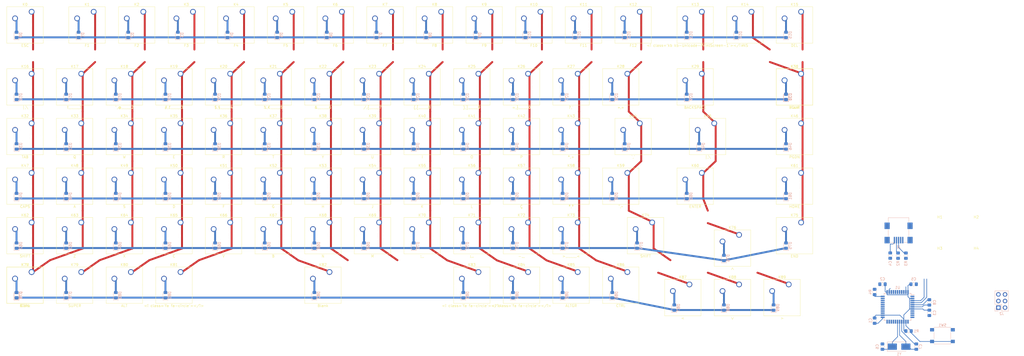
<source format=kicad_pcb>
(kicad_pcb (version 20171130) (host pcbnew "(5.1.5)-3")
  (layers (0 F.Cu signal) (31 B.Cu signal) (34 B.Paste user) (35 F.Paste user) (36 B.SilkS user) (37 F.SilkS user) (38 B.Mask user) (39 F.Mask user) (44 Edge.Cuts user))
  (net 0 "")
  (net 1 GND)
  (net 2 VCC)
  (net 3 "Net-(C6-Pad1)")
  (net 4 "Net-(C7-Pad1)")
  (net 5 "Net-(C8-Pad1)")
  (net 6 "Net-(J1-Pad4)")
  (net 7 "Net-(J1-Pad3)")
  (net 8 "Net-(J1-Pad2)")
  (net 9 "Net-(R1-Pad1)")
  (net 10 "Net-(R2-Pad1)")
  (net 11 "Net-(R3-Pad1)")
  (net 12 "Net-(R4-Pad2)")
  (net 13 "Net-(U1-Pad42)")
  (net 14 /Reset)
  (net 15 /Row_0)
  (net 16 /Row_1)
  (net 17 /Row_2)
  (net 18 /Row_3)
  (net 19 /Row_4)
  (net 20 /Row_5)
  (net 21 /Row_6)
  (net 22 /Col_0)
  (net 23 /Col_1)
  (net 24 /Col_2)
  (net 25 /Col_3)
  (net 26 /Col_4)
  (net 27 /Col_5)
  (net 28 /Col_6)
  (net 29 /Col_7)
  (net 30 /Col_8)
  (net 31 /Col_9)
  (net 32 /Col_10)
  (net 33 /Col_11)
  (net 34 /Col_12)
  (net 35 /Col_13)
  (net 36 /Col_14)
  (net 37 /Col_15)
  (net 38 /Col_16)
  (net 39 /Col_17)
  (net 40 "Net-(D0-Pad2)")
  (net 41 "Net-(D1-Pad2)")
  (net 42 "Net-(D2-Pad2)")
  (net 43 "Net-(D3-Pad2)")
  (net 44 "Net-(D4-Pad2)")
  (net 45 "Net-(D5-Pad2)")
  (net 46 "Net-(D6-Pad2)")
  (net 47 "Net-(D7-Pad2)")
  (net 48 "Net-(D8-Pad2)")
  (net 49 "Net-(D9-Pad2)")
  (net 50 "Net-(D10-Pad2)")
  (net 51 "Net-(D11-Pad2)")
  (net 52 "Net-(D12-Pad2)")
  (net 53 "Net-(D13-Pad2)")
  (net 54 "Net-(D14-Pad2)")
  (net 55 "Net-(D15-Pad2)")
  (net 56 "Net-(D16-Pad2)")
  (net 57 "Net-(D17-Pad2)")
  (net 58 "Net-(D18-Pad2)")
  (net 59 "Net-(D19-Pad2)")
  (net 60 "Net-(D20-Pad2)")
  (net 61 "Net-(D21-Pad2)")
  (net 62 "Net-(D22-Pad2)")
  (net 63 "Net-(D23-Pad2)")
  (net 64 "Net-(D24-Pad2)")
  (net 65 "Net-(D25-Pad2)")
  (net 66 "Net-(D26-Pad2)")
  (net 67 "Net-(D27-Pad2)")
  (net 68 "Net-(D28-Pad2)")
  (net 69 "Net-(D29-Pad2)")
  (net 70 "Net-(D30-Pad2)")
  (net 71 "Net-(D31-Pad2)")
  (net 72 "Net-(D32-Pad2)")
  (net 73 "Net-(D33-Pad2)")
  (net 74 "Net-(D34-Pad2)")
  (net 75 "Net-(D35-Pad2)")
  (net 76 "Net-(D36-Pad2)")
  (net 77 "Net-(D37-Pad2)")
  (net 78 "Net-(D38-Pad2)")
  (net 79 "Net-(D39-Pad2)")
  (net 80 "Net-(D40-Pad2)")
  (net 81 "Net-(D41-Pad2)")
  (net 82 "Net-(D42-Pad2)")
  (net 83 "Net-(D43-Pad2)")
  (net 84 "Net-(D44-Pad2)")
  (net 85 "Net-(D45-Pad2)")
  (net 86 "Net-(D46-Pad2)")
  (net 87 "Net-(D47-Pad2)")
  (net 88 "Net-(D48-Pad2)")
  (net 89 "Net-(D49-Pad2)")
  (net 90 "Net-(D50-Pad2)")
  (net 91 "Net-(D51-Pad2)")
  (net 92 "Net-(D52-Pad2)")
  (net 93 "Net-(D53-Pad2)")
  (net 94 "Net-(D54-Pad2)")
  (net 95 "Net-(D55-Pad2)")
  (net 96 "Net-(D56-Pad2)")
  (net 97 "Net-(D57-Pad2)")
  (net 98 "Net-(D58-Pad2)")
  (net 99 "Net-(D59-Pad2)")
  (net 100 "Net-(D60-Pad2)")
  (net 101 "Net-(D61-Pad2)")
  (net 102 "Net-(D62-Pad2)")
  (net 103 "Net-(D63-Pad2)")
  (net 104 "Net-(D64-Pad2)")
  (net 105 "Net-(D65-Pad2)")
  (net 106 "Net-(D66-Pad2)")
  (net 107 "Net-(D67-Pad2)")
  (net 108 "Net-(D68-Pad2)")
  (net 109 "Net-(D69-Pad2)")
  (net 110 "Net-(D70-Pad2)")
  (net 111 "Net-(D71-Pad2)")
  (net 112 "Net-(D72-Pad2)")
  (net 113 "Net-(D73-Pad2)")
  (net 114 "Net-(D74-Pad2)")
  (net 115 "Net-(D75-Pad2)")
  (net 116 "Net-(D76-Pad2)")
  (net 117 "Net-(D77-Pad2)")
  (net 118 "Net-(D78-Pad2)")
  (net 119 "Net-(D79-Pad2)")
  (net 120 "Net-(D80-Pad2)")
  (net 121 "Net-(D81-Pad2)")
  (net 122 "Net-(D82-Pad2)")
  (net 123 "Net-(D83-Pad2)")
  (net 124 "Net-(D84-Pad2)")
  (net 125 "Net-(D85-Pad2)")
  (net 126 "Net-(D86-Pad2)")
  (net 127 "Net-(D87-Pad2)")
  (net 128 "Net-(D88-Pad2)")
  (net 129 "Net-(D89-Pad2)")
  (net 130 UNKNOWN)
  (module Button_Switch_Keyboard:SW_Cherry_MX_1.00u_PCB (layer F.Cu) (at -90.475 27.305)
    (fp_text reference K0 (at -2.54 -2.794) (layer F.SilkS))
    (fp_text value "ESC" (at -2.54 12.954) (layer F.SilkS))
    (pad "" np_thru_hole circle (at 2.54 5.08) (size 1.7 1.7) (drill 1.7) (layers *.Cu *.Mask))
    (pad "" np_thru_hole circle (at -7.62 5.08) (size 1.7 1.7) (drill 1.7) (layers *.Cu *.Mask))
    (pad "" np_thru_hole circle (at -2.54 5.08) (size 4 4) (drill 4) (layers *.Cu *.Mask))
    (pad 2 thru_hole circle (at -6.35 2.54) (size 2.2 2.2) (drill 1.5) (layers *.Cu *.Mask) (net 40 "Net-(D0-Pad2)"))
    (pad 1 thru_hole circle (at 0 0) (size 2.2 2.2) (drill 1.5) (layers *.Cu *.Mask) (net 22 /Col_0))
  )
  (module Diode_SMD:D_0805_2012Metric_Pad1.15x1.40mm_HandSolder (layer B.Cu) (at -96.27499999999999 36.195 90)
    (fp_text reference D0 (at 0 1.65 90) (layer B.SilkS) (effects (justify mirror)))
    (fp_text value D)
    (pad 1 smd roundrect (at -1.025 0 90) (size 1.15 1.4) (layers B.Cu B.Paste B.Mask) (roundrect_rratio 0.217391) (net 15 /Row_0))
    (pad 2 smd roundrect (at 1.025 0 90) (size 1.15 1.4) (layers B.Cu B.Paste B.Mask) (roundrect_rratio 0.217391) (net 40 "Net-(D0-Pad2)"))
  )
  (segment (start -96.27499999999999 29.845) (end -96.27499999999999 35.075) (width 0.75) (layer B.Cu) (net 40))
  (module Button_Switch_Keyboard:SW_Cherry_MX_1.00u_PCB (layer F.Cu) (at -66.6625 27.305)
    (fp_text reference K1 (at -2.54 -2.794) (layer F.SilkS))
    (fp_text value "F1" (at -2.54 12.954) (layer F.SilkS))
    (pad "" np_thru_hole circle (at 2.54 5.08) (size 1.7 1.7) (drill 1.7) (layers *.Cu *.Mask))
    (pad "" np_thru_hole circle (at -7.62 5.08) (size 1.7 1.7) (drill 1.7) (layers *.Cu *.Mask))
    (pad "" np_thru_hole circle (at -2.54 5.08) (size 4 4) (drill 4) (layers *.Cu *.Mask))
    (pad 2 thru_hole circle (at -6.35 2.54) (size 2.2 2.2) (drill 1.5) (layers *.Cu *.Mask) (net 41 "Net-(D1-Pad2)"))
    (pad 1 thru_hole circle (at 0 0) (size 2.2 2.2) (drill 1.5) (layers *.Cu *.Mask) (net 23 /Col_1))
  )
  (module Diode_SMD:D_0805_2012Metric_Pad1.15x1.40mm_HandSolder (layer B.Cu) (at -72.46249999999999 36.195 90)
    (fp_text reference D1 (at 0 1.65 90) (layer B.SilkS) (effects (justify mirror)))
    (fp_text value D)
    (pad 1 smd roundrect (at -1.025 0 90) (size 1.15 1.4) (layers B.Cu B.Paste B.Mask) (roundrect_rratio 0.217391) (net 15 /Row_0))
    (pad 2 smd roundrect (at 1.025 0 90) (size 1.15 1.4) (layers B.Cu B.Paste B.Mask) (roundrect_rratio 0.217391) (net 41 "Net-(D1-Pad2)"))
  )
  (segment (start -72.46249999999999 29.845) (end -72.46249999999999 35.075) (width 0.75) (layer B.Cu) (net 41))
  (module Button_Switch_Keyboard:SW_Cherry_MX_1.00u_PCB (layer F.Cu) (at -47.6125 27.305)
    (fp_text reference K2 (at -2.54 -2.794) (layer F.SilkS))
    (fp_text value "F2" (at -2.54 12.954) (layer F.SilkS))
    (pad "" np_thru_hole circle (at 2.54 5.08) (size 1.7 1.7) (drill 1.7) (layers *.Cu *.Mask))
    (pad "" np_thru_hole circle (at -7.62 5.08) (size 1.7 1.7) (drill 1.7) (layers *.Cu *.Mask))
    (pad "" np_thru_hole circle (at -2.54 5.08) (size 4 4) (drill 4) (layers *.Cu *.Mask))
    (pad 2 thru_hole circle (at -6.35 2.54) (size 2.2 2.2) (drill 1.5) (layers *.Cu *.Mask) (net 42 "Net-(D2-Pad2)"))
    (pad 1 thru_hole circle (at 0 0) (size 2.2 2.2) (drill 1.5) (layers *.Cu *.Mask) (net 24 /Col_2))
  )
  (module Diode_SMD:D_0805_2012Metric_Pad1.15x1.40mm_HandSolder (layer B.Cu) (at -53.412499999999994 36.195 90)
    (fp_text reference D2 (at 0 1.65 90) (layer B.SilkS) (effects (justify mirror)))
    (fp_text value D)
    (pad 1 smd roundrect (at -1.025 0 90) (size 1.15 1.4) (layers B.Cu B.Paste B.Mask) (roundrect_rratio 0.217391) (net 15 /Row_0))
    (pad 2 smd roundrect (at 1.025 0 90) (size 1.15 1.4) (layers B.Cu B.Paste B.Mask) (roundrect_rratio 0.217391) (net 42 "Net-(D2-Pad2)"))
  )
  (segment (start -53.412499999999994 29.845) (end -53.412499999999994 35.075) (width 0.75) (layer B.Cu) (net 42))
  (module Button_Switch_Keyboard:SW_Cherry_MX_1.00u_PCB (layer F.Cu) (at -28.5625 27.305)
    (fp_text reference K3 (at -2.54 -2.794) (layer F.SilkS))
    (fp_text value "F3" (at -2.54 12.954) (layer F.SilkS))
    (pad "" np_thru_hole circle (at 2.54 5.08) (size 1.7 1.7) (drill 1.7) (layers *.Cu *.Mask))
    (pad "" np_thru_hole circle (at -7.62 5.08) (size 1.7 1.7) (drill 1.7) (layers *.Cu *.Mask))
    (pad "" np_thru_hole circle (at -2.54 5.08) (size 4 4) (drill 4) (layers *.Cu *.Mask))
    (pad 2 thru_hole circle (at -6.35 2.54) (size 2.2 2.2) (drill 1.5) (layers *.Cu *.Mask) (net 43 "Net-(D3-Pad2)"))
    (pad 1 thru_hole circle (at 0 0) (size 2.2 2.2) (drill 1.5) (layers *.Cu *.Mask) (net 25 /Col_3))
  )
  (module Diode_SMD:D_0805_2012Metric_Pad1.15x1.40mm_HandSolder (layer B.Cu) (at -34.3625 36.195 90)
    (fp_text reference D3 (at 0 1.65 90) (layer B.SilkS) (effects (justify mirror)))
    (fp_text value D)
    (pad 1 smd roundrect (at -1.025 0 90) (size 1.15 1.4) (layers B.Cu B.Paste B.Mask) (roundrect_rratio 0.217391) (net 15 /Row_0))
    (pad 2 smd roundrect (at 1.025 0 90) (size 1.15 1.4) (layers B.Cu B.Paste B.Mask) (roundrect_rratio 0.217391) (net 43 "Net-(D3-Pad2)"))
  )
  (segment (start -34.3625 29.845) (end -34.3625 35.075) (width 0.75) (layer B.Cu) (net 43))
  (module Button_Switch_Keyboard:SW_Cherry_MX_1.00u_PCB (layer F.Cu) (at -9.512500000000003 27.305)
    (fp_text reference K4 (at -2.54 -2.794) (layer F.SilkS))
    (fp_text value "F4" (at -2.54 12.954) (layer F.SilkS))
    (pad "" np_thru_hole circle (at 2.54 5.08) (size 1.7 1.7) (drill 1.7) (layers *.Cu *.Mask))
    (pad "" np_thru_hole circle (at -7.62 5.08) (size 1.7 1.7) (drill 1.7) (layers *.Cu *.Mask))
    (pad "" np_thru_hole circle (at -2.54 5.08) (size 4 4) (drill 4) (layers *.Cu *.Mask))
    (pad 2 thru_hole circle (at -6.35 2.54) (size 2.2 2.2) (drill 1.5) (layers *.Cu *.Mask) (net 44 "Net-(D4-Pad2)"))
    (pad 1 thru_hole circle (at 0 0) (size 2.2 2.2) (drill 1.5) (layers *.Cu *.Mask) (net 26 /Col_4))
  )
  (module Diode_SMD:D_0805_2012Metric_Pad1.15x1.40mm_HandSolder (layer B.Cu) (at -15.312500000000004 36.195 90)
    (fp_text reference D4 (at 0 1.65 90) (layer B.SilkS) (effects (justify mirror)))
    (fp_text value D)
    (pad 1 smd roundrect (at -1.025 0 90) (size 1.15 1.4) (layers B.Cu B.Paste B.Mask) (roundrect_rratio 0.217391) (net 15 /Row_0))
    (pad 2 smd roundrect (at 1.025 0 90) (size 1.15 1.4) (layers B.Cu B.Paste B.Mask) (roundrect_rratio 0.217391) (net 44 "Net-(D4-Pad2)"))
  )
  (segment (start -15.312500000000004 29.845) (end -15.312500000000004 35.075) (width 0.75) (layer B.Cu) (net 44))
  (module Button_Switch_Keyboard:SW_Cherry_MX_1.00u_PCB (layer F.Cu) (at 9.537500000000009 27.305)
    (fp_text reference K5 (at -2.54 -2.794) (layer F.SilkS))
    (fp_text value "F5" (at -2.54 12.954) (layer F.SilkS))
    (pad "" np_thru_hole circle (at 2.54 5.08) (size 1.7 1.7) (drill 1.7) (layers *.Cu *.Mask))
    (pad "" np_thru_hole circle (at -7.62 5.08) (size 1.7 1.7) (drill 1.7) (layers *.Cu *.Mask))
    (pad "" np_thru_hole circle (at -2.54 5.08) (size 4 4) (drill 4) (layers *.Cu *.Mask))
    (pad 2 thru_hole circle (at -6.35 2.54) (size 2.2 2.2) (drill 1.5) (layers *.Cu *.Mask) (net 45 "Net-(D5-Pad2)"))
    (pad 1 thru_hole circle (at 0 0) (size 2.2 2.2) (drill 1.5) (layers *.Cu *.Mask) (net 27 /Col_5))
  )
  (module Diode_SMD:D_0805_2012Metric_Pad1.15x1.40mm_HandSolder (layer B.Cu) (at 3.7375000000000087 36.195 90)
    (fp_text reference D5 (at 0 1.65 90) (layer B.SilkS) (effects (justify mirror)))
    (fp_text value D)
    (pad 1 smd roundrect (at -1.025 0 90) (size 1.15 1.4) (layers B.Cu B.Paste B.Mask) (roundrect_rratio 0.217391) (net 15 /Row_0))
    (pad 2 smd roundrect (at 1.025 0 90) (size 1.15 1.4) (layers B.Cu B.Paste B.Mask) (roundrect_rratio 0.217391) (net 45 "Net-(D5-Pad2)"))
  )
  (segment (start 3.7375000000000087 29.845) (end 3.7375000000000087 35.075) (width 0.75) (layer B.Cu) (net 45))
  (module Button_Switch_Keyboard:SW_Cherry_MX_1.00u_PCB (layer F.Cu) (at 28.587500000000006 27.305)
    (fp_text reference K6 (at -2.54 -2.794) (layer F.SilkS))
    (fp_text value "F6" (at -2.54 12.954) (layer F.SilkS))
    (pad "" np_thru_hole circle (at 2.54 5.08) (size 1.7 1.7) (drill 1.7) (layers *.Cu *.Mask))
    (pad "" np_thru_hole circle (at -7.62 5.08) (size 1.7 1.7) (drill 1.7) (layers *.Cu *.Mask))
    (pad "" np_thru_hole circle (at -2.54 5.08) (size 4 4) (drill 4) (layers *.Cu *.Mask))
    (pad 2 thru_hole circle (at -6.35 2.54) (size 2.2 2.2) (drill 1.5) (layers *.Cu *.Mask) (net 46 "Net-(D6-Pad2)"))
    (pad 1 thru_hole circle (at 0 0) (size 2.2 2.2) (drill 1.5) (layers *.Cu *.Mask) (net 28 /Col_6))
  )
  (module Diode_SMD:D_0805_2012Metric_Pad1.15x1.40mm_HandSolder (layer B.Cu) (at 22.787500000000005 36.195 90)
    (fp_text reference D6 (at 0 1.65 90) (layer B.SilkS) (effects (justify mirror)))
    (fp_text value D)
    (pad 1 smd roundrect (at -1.025 0 90) (size 1.15 1.4) (layers B.Cu B.Paste B.Mask) (roundrect_rratio 0.217391) (net 15 /Row_0))
    (pad 2 smd roundrect (at 1.025 0 90) (size 1.15 1.4) (layers B.Cu B.Paste B.Mask) (roundrect_rratio 0.217391) (net 46 "Net-(D6-Pad2)"))
  )
  (segment (start 22.787500000000005 29.845) (end 22.787500000000005 35.075) (width 0.75) (layer B.Cu) (net 46))
  (module Button_Switch_Keyboard:SW_Cherry_MX_1.00u_PCB (layer F.Cu) (at 47.63750000000002 27.305)
    (fp_text reference K7 (at -2.54 -2.794) (layer F.SilkS))
    (fp_text value "F7" (at -2.54 12.954) (layer F.SilkS))
    (pad "" np_thru_hole circle (at 2.54 5.08) (size 1.7 1.7) (drill 1.7) (layers *.Cu *.Mask))
    (pad "" np_thru_hole circle (at -7.62 5.08) (size 1.7 1.7) (drill 1.7) (layers *.Cu *.Mask))
    (pad "" np_thru_hole circle (at -2.54 5.08) (size 4 4) (drill 4) (layers *.Cu *.Mask))
    (pad 2 thru_hole circle (at -6.35 2.54) (size 2.2 2.2) (drill 1.5) (layers *.Cu *.Mask) (net 47 "Net-(D7-Pad2)"))
    (pad 1 thru_hole circle (at 0 0) (size 2.2 2.2) (drill 1.5) (layers *.Cu *.Mask) (net 29 /Col_7))
  )
  (module Diode_SMD:D_0805_2012Metric_Pad1.15x1.40mm_HandSolder (layer B.Cu) (at 41.83750000000002 36.195 90)
    (fp_text reference D7 (at 0 1.65 90) (layer B.SilkS) (effects (justify mirror)))
    (fp_text value D)
    (pad 1 smd roundrect (at -1.025 0 90) (size 1.15 1.4) (layers B.Cu B.Paste B.Mask) (roundrect_rratio 0.217391) (net 15 /Row_0))
    (pad 2 smd roundrect (at 1.025 0 90) (size 1.15 1.4) (layers B.Cu B.Paste B.Mask) (roundrect_rratio 0.217391) (net 47 "Net-(D7-Pad2)"))
  )
  (segment (start 41.83750000000002 29.845) (end 41.83750000000002 35.075) (width 0.75) (layer B.Cu) (net 47))
  (module Button_Switch_Keyboard:SW_Cherry_MX_1.00u_PCB (layer F.Cu) (at 66.6875 27.305)
    (fp_text reference K8 (at -2.54 -2.794) (layer F.SilkS))
    (fp_text value "F8" (at -2.54 12.954) (layer F.SilkS))
    (pad "" np_thru_hole circle (at 2.54 5.08) (size 1.7 1.7) (drill 1.7) (layers *.Cu *.Mask))
    (pad "" np_thru_hole circle (at -7.62 5.08) (size 1.7 1.7) (drill 1.7) (layers *.Cu *.Mask))
    (pad "" np_thru_hole circle (at -2.54 5.08) (size 4 4) (drill 4) (layers *.Cu *.Mask))
    (pad 2 thru_hole circle (at -6.35 2.54) (size 2.2 2.2) (drill 1.5) (layers *.Cu *.Mask) (net 48 "Net-(D8-Pad2)"))
    (pad 1 thru_hole circle (at 0 0) (size 2.2 2.2) (drill 1.5) (layers *.Cu *.Mask) (net 30 /Col_8))
  )
  (module Diode_SMD:D_0805_2012Metric_Pad1.15x1.40mm_HandSolder (layer B.Cu) (at 60.8875 36.195 90)
    (fp_text reference D8 (at 0 1.65 90) (layer B.SilkS) (effects (justify mirror)))
    (fp_text value D)
    (pad 1 smd roundrect (at -1.025 0 90) (size 1.15 1.4) (layers B.Cu B.Paste B.Mask) (roundrect_rratio 0.217391) (net 15 /Row_0))
    (pad 2 smd roundrect (at 1.025 0 90) (size 1.15 1.4) (layers B.Cu B.Paste B.Mask) (roundrect_rratio 0.217391) (net 48 "Net-(D8-Pad2)"))
  )
  (segment (start 60.8875 29.845) (end 60.8875 35.075) (width 0.75) (layer B.Cu) (net 48))
  (module Button_Switch_Keyboard:SW_Cherry_MX_1.00u_PCB (layer F.Cu) (at 85.73750000000001 27.305)
    (fp_text reference K9 (at -2.54 -2.794) (layer F.SilkS))
    (fp_text value "F9" (at -2.54 12.954) (layer F.SilkS))
    (pad "" np_thru_hole circle (at 2.54 5.08) (size 1.7 1.7) (drill 1.7) (layers *.Cu *.Mask))
    (pad "" np_thru_hole circle (at -7.62 5.08) (size 1.7 1.7) (drill 1.7) (layers *.Cu *.Mask))
    (pad "" np_thru_hole circle (at -2.54 5.08) (size 4 4) (drill 4) (layers *.Cu *.Mask))
    (pad 2 thru_hole circle (at -6.35 2.54) (size 2.2 2.2) (drill 1.5) (layers *.Cu *.Mask) (net 49 "Net-(D9-Pad2)"))
    (pad 1 thru_hole circle (at 0 0) (size 2.2 2.2) (drill 1.5) (layers *.Cu *.Mask) (net 31 /Col_9))
  )
  (module Diode_SMD:D_0805_2012Metric_Pad1.15x1.40mm_HandSolder (layer B.Cu) (at 79.93750000000001 36.195 90)
    (fp_text reference D9 (at 0 1.65 90) (layer B.SilkS) (effects (justify mirror)))
    (fp_text value D)
    (pad 1 smd roundrect (at -1.025 0 90) (size 1.15 1.4) (layers B.Cu B.Paste B.Mask) (roundrect_rratio 0.217391) (net 15 /Row_0))
    (pad 2 smd roundrect (at 1.025 0 90) (size 1.15 1.4) (layers B.Cu B.Paste B.Mask) (roundrect_rratio 0.217391) (net 49 "Net-(D9-Pad2)"))
  )
  (segment (start 79.93750000000001 29.845) (end 79.93750000000001 35.075) (width 0.75) (layer B.Cu) (net 49))
  (module Button_Switch_Keyboard:SW_Cherry_MX_1.00u_PCB (layer F.Cu) (at 104.7875 27.305)
    (fp_text reference K10 (at -2.54 -2.794) (layer F.SilkS))
    (fp_text value "F10" (at -2.54 12.954) (layer F.SilkS))
    (pad "" np_thru_hole circle (at 2.54 5.08) (size 1.7 1.7) (drill 1.7) (layers *.Cu *.Mask))
    (pad "" np_thru_hole circle (at -7.62 5.08) (size 1.7 1.7) (drill 1.7) (layers *.Cu *.Mask))
    (pad "" np_thru_hole circle (at -2.54 5.08) (size 4 4) (drill 4) (layers *.Cu *.Mask))
    (pad 2 thru_hole circle (at -6.35 2.54) (size 2.2 2.2) (drill 1.5) (layers *.Cu *.Mask) (net 50 "Net-(D10-Pad2)"))
    (pad 1 thru_hole circle (at 0 0) (size 2.2 2.2) (drill 1.5) (layers *.Cu *.Mask) (net 32 /Col_10))
  )
  (module Diode_SMD:D_0805_2012Metric_Pad1.15x1.40mm_HandSolder (layer B.Cu) (at 98.9875 36.195 90)
    (fp_text reference D10 (at 0 1.65 90) (layer B.SilkS) (effects (justify mirror)))
    (fp_text value D)
    (pad 1 smd roundrect (at -1.025 0 90) (size 1.15 1.4) (layers B.Cu B.Paste B.Mask) (roundrect_rratio 0.217391) (net 15 /Row_0))
    (pad 2 smd roundrect (at 1.025 0 90) (size 1.15 1.4) (layers B.Cu B.Paste B.Mask) (roundrect_rratio 0.217391) (net 50 "Net-(D10-Pad2)"))
  )
  (segment (start 98.9875 29.845) (end 98.9875 35.075) (width 0.75) (layer B.Cu) (net 50))
  (module Button_Switch_Keyboard:SW_Cherry_MX_1.00u_PCB (layer F.Cu) (at 123.8375 27.305)
    (fp_text reference K11 (at -2.54 -2.794) (layer F.SilkS))
    (fp_text value "F11" (at -2.54 12.954) (layer F.SilkS))
    (pad "" np_thru_hole circle (at 2.54 5.08) (size 1.7 1.7) (drill 1.7) (layers *.Cu *.Mask))
    (pad "" np_thru_hole circle (at -7.62 5.08) (size 1.7 1.7) (drill 1.7) (layers *.Cu *.Mask))
    (pad "" np_thru_hole circle (at -2.54 5.08) (size 4 4) (drill 4) (layers *.Cu *.Mask))
    (pad 2 thru_hole circle (at -6.35 2.54) (size 2.2 2.2) (drill 1.5) (layers *.Cu *.Mask) (net 51 "Net-(D11-Pad2)"))
    (pad 1 thru_hole circle (at 0 0) (size 2.2 2.2) (drill 1.5) (layers *.Cu *.Mask) (net 33 /Col_11))
  )
  (module Diode_SMD:D_0805_2012Metric_Pad1.15x1.40mm_HandSolder (layer B.Cu) (at 118.03750000000001 36.195 90)
    (fp_text reference D11 (at 0 1.65 90) (layer B.SilkS) (effects (justify mirror)))
    (fp_text value D)
    (pad 1 smd roundrect (at -1.025 0 90) (size 1.15 1.4) (layers B.Cu B.Paste B.Mask) (roundrect_rratio 0.217391) (net 15 /Row_0))
    (pad 2 smd roundrect (at 1.025 0 90) (size 1.15 1.4) (layers B.Cu B.Paste B.Mask) (roundrect_rratio 0.217391) (net 51 "Net-(D11-Pad2)"))
  )
  (segment (start 118.03750000000001 29.845) (end 118.03750000000001 35.075) (width 0.75) (layer B.Cu) (net 51))
  (module Button_Switch_Keyboard:SW_Cherry_MX_1.00u_PCB (layer F.Cu) (at 142.88750000000002 27.305)
    (fp_text reference K12 (at -2.54 -2.794) (layer F.SilkS))
    (fp_text value "F12" (at -2.54 12.954) (layer F.SilkS))
    (pad "" np_thru_hole circle (at 2.54 5.08) (size 1.7 1.7) (drill 1.7) (layers *.Cu *.Mask))
    (pad "" np_thru_hole circle (at -7.62 5.08) (size 1.7 1.7) (drill 1.7) (layers *.Cu *.Mask))
    (pad "" np_thru_hole circle (at -2.54 5.08) (size 4 4) (drill 4) (layers *.Cu *.Mask))
    (pad 2 thru_hole circle (at -6.35 2.54) (size 2.2 2.2) (drill 1.5) (layers *.Cu *.Mask) (net 52 "Net-(D12-Pad2)"))
    (pad 1 thru_hole circle (at 0 0) (size 2.2 2.2) (drill 1.5) (layers *.Cu *.Mask) (net 34 /Col_12))
  )
  (module Diode_SMD:D_0805_2012Metric_Pad1.15x1.40mm_HandSolder (layer B.Cu) (at 137.0875 36.195 90)
    (fp_text reference D12 (at 0 1.65 90) (layer B.SilkS) (effects (justify mirror)))
    (fp_text value D)
    (pad 1 smd roundrect (at -1.025 0 90) (size 1.15 1.4) (layers B.Cu B.Paste B.Mask) (roundrect_rratio 0.217391) (net 15 /Row_0))
    (pad 2 smd roundrect (at 1.025 0 90) (size 1.15 1.4) (layers B.Cu B.Paste B.Mask) (roundrect_rratio 0.217391) (net 52 "Net-(D12-Pad2)"))
  )
  (segment (start 137.0875 29.845) (end 137.0875 35.075) (width 0.75) (layer B.Cu) (net 52))
  (module Button_Switch_Keyboard:SW_Cherry_MX_1.00u_PCB (layer F.Cu) (at 166.7 27.305)
    (fp_text reference K13 (at -2.54 -2.794) (layer F.SilkS))
    (fp_text value "<i class='kb kb-Unicode-PrintScreen-1'></i>" (at -2.54 12.954) (layer F.SilkS))
    (pad "" np_thru_hole circle (at 2.54 5.08) (size 1.7 1.7) (drill 1.7) (layers *.Cu *.Mask))
    (pad "" np_thru_hole circle (at -7.62 5.08) (size 1.7 1.7) (drill 1.7) (layers *.Cu *.Mask))
    (pad "" np_thru_hole circle (at -2.54 5.08) (size 4 4) (drill 4) (layers *.Cu *.Mask))
    (pad 2 thru_hole circle (at -6.35 2.54) (size 2.2 2.2) (drill 1.5) (layers *.Cu *.Mask) (net 53 "Net-(D13-Pad2)"))
    (pad 1 thru_hole circle (at 0 0) (size 2.2 2.2) (drill 1.5) (layers *.Cu *.Mask) (net 35 /Col_13))
  )
  (module Diode_SMD:D_0805_2012Metric_Pad1.15x1.40mm_HandSolder (layer B.Cu) (at 160.89999999999998 36.195 90)
    (fp_text reference D13 (at 0 1.65 90) (layer B.SilkS) (effects (justify mirror)))
    (fp_text value D)
    (pad 1 smd roundrect (at -1.025 0 90) (size 1.15 1.4) (layers B.Cu B.Paste B.Mask) (roundrect_rratio 0.217391) (net 15 /Row_0))
    (pad 2 smd roundrect (at 1.025 0 90) (size 1.15 1.4) (layers B.Cu B.Paste B.Mask) (roundrect_rratio 0.217391) (net 53 "Net-(D13-Pad2)"))
  )
  (segment (start 160.89999999999998 29.845) (end 160.89999999999998 35.075) (width 0.75) (layer B.Cu) (net 53))
  (module Button_Switch_Keyboard:SW_Cherry_MX_1.00u_PCB (layer F.Cu) (at 185.75 27.305)
    (fp_text reference K14 (at -2.54 -2.794) (layer F.SilkS))
    (fp_text value "INS" (at -2.54 12.954) (layer F.SilkS))
    (pad "" np_thru_hole circle (at 2.54 5.08) (size 1.7 1.7) (drill 1.7) (layers *.Cu *.Mask))
    (pad "" np_thru_hole circle (at -7.62 5.08) (size 1.7 1.7) (drill 1.7) (layers *.Cu *.Mask))
    (pad "" np_thru_hole circle (at -2.54 5.08) (size 4 4) (drill 4) (layers *.Cu *.Mask))
    (pad 2 thru_hole circle (at -6.35 2.54) (size 2.2 2.2) (drill 1.5) (layers *.Cu *.Mask) (net 54 "Net-(D14-Pad2)"))
    (pad 1 thru_hole circle (at 0 0) (size 2.2 2.2) (drill 1.5) (layers *.Cu *.Mask) (net 36 /Col_14))
  )
  (module Diode_SMD:D_0805_2012Metric_Pad1.15x1.40mm_HandSolder (layer B.Cu) (at 179.95 36.195 90)
    (fp_text reference D14 (at 0 1.65 90) (layer B.SilkS) (effects (justify mirror)))
    (fp_text value D)
    (pad 1 smd roundrect (at -1.025 0 90) (size 1.15 1.4) (layers B.Cu B.Paste B.Mask) (roundrect_rratio 0.217391) (net 15 /Row_0))
    (pad 2 smd roundrect (at 1.025 0 90) (size 1.15 1.4) (layers B.Cu B.Paste B.Mask) (roundrect_rratio 0.217391) (net 54 "Net-(D14-Pad2)"))
  )
  (segment (start 179.95 29.845) (end 179.95 35.075) (width 0.75) (layer B.Cu) (net 54))
  (module Button_Switch_Keyboard:SW_Cherry_MX_1.00u_PCB (layer F.Cu) (at 204.8 27.305)
    (fp_text reference K15 (at -2.54 -2.794) (layer F.SilkS))
    (fp_text value "DEL" (at -2.54 12.954) (layer F.SilkS))
    (pad "" np_thru_hole circle (at 2.54 5.08) (size 1.7 1.7) (drill 1.7) (layers *.Cu *.Mask))
    (pad "" np_thru_hole circle (at -7.62 5.08) (size 1.7 1.7) (drill 1.7) (layers *.Cu *.Mask))
    (pad "" np_thru_hole circle (at -2.54 5.08) (size 4 4) (drill 4) (layers *.Cu *.Mask))
    (pad 2 thru_hole circle (at -6.35 2.54) (size 2.2 2.2) (drill 1.5) (layers *.Cu *.Mask) (net 55 "Net-(D15-Pad2)"))
    (pad 1 thru_hole circle (at 0 0) (size 2.2 2.2) (drill 1.5) (layers *.Cu *.Mask) (net 37 /Col_15))
  )
  (module Diode_SMD:D_0805_2012Metric_Pad1.15x1.40mm_HandSolder (layer B.Cu) (at 199.0 36.195 90)
    (fp_text reference D15 (at 0 1.65 90) (layer B.SilkS) (effects (justify mirror)))
    (fp_text value D)
    (pad 1 smd roundrect (at -1.025 0 90) (size 1.15 1.4) (layers B.Cu B.Paste B.Mask) (roundrect_rratio 0.217391) (net 15 /Row_0))
    (pad 2 smd roundrect (at 1.025 0 90) (size 1.15 1.4) (layers B.Cu B.Paste B.Mask) (roundrect_rratio 0.217391) (net 55 "Net-(D15-Pad2)"))
  )
  (segment (start 199.0 29.845) (end 199.0 35.075) (width 0.75) (layer B.Cu) (net 55))
  (module Button_Switch_Keyboard:SW_Cherry_MX_1.00u_PCB (layer F.Cu) (at -90.475 51.1175)
    (fp_text reference K16 (at -2.54 -2.794) (layer F.SilkS))
    (fp_text value "|,\\" (at -2.54 12.954) (layer F.SilkS))
    (pad "" np_thru_hole circle (at 2.54 5.08) (size 1.7 1.7) (drill 1.7) (layers *.Cu *.Mask))
    (pad "" np_thru_hole circle (at -7.62 5.08) (size 1.7 1.7) (drill 1.7) (layers *.Cu *.Mask))
    (pad "" np_thru_hole circle (at -2.54 5.08) (size 4 4) (drill 4) (layers *.Cu *.Mask))
    (pad 2 thru_hole circle (at -6.35 2.54) (size 2.2 2.2) (drill 1.5) (layers *.Cu *.Mask) (net 56 "Net-(D16-Pad2)"))
    (pad 1 thru_hole circle (at 0 0) (size 2.2 2.2) (drill 1.5) (layers *.Cu *.Mask) (net 22 /Col_0))
  )
  (module Diode_SMD:D_0805_2012Metric_Pad1.15x1.40mm_HandSolder (layer B.Cu) (at -96.27499999999999 60.0075 90)
    (fp_text reference D16 (at 0 1.65 90) (layer B.SilkS) (effects (justify mirror)))
    (fp_text value D)
    (pad 1 smd roundrect (at -1.025 0 90) (size 1.15 1.4) (layers B.Cu B.Paste B.Mask) (roundrect_rratio 0.217391) (net 16 /Row_1))
    (pad 2 smd roundrect (at 1.025 0 90) (size 1.15 1.4) (layers B.Cu B.Paste B.Mask) (roundrect_rratio 0.217391) (net 56 "Net-(D16-Pad2)"))
  )
  (segment (start -96.27499999999999 53.6575) (end -96.27499999999999 58.8875) (width 0.75) (layer B.Cu) (net 56))
  (module Button_Switch_Keyboard:SW_Cherry_MX_1.00u_PCB (layer F.Cu) (at -71.425 51.1175)
    (fp_text reference K17 (at -2.54 -2.794) (layer F.SilkS))
    (fp_text value "!,,,,,,,,,1" (at -2.54 12.954) (layer F.SilkS))
    (pad "" np_thru_hole circle (at 2.54 5.08) (size 1.7 1.7) (drill 1.7) (layers *.Cu *.Mask))
    (pad "" np_thru_hole circle (at -7.62 5.08) (size 1.7 1.7) (drill 1.7) (layers *.Cu *.Mask))
    (pad "" np_thru_hole circle (at -2.54 5.08) (size 4 4) (drill 4) (layers *.Cu *.Mask))
    (pad 2 thru_hole circle (at -6.35 2.54) (size 2.2 2.2) (drill 1.5) (layers *.Cu *.Mask) (net 57 "Net-(D17-Pad2)"))
    (pad 1 thru_hole circle (at 0 0) (size 2.2 2.2) (drill 1.5) (layers *.Cu *.Mask) (net 23 /Col_1))
  )
  (module Diode_SMD:D_0805_2012Metric_Pad1.15x1.40mm_HandSolder (layer B.Cu) (at -77.225 60.0075 90)
    (fp_text reference D17 (at 0 1.65 90) (layer B.SilkS) (effects (justify mirror)))
    (fp_text value D)
    (pad 1 smd roundrect (at -1.025 0 90) (size 1.15 1.4) (layers B.Cu B.Paste B.Mask) (roundrect_rratio 0.217391) (net 16 /Row_1))
    (pad 2 smd roundrect (at 1.025 0 90) (size 1.15 1.4) (layers B.Cu B.Paste B.Mask) (roundrect_rratio 0.217391) (net 57 "Net-(D17-Pad2)"))
  )
  (segment (start -77.225 53.6575) (end -77.225 58.8875) (width 0.75) (layer B.Cu) (net 57))
  (module Button_Switch_Keyboard:SW_Cherry_MX_1.00u_PCB (layer F.Cu) (at -52.375 51.1175)
    (fp_text reference K18 (at -2.54 -2.794) (layer F.SilkS))
    (fp_text value "\",@,,,,,,,,2" (at -2.54 12.954) (layer F.SilkS))
    (pad "" np_thru_hole circle (at 2.54 5.08) (size 1.7 1.7) (drill 1.7) (layers *.Cu *.Mask))
    (pad "" np_thru_hole circle (at -7.62 5.08) (size 1.7 1.7) (drill 1.7) (layers *.Cu *.Mask))
    (pad "" np_thru_hole circle (at -2.54 5.08) (size 4 4) (drill 4) (layers *.Cu *.Mask))
    (pad 2 thru_hole circle (at -6.35 2.54) (size 2.2 2.2) (drill 1.5) (layers *.Cu *.Mask) (net 58 "Net-(D18-Pad2)"))
    (pad 1 thru_hole circle (at 0 0) (size 2.2 2.2) (drill 1.5) (layers *.Cu *.Mask) (net 24 /Col_2))
  )
  (module Diode_SMD:D_0805_2012Metric_Pad1.15x1.40mm_HandSolder (layer B.Cu) (at -58.175 60.0075 90)
    (fp_text reference D18 (at 0 1.65 90) (layer B.SilkS) (effects (justify mirror)))
    (fp_text value D)
    (pad 1 smd roundrect (at -1.025 0 90) (size 1.15 1.4) (layers B.Cu B.Paste B.Mask) (roundrect_rratio 0.217391) (net 16 /Row_1))
    (pad 2 smd roundrect (at 1.025 0 90) (size 1.15 1.4) (layers B.Cu B.Paste B.Mask) (roundrect_rratio 0.217391) (net 58 "Net-(D18-Pad2)"))
  )
  (segment (start -58.175 53.6575) (end -58.175 58.8875) (width 0.75) (layer B.Cu) (net 58))
  (module Button_Switch_Keyboard:SW_Cherry_MX_1.00u_PCB (layer F.Cu) (at -33.325 51.1175)
    (fp_text reference K19 (at -2.54 -2.794) (layer F.SilkS))
    (fp_text value "#,£,,,,,,,,3" (at -2.54 12.954) (layer F.SilkS))
    (pad "" np_thru_hole circle (at 2.54 5.08) (size 1.7 1.7) (drill 1.7) (layers *.Cu *.Mask))
    (pad "" np_thru_hole circle (at -7.62 5.08) (size 1.7 1.7) (drill 1.7) (layers *.Cu *.Mask))
    (pad "" np_thru_hole circle (at -2.54 5.08) (size 4 4) (drill 4) (layers *.Cu *.Mask))
    (pad 2 thru_hole circle (at -6.35 2.54) (size 2.2 2.2) (drill 1.5) (layers *.Cu *.Mask) (net 59 "Net-(D19-Pad2)"))
    (pad 1 thru_hole circle (at 0 0) (size 2.2 2.2) (drill 1.5) (layers *.Cu *.Mask) (net 25 /Col_3))
  )
  (module Diode_SMD:D_0805_2012Metric_Pad1.15x1.40mm_HandSolder (layer B.Cu) (at -39.125 60.0075 90)
    (fp_text reference D19 (at 0 1.65 90) (layer B.SilkS) (effects (justify mirror)))
    (fp_text value D)
    (pad 1 smd roundrect (at -1.025 0 90) (size 1.15 1.4) (layers B.Cu B.Paste B.Mask) (roundrect_rratio 0.217391) (net 16 /Row_1))
    (pad 2 smd roundrect (at 1.025 0 90) (size 1.15 1.4) (layers B.Cu B.Paste B.Mask) (roundrect_rratio 0.217391) (net 59 "Net-(D19-Pad2)"))
  )
  (segment (start -39.125 53.6575) (end -39.125 58.8875) (width 0.75) (layer B.Cu) (net 59))
  (module Button_Switch_Keyboard:SW_Cherry_MX_1.00u_PCB (layer F.Cu) (at -14.274999999999991 51.1175)
    (fp_text reference K20 (at -2.54 -2.794) (layer F.SilkS))
    (fp_text value "$,§,,,,,,,,4" (at -2.54 12.954) (layer F.SilkS))
    (pad "" np_thru_hole circle (at 2.54 5.08) (size 1.7 1.7) (drill 1.7) (layers *.Cu *.Mask))
    (pad "" np_thru_hole circle (at -7.62 5.08) (size 1.7 1.7) (drill 1.7) (layers *.Cu *.Mask))
    (pad "" np_thru_hole circle (at -2.54 5.08) (size 4 4) (drill 4) (layers *.Cu *.Mask))
    (pad 2 thru_hole circle (at -6.35 2.54) (size 2.2 2.2) (drill 1.5) (layers *.Cu *.Mask) (net 60 "Net-(D20-Pad2)"))
    (pad 1 thru_hole circle (at 0 0) (size 2.2 2.2) (drill 1.5) (layers *.Cu *.Mask) (net 26 /Col_4))
  )
  (module Diode_SMD:D_0805_2012Metric_Pad1.15x1.40mm_HandSolder (layer B.Cu) (at -20.074999999999992 60.0075 90)
    (fp_text reference D20 (at 0 1.65 90) (layer B.SilkS) (effects (justify mirror)))
    (fp_text value D)
    (pad 1 smd roundrect (at -1.025 0 90) (size 1.15 1.4) (layers B.Cu B.Paste B.Mask) (roundrect_rratio 0.217391) (net 16 /Row_1))
    (pad 2 smd roundrect (at 1.025 0 90) (size 1.15 1.4) (layers B.Cu B.Paste B.Mask) (roundrect_rratio 0.217391) (net 60 "Net-(D20-Pad2)"))
  )
  (segment (start -20.074999999999992 53.6575) (end -20.074999999999992 58.8875) (width 0.75) (layer B.Cu) (net 60))
  (module Button_Switch_Keyboard:SW_Cherry_MX_1.00u_PCB (layer F.Cu) (at 4.775000000000006 51.1175)
    (fp_text reference K21 (at -2.54 -2.794) (layer F.SilkS))
    (fp_text value "%,€,,,,,,,,5" (at -2.54 12.954) (layer F.SilkS))
    (pad "" np_thru_hole circle (at 2.54 5.08) (size 1.7 1.7) (drill 1.7) (layers *.Cu *.Mask))
    (pad "" np_thru_hole circle (at -7.62 5.08) (size 1.7 1.7) (drill 1.7) (layers *.Cu *.Mask))
    (pad "" np_thru_hole circle (at -2.54 5.08) (size 4 4) (drill 4) (layers *.Cu *.Mask))
    (pad 2 thru_hole circle (at -6.35 2.54) (size 2.2 2.2) (drill 1.5) (layers *.Cu *.Mask) (net 61 "Net-(D21-Pad2)"))
    (pad 1 thru_hole circle (at 0 0) (size 2.2 2.2) (drill 1.5) (layers *.Cu *.Mask) (net 27 /Col_5))
  )
  (module Diode_SMD:D_0805_2012Metric_Pad1.15x1.40mm_HandSolder (layer B.Cu) (at -1.0249999999999941 60.0075 90)
    (fp_text reference D21 (at 0 1.65 90) (layer B.SilkS) (effects (justify mirror)))
    (fp_text value D)
    (pad 1 smd roundrect (at -1.025 0 90) (size 1.15 1.4) (layers B.Cu B.Paste B.Mask) (roundrect_rratio 0.217391) (net 16 /Row_1))
    (pad 2 smd roundrect (at 1.025 0 90) (size 1.15 1.4) (layers B.Cu B.Paste B.Mask) (roundrect_rratio 0.217391) (net 61 "Net-(D21-Pad2)"))
  )
  (segment (start -1.0249999999999941 53.6575) (end -1.0249999999999941 58.8875) (width 0.75) (layer B.Cu) (net 61))
  (module Button_Switch_Keyboard:SW_Cherry_MX_1.00u_PCB (layer F.Cu) (at 23.825000000000003 51.1175)
    (fp_text reference K22 (at -2.54 -2.794) (layer F.SilkS))
    (fp_text value "&,,,,,,,,,6" (at -2.54 12.954) (layer F.SilkS))
    (pad "" np_thru_hole circle (at 2.54 5.08) (size 1.7 1.7) (drill 1.7) (layers *.Cu *.Mask))
    (pad "" np_thru_hole circle (at -7.62 5.08) (size 1.7 1.7) (drill 1.7) (layers *.Cu *.Mask))
    (pad "" np_thru_hole circle (at -2.54 5.08) (size 4 4) (drill 4) (layers *.Cu *.Mask))
    (pad 2 thru_hole circle (at -6.35 2.54) (size 2.2 2.2) (drill 1.5) (layers *.Cu *.Mask) (net 62 "Net-(D22-Pad2)"))
    (pad 1 thru_hole circle (at 0 0) (size 2.2 2.2) (drill 1.5) (layers *.Cu *.Mask) (net 28 /Col_6))
  )
  (module Diode_SMD:D_0805_2012Metric_Pad1.15x1.40mm_HandSolder (layer B.Cu) (at 18.025000000000002 60.0075 90)
    (fp_text reference D22 (at 0 1.65 90) (layer B.SilkS) (effects (justify mirror)))
    (fp_text value D)
    (pad 1 smd roundrect (at -1.025 0 90) (size 1.15 1.4) (layers B.Cu B.Paste B.Mask) (roundrect_rratio 0.217391) (net 16 /Row_1))
    (pad 2 smd roundrect (at 1.025 0 90) (size 1.15 1.4) (layers B.Cu B.Paste B.Mask) (roundrect_rratio 0.217391) (net 62 "Net-(D22-Pad2)"))
  )
  (segment (start 18.025000000000002 53.6575) (end 18.025000000000002 58.8875) (width 0.75) (layer B.Cu) (net 62))
  (module Button_Switch_Keyboard:SW_Cherry_MX_1.00u_PCB (layer F.Cu) (at 42.875 51.1175)
    (fp_text reference K23 (at -2.54 -2.794) (layer F.SilkS))
    (fp_text value "/,{,,,,,,,,7" (at -2.54 12.954) (layer F.SilkS))
    (pad "" np_thru_hole circle (at 2.54 5.08) (size 1.7 1.7) (drill 1.7) (layers *.Cu *.Mask))
    (pad "" np_thru_hole circle (at -7.62 5.08) (size 1.7 1.7) (drill 1.7) (layers *.Cu *.Mask))
    (pad "" np_thru_hole circle (at -2.54 5.08) (size 4 4) (drill 4) (layers *.Cu *.Mask))
    (pad 2 thru_hole circle (at -6.35 2.54) (size 2.2 2.2) (drill 1.5) (layers *.Cu *.Mask) (net 63 "Net-(D23-Pad2)"))
    (pad 1 thru_hole circle (at 0 0) (size 2.2 2.2) (drill 1.5) (layers *.Cu *.Mask) (net 29 /Col_7))
  )
  (module Diode_SMD:D_0805_2012Metric_Pad1.15x1.40mm_HandSolder (layer B.Cu) (at 37.075 60.0075 90)
    (fp_text reference D23 (at 0 1.65 90) (layer B.SilkS) (effects (justify mirror)))
    (fp_text value D)
    (pad 1 smd roundrect (at -1.025 0 90) (size 1.15 1.4) (layers B.Cu B.Paste B.Mask) (roundrect_rratio 0.217391) (net 16 /Row_1))
    (pad 2 smd roundrect (at 1.025 0 90) (size 1.15 1.4) (layers B.Cu B.Paste B.Mask) (roundrect_rratio 0.217391) (net 63 "Net-(D23-Pad2)"))
  )
  (segment (start 37.075 53.6575) (end 37.075 58.8875) (width 0.75) (layer B.Cu) (net 63))
  (module Button_Switch_Keyboard:SW_Cherry_MX_1.00u_PCB (layer F.Cu) (at 61.92500000000001 51.1175)
    (fp_text reference K24 (at -2.54 -2.794) (layer F.SilkS))
    (fp_text value "(,[,,,,,,,,8" (at -2.54 12.954) (layer F.SilkS))
    (pad "" np_thru_hole circle (at 2.54 5.08) (size 1.7 1.7) (drill 1.7) (layers *.Cu *.Mask))
    (pad "" np_thru_hole circle (at -7.62 5.08) (size 1.7 1.7) (drill 1.7) (layers *.Cu *.Mask))
    (pad "" np_thru_hole circle (at -2.54 5.08) (size 4 4) (drill 4) (layers *.Cu *.Mask))
    (pad 2 thru_hole circle (at -6.35 2.54) (size 2.2 2.2) (drill 1.5) (layers *.Cu *.Mask) (net 64 "Net-(D24-Pad2)"))
    (pad 1 thru_hole circle (at 0 0) (size 2.2 2.2) (drill 1.5) (layers *.Cu *.Mask) (net 30 /Col_8))
  )
  (module Diode_SMD:D_0805_2012Metric_Pad1.15x1.40mm_HandSolder (layer B.Cu) (at 56.125000000000014 60.0075 90)
    (fp_text reference D24 (at 0 1.65 90) (layer B.SilkS) (effects (justify mirror)))
    (fp_text value D)
    (pad 1 smd roundrect (at -1.025 0 90) (size 1.15 1.4) (layers B.Cu B.Paste B.Mask) (roundrect_rratio 0.217391) (net 16 /Row_1))
    (pad 2 smd roundrect (at 1.025 0 90) (size 1.15 1.4) (layers B.Cu B.Paste B.Mask) (roundrect_rratio 0.217391) (net 64 "Net-(D24-Pad2)"))
  )
  (segment (start 56.125000000000014 53.6575) (end 56.125000000000014 58.8875) (width 0.75) (layer B.Cu) (net 64))
  (module Button_Switch_Keyboard:SW_Cherry_MX_1.00u_PCB (layer F.Cu) (at 80.975 51.1175)
    (fp_text reference K25 (at -2.54 -2.794) (layer F.SilkS))
    (fp_text value "),],,,,,,,,9" (at -2.54 12.954) (layer F.SilkS))
    (pad "" np_thru_hole circle (at 2.54 5.08) (size 1.7 1.7) (drill 1.7) (layers *.Cu *.Mask))
    (pad "" np_thru_hole circle (at -7.62 5.08) (size 1.7 1.7) (drill 1.7) (layers *.Cu *.Mask))
    (pad "" np_thru_hole circle (at -2.54 5.08) (size 4 4) (drill 4) (layers *.Cu *.Mask))
    (pad 2 thru_hole circle (at -6.35 2.54) (size 2.2 2.2) (drill 1.5) (layers *.Cu *.Mask) (net 65 "Net-(D25-Pad2)"))
    (pad 1 thru_hole circle (at 0 0) (size 2.2 2.2) (drill 1.5) (layers *.Cu *.Mask) (net 31 /Col_9))
  )
  (module Diode_SMD:D_0805_2012Metric_Pad1.15x1.40mm_HandSolder (layer B.Cu) (at 75.175 60.0075 90)
    (fp_text reference D25 (at 0 1.65 90) (layer B.SilkS) (effects (justify mirror)))
    (fp_text value D)
    (pad 1 smd roundrect (at -1.025 0 90) (size 1.15 1.4) (layers B.Cu B.Paste B.Mask) (roundrect_rratio 0.217391) (net 16 /Row_1))
    (pad 2 smd roundrect (at 1.025 0 90) (size 1.15 1.4) (layers B.Cu B.Paste B.Mask) (roundrect_rratio 0.217391) (net 65 "Net-(D25-Pad2)"))
  )
  (segment (start 75.175 53.6575) (end 75.175 58.8875) (width 0.75) (layer B.Cu) (net 65))
  (module Button_Switch_Keyboard:SW_Cherry_MX_1.00u_PCB (layer F.Cu) (at 100.025 51.1175)
    (fp_text reference K26 (at -2.54 -2.794) (layer F.SilkS))
    (fp_text value "=,},,,,,,,,0" (at -2.54 12.954) (layer F.SilkS))
    (pad "" np_thru_hole circle (at 2.54 5.08) (size 1.7 1.7) (drill 1.7) (layers *.Cu *.Mask))
    (pad "" np_thru_hole circle (at -7.62 5.08) (size 1.7 1.7) (drill 1.7) (layers *.Cu *.Mask))
    (pad "" np_thru_hole circle (at -2.54 5.08) (size 4 4) (drill 4) (layers *.Cu *.Mask))
    (pad 2 thru_hole circle (at -6.35 2.54) (size 2.2 2.2) (drill 1.5) (layers *.Cu *.Mask) (net 66 "Net-(D26-Pad2)"))
    (pad 1 thru_hole circle (at 0 0) (size 2.2 2.2) (drill 1.5) (layers *.Cu *.Mask) (net 32 /Col_10))
  )
  (module Diode_SMD:D_0805_2012Metric_Pad1.15x1.40mm_HandSolder (layer B.Cu) (at 94.22500000000001 60.0075 90)
    (fp_text reference D26 (at 0 1.65 90) (layer B.SilkS) (effects (justify mirror)))
    (fp_text value D)
    (pad 1 smd roundrect (at -1.025 0 90) (size 1.15 1.4) (layers B.Cu B.Paste B.Mask) (roundrect_rratio 0.217391) (net 16 /Row_1))
    (pad 2 smd roundrect (at 1.025 0 90) (size 1.15 1.4) (layers B.Cu B.Paste B.Mask) (roundrect_rratio 0.217391) (net 66 "Net-(D26-Pad2)"))
  )
  (segment (start 94.22500000000001 53.6575) (end 94.22500000000001 58.8875) (width 0.75) (layer B.Cu) (net 66))
  (module Button_Switch_Keyboard:SW_Cherry_MX_1.00u_PCB (layer F.Cu) (at 119.07500000000002 51.1175)
    (fp_text reference K27 (at -2.54 -2.794) (layer F.SilkS))
    (fp_text value "?,'" (at -2.54 12.954) (layer F.SilkS))
    (pad "" np_thru_hole circle (at 2.54 5.08) (size 1.7 1.7) (drill 1.7) (layers *.Cu *.Mask))
    (pad "" np_thru_hole circle (at -7.62 5.08) (size 1.7 1.7) (drill 1.7) (layers *.Cu *.Mask))
    (pad "" np_thru_hole circle (at -2.54 5.08) (size 4 4) (drill 4) (layers *.Cu *.Mask))
    (pad 2 thru_hole circle (at -6.35 2.54) (size 2.2 2.2) (drill 1.5) (layers *.Cu *.Mask) (net 67 "Net-(D27-Pad2)"))
    (pad 1 thru_hole circle (at 0 0) (size 2.2 2.2) (drill 1.5) (layers *.Cu *.Mask) (net 33 /Col_11))
  )
  (module Diode_SMD:D_0805_2012Metric_Pad1.15x1.40mm_HandSolder (layer B.Cu) (at 113.27500000000002 60.0075 90)
    (fp_text reference D27 (at 0 1.65 90) (layer B.SilkS) (effects (justify mirror)))
    (fp_text value D)
    (pad 1 smd roundrect (at -1.025 0 90) (size 1.15 1.4) (layers B.Cu B.Paste B.Mask) (roundrect_rratio 0.217391) (net 16 /Row_1))
    (pad 2 smd roundrect (at 1.025 0 90) (size 1.15 1.4) (layers B.Cu B.Paste B.Mask) (roundrect_rratio 0.217391) (net 67 "Net-(D27-Pad2)"))
  )
  (segment (start 113.27500000000002 53.6575) (end 113.27500000000002 58.8875) (width 0.75) (layer B.Cu) (net 67))
  (module Button_Switch_Keyboard:SW_Cherry_MX_1.00u_PCB (layer F.Cu) (at 138.125 51.1175)
    (fp_text reference K28 (at -2.54 -2.794) (layer F.SilkS))
    (fp_text value "»,«" (at -2.54 12.954) (layer F.SilkS))
    (pad "" np_thru_hole circle (at 2.54 5.08) (size 1.7 1.7) (drill 1.7) (layers *.Cu *.Mask))
    (pad "" np_thru_hole circle (at -7.62 5.08) (size 1.7 1.7) (drill 1.7) (layers *.Cu *.Mask))
    (pad "" np_thru_hole circle (at -2.54 5.08) (size 4 4) (drill 4) (layers *.Cu *.Mask))
    (pad 2 thru_hole circle (at -6.35 2.54) (size 2.2 2.2) (drill 1.5) (layers *.Cu *.Mask) (net 68 "Net-(D28-Pad2)"))
    (pad 1 thru_hole circle (at 0 0) (size 2.2 2.2) (drill 1.5) (layers *.Cu *.Mask) (net 34 /Col_12))
  )
  (module Diode_SMD:D_0805_2012Metric_Pad1.15x1.40mm_HandSolder (layer B.Cu) (at 132.325 60.0075 90)
    (fp_text reference D28 (at 0 1.65 90) (layer B.SilkS) (effects (justify mirror)))
    (fp_text value D)
    (pad 1 smd roundrect (at -1.025 0 90) (size 1.15 1.4) (layers B.Cu B.Paste B.Mask) (roundrect_rratio 0.217391) (net 16 /Row_1))
    (pad 2 smd roundrect (at 1.025 0 90) (size 1.15 1.4) (layers B.Cu B.Paste B.Mask) (roundrect_rratio 0.217391) (net 68 "Net-(D28-Pad2)"))
  )
  (segment (start 132.325 53.6575) (end 132.325 58.8875) (width 0.75) (layer B.Cu) (net 68))
  (module Button_Switch_Keyboard:SW_Cherry_MX_2.00u_PCB (layer F.Cu) (at 166.7 51.1175)
    (fp_text reference K29 (at -2.54 -2.794) (layer F.SilkS))
    (fp_text value "BACKSPACE" (at -2.54 12.954) (layer F.SilkS))
    (pad "" np_thru_hole circle (at 2.54 5.08) (size 1.7 1.7) (drill 1.7) (layers *.Cu *.Mask))
    (pad "" np_thru_hole circle (at -7.62 5.08) (size 1.7 1.7) (drill 1.7) (layers *.Cu *.Mask))
    (pad "" np_thru_hole circle (at -2.54 5.08) (size 4 4) (drill 4) (layers *.Cu *.Mask))
    (pad 2 thru_hole circle (at -6.35 2.54) (size 2.2 2.2) (drill 1.5) (layers *.Cu *.Mask) (net 69 "Net-(D29-Pad2)"))
    (pad 1 thru_hole circle (at 0 0) (size 2.2 2.2) (drill 1.5) (layers *.Cu *.Mask) (net 35 /Col_13))
  )
  (module Diode_SMD:D_0805_2012Metric_Pad1.15x1.40mm_HandSolder (layer B.Cu) (at 160.89999999999998 60.0075 90)
    (fp_text reference D29 (at 0 1.65 90) (layer B.SilkS) (effects (justify mirror)))
    (fp_text value D)
    (pad 1 smd roundrect (at -1.025 0 90) (size 1.15 1.4) (layers B.Cu B.Paste B.Mask) (roundrect_rratio 0.217391) (net 16 /Row_1))
    (pad 2 smd roundrect (at 1.025 0 90) (size 1.15 1.4) (layers B.Cu B.Paste B.Mask) (roundrect_rratio 0.217391) (net 69 "Net-(D29-Pad2)"))
  )
  (segment (start 160.89999999999998 53.6575) (end 160.89999999999998 58.8875) (width 0.75) (layer B.Cu) (net 69))
  (module Button_Switch_Keyboard:SW_Cherry_MX_1.00u_PCB (layer F.Cu) (at 204.8 51.1175)
    (fp_text reference K30 (at -2.54 -2.794) (layer F.SilkS))
    (fp_text value "Blank" (at -2.54 12.954) (layer F.SilkS))
    (pad "" np_thru_hole circle (at 2.54 5.08) (size 1.7 1.7) (drill 1.7) (layers *.Cu *.Mask))
    (pad "" np_thru_hole circle (at -7.62 5.08) (size 1.7 1.7) (drill 1.7) (layers *.Cu *.Mask))
    (pad "" np_thru_hole circle (at -2.54 5.08) (size 4 4) (drill 4) (layers *.Cu *.Mask))
    (pad 2 thru_hole circle (at -6.35 2.54) (size 2.2 2.2) (drill 1.5) (layers *.Cu *.Mask) (net 70 "Net-(D30-Pad2)"))
    (pad 1 thru_hole circle (at 0 0) (size 2.2 2.2) (drill 1.5) (layers *.Cu *.Mask) (net 36 /Col_14))
  )
  (module Diode_SMD:D_0805_2012Metric_Pad1.15x1.40mm_HandSolder (layer B.Cu) (at 199.0 60.0075 90)
    (fp_text reference D30 (at 0 1.65 90) (layer B.SilkS) (effects (justify mirror)))
    (fp_text value D)
    (pad 1 smd roundrect (at -1.025 0 90) (size 1.15 1.4) (layers B.Cu B.Paste B.Mask) (roundrect_rratio 0.217391) (net 16 /Row_1))
    (pad 2 smd roundrect (at 1.025 0 90) (size 1.15 1.4) (layers B.Cu B.Paste B.Mask) (roundrect_rratio 0.217391) (net 70 "Net-(D30-Pad2)"))
  )
  (segment (start 199.0 53.6575) (end 199.0 58.8875) (width 0.75) (layer B.Cu) (net 70))
  (module Button_Switch_Keyboard:SW_Cherry_MX_1.00u_PCB (layer F.Cu) (at 204.8 51.1175)
    (fp_text reference K31 (at -2.54 -2.794) (layer F.SilkS))
    (fp_text value "PGUP" (at -2.54 12.954) (layer F.SilkS))
    (pad "" np_thru_hole circle (at 2.54 5.08) (size 1.7 1.7) (drill 1.7) (layers *.Cu *.Mask))
    (pad "" np_thru_hole circle (at -7.62 5.08) (size 1.7 1.7) (drill 1.7) (layers *.Cu *.Mask))
    (pad "" np_thru_hole circle (at -2.54 5.08) (size 4 4) (drill 4) (layers *.Cu *.Mask))
    (pad 2 thru_hole circle (at -6.35 2.54) (size 2.2 2.2) (drill 1.5) (layers *.Cu *.Mask) (net 71 "Net-(D31-Pad2)"))
    (pad 1 thru_hole circle (at 0 0) (size 2.2 2.2) (drill 1.5) (layers *.Cu *.Mask) (net 37 /Col_15))
  )
  (module Diode_SMD:D_0805_2012Metric_Pad1.15x1.40mm_HandSolder (layer B.Cu) (at 199.0 60.0075 90)
    (fp_text reference D31 (at 0 1.65 90) (layer B.SilkS) (effects (justify mirror)))
    (fp_text value D)
    (pad 1 smd roundrect (at -1.025 0 90) (size 1.15 1.4) (layers B.Cu B.Paste B.Mask) (roundrect_rratio 0.217391) (net 16 /Row_1))
    (pad 2 smd roundrect (at 1.025 0 90) (size 1.15 1.4) (layers B.Cu B.Paste B.Mask) (roundrect_rratio 0.217391) (net 71 "Net-(D31-Pad2)"))
  )
  (segment (start 199.0 53.6575) (end 199.0 58.8875) (width 0.75) (layer B.Cu) (net 71))
  (module Button_Switch_Keyboard:SW_Cherry_MX_1.00u_PCB (layer F.Cu) (at -90.475 70.1675)
    (fp_text reference K32 (at -2.54 -2.794) (layer F.SilkS))
    (fp_text value "TAB" (at -2.54 12.954) (layer F.SilkS))
    (pad "" np_thru_hole circle (at 2.54 5.08) (size 1.7 1.7) (drill 1.7) (layers *.Cu *.Mask))
    (pad "" np_thru_hole circle (at -7.62 5.08) (size 1.7 1.7) (drill 1.7) (layers *.Cu *.Mask))
    (pad "" np_thru_hole circle (at -2.54 5.08) (size 4 4) (drill 4) (layers *.Cu *.Mask))
    (pad 2 thru_hole circle (at -6.35 2.54) (size 2.2 2.2) (drill 1.5) (layers *.Cu *.Mask) (net 72 "Net-(D32-Pad2)"))
    (pad 1 thru_hole circle (at 0 0) (size 2.2 2.2) (drill 1.5) (layers *.Cu *.Mask) (net 22 /Col_0))
  )
  (module Diode_SMD:D_0805_2012Metric_Pad1.15x1.40mm_HandSolder (layer B.Cu) (at -96.27499999999999 79.0575 90)
    (fp_text reference D32 (at 0 1.65 90) (layer B.SilkS) (effects (justify mirror)))
    (fp_text value D)
    (pad 1 smd roundrect (at -1.025 0 90) (size 1.15 1.4) (layers B.Cu B.Paste B.Mask) (roundrect_rratio 0.217391) (net 17 /Row_2))
    (pad 2 smd roundrect (at 1.025 0 90) (size 1.15 1.4) (layers B.Cu B.Paste B.Mask) (roundrect_rratio 0.217391) (net 72 "Net-(D32-Pad2)"))
  )
  (segment (start -96.27499999999999 72.70750000000001) (end -96.27499999999999 77.9375) (width 0.75) (layer B.Cu) (net 72))
  (module Button_Switch_Keyboard:SW_Cherry_MX_1.00u_PCB (layer F.Cu) (at -71.425 70.1675)
    (fp_text reference K33 (at -2.54 -2.794) (layer F.SilkS))
    (fp_text value "Q" (at -2.54 12.954) (layer F.SilkS))
    (pad "" np_thru_hole circle (at 2.54 5.08) (size 1.7 1.7) (drill 1.7) (layers *.Cu *.Mask))
    (pad "" np_thru_hole circle (at -7.62 5.08) (size 1.7 1.7) (drill 1.7) (layers *.Cu *.Mask))
    (pad "" np_thru_hole circle (at -2.54 5.08) (size 4 4) (drill 4) (layers *.Cu *.Mask))
    (pad 2 thru_hole circle (at -6.35 2.54) (size 2.2 2.2) (drill 1.5) (layers *.Cu *.Mask) (net 73 "Net-(D33-Pad2)"))
    (pad 1 thru_hole circle (at 0 0) (size 2.2 2.2) (drill 1.5) (layers *.Cu *.Mask) (net 23 /Col_1))
  )
  (module Diode_SMD:D_0805_2012Metric_Pad1.15x1.40mm_HandSolder (layer B.Cu) (at -77.225 79.0575 90)
    (fp_text reference D33 (at 0 1.65 90) (layer B.SilkS) (effects (justify mirror)))
    (fp_text value D)
    (pad 1 smd roundrect (at -1.025 0 90) (size 1.15 1.4) (layers B.Cu B.Paste B.Mask) (roundrect_rratio 0.217391) (net 17 /Row_2))
    (pad 2 smd roundrect (at 1.025 0 90) (size 1.15 1.4) (layers B.Cu B.Paste B.Mask) (roundrect_rratio 0.217391) (net 73 "Net-(D33-Pad2)"))
  )
  (segment (start -77.225 72.70750000000001) (end -77.225 77.9375) (width 0.75) (layer B.Cu) (net 73))
  (module Button_Switch_Keyboard:SW_Cherry_MX_1.00u_PCB (layer F.Cu) (at -52.375 70.1675)
    (fp_text reference K34 (at -2.54 -2.794) (layer F.SilkS))
    (fp_text value "W" (at -2.54 12.954) (layer F.SilkS))
    (pad "" np_thru_hole circle (at 2.54 5.08) (size 1.7 1.7) (drill 1.7) (layers *.Cu *.Mask))
    (pad "" np_thru_hole circle (at -7.62 5.08) (size 1.7 1.7) (drill 1.7) (layers *.Cu *.Mask))
    (pad "" np_thru_hole circle (at -2.54 5.08) (size 4 4) (drill 4) (layers *.Cu *.Mask))
    (pad 2 thru_hole circle (at -6.35 2.54) (size 2.2 2.2) (drill 1.5) (layers *.Cu *.Mask) (net 74 "Net-(D34-Pad2)"))
    (pad 1 thru_hole circle (at 0 0) (size 2.2 2.2) (drill 1.5) (layers *.Cu *.Mask) (net 24 /Col_2))
  )
  (module Diode_SMD:D_0805_2012Metric_Pad1.15x1.40mm_HandSolder (layer B.Cu) (at -58.175 79.0575 90)
    (fp_text reference D34 (at 0 1.65 90) (layer B.SilkS) (effects (justify mirror)))
    (fp_text value D)
    (pad 1 smd roundrect (at -1.025 0 90) (size 1.15 1.4) (layers B.Cu B.Paste B.Mask) (roundrect_rratio 0.217391) (net 17 /Row_2))
    (pad 2 smd roundrect (at 1.025 0 90) (size 1.15 1.4) (layers B.Cu B.Paste B.Mask) (roundrect_rratio 0.217391) (net 74 "Net-(D34-Pad2)"))
  )
  (segment (start -58.175 72.70750000000001) (end -58.175 77.9375) (width 0.75) (layer B.Cu) (net 74))
  (module Button_Switch_Keyboard:SW_Cherry_MX_1.00u_PCB (layer F.Cu) (at -33.325 70.1675)
    (fp_text reference K35 (at -2.54 -2.794) (layer F.SilkS))
    (fp_text value "E" (at -2.54 12.954) (layer F.SilkS))
    (pad "" np_thru_hole circle (at 2.54 5.08) (size 1.7 1.7) (drill 1.7) (layers *.Cu *.Mask))
    (pad "" np_thru_hole circle (at -7.62 5.08) (size 1.7 1.7) (drill 1.7) (layers *.Cu *.Mask))
    (pad "" np_thru_hole circle (at -2.54 5.08) (size 4 4) (drill 4) (layers *.Cu *.Mask))
    (pad 2 thru_hole circle (at -6.35 2.54) (size 2.2 2.2) (drill 1.5) (layers *.Cu *.Mask) (net 75 "Net-(D35-Pad2)"))
    (pad 1 thru_hole circle (at 0 0) (size 2.2 2.2) (drill 1.5) (layers *.Cu *.Mask) (net 25 /Col_3))
  )
  (module Diode_SMD:D_0805_2012Metric_Pad1.15x1.40mm_HandSolder (layer B.Cu) (at -39.125 79.0575 90)
    (fp_text reference D35 (at 0 1.65 90) (layer B.SilkS) (effects (justify mirror)))
    (fp_text value D)
    (pad 1 smd roundrect (at -1.025 0 90) (size 1.15 1.4) (layers B.Cu B.Paste B.Mask) (roundrect_rratio 0.217391) (net 17 /Row_2))
    (pad 2 smd roundrect (at 1.025 0 90) (size 1.15 1.4) (layers B.Cu B.Paste B.Mask) (roundrect_rratio 0.217391) (net 75 "Net-(D35-Pad2)"))
  )
  (segment (start -39.125 72.70750000000001) (end -39.125 77.9375) (width 0.75) (layer B.Cu) (net 75))
  (module Button_Switch_Keyboard:SW_Cherry_MX_1.00u_PCB (layer F.Cu) (at -14.274999999999991 70.1675)
    (fp_text reference K36 (at -2.54 -2.794) (layer F.SilkS))
    (fp_text value "R" (at -2.54 12.954) (layer F.SilkS))
    (pad "" np_thru_hole circle (at 2.54 5.08) (size 1.7 1.7) (drill 1.7) (layers *.Cu *.Mask))
    (pad "" np_thru_hole circle (at -7.62 5.08) (size 1.7 1.7) (drill 1.7) (layers *.Cu *.Mask))
    (pad "" np_thru_hole circle (at -2.54 5.08) (size 4 4) (drill 4) (layers *.Cu *.Mask))
    (pad 2 thru_hole circle (at -6.35 2.54) (size 2.2 2.2) (drill 1.5) (layers *.Cu *.Mask) (net 76 "Net-(D36-Pad2)"))
    (pad 1 thru_hole circle (at 0 0) (size 2.2 2.2) (drill 1.5) (layers *.Cu *.Mask) (net 26 /Col_4))
  )
  (module Diode_SMD:D_0805_2012Metric_Pad1.15x1.40mm_HandSolder (layer B.Cu) (at -20.074999999999992 79.0575 90)
    (fp_text reference D36 (at 0 1.65 90) (layer B.SilkS) (effects (justify mirror)))
    (fp_text value D)
    (pad 1 smd roundrect (at -1.025 0 90) (size 1.15 1.4) (layers B.Cu B.Paste B.Mask) (roundrect_rratio 0.217391) (net 17 /Row_2))
    (pad 2 smd roundrect (at 1.025 0 90) (size 1.15 1.4) (layers B.Cu B.Paste B.Mask) (roundrect_rratio 0.217391) (net 76 "Net-(D36-Pad2)"))
  )
  (segment (start -20.074999999999992 72.70750000000001) (end -20.074999999999992 77.9375) (width 0.75) (layer B.Cu) (net 76))
  (module Button_Switch_Keyboard:SW_Cherry_MX_1.00u_PCB (layer F.Cu) (at 4.775000000000006 70.1675)
    (fp_text reference K37 (at -2.54 -2.794) (layer F.SilkS))
    (fp_text value "T" (at -2.54 12.954) (layer F.SilkS))
    (pad "" np_thru_hole circle (at 2.54 5.08) (size 1.7 1.7) (drill 1.7) (layers *.Cu *.Mask))
    (pad "" np_thru_hole circle (at -7.62 5.08) (size 1.7 1.7) (drill 1.7) (layers *.Cu *.Mask))
    (pad "" np_thru_hole circle (at -2.54 5.08) (size 4 4) (drill 4) (layers *.Cu *.Mask))
    (pad 2 thru_hole circle (at -6.35 2.54) (size 2.2 2.2) (drill 1.5) (layers *.Cu *.Mask) (net 77 "Net-(D37-Pad2)"))
    (pad 1 thru_hole circle (at 0 0) (size 2.2 2.2) (drill 1.5) (layers *.Cu *.Mask) (net 27 /Col_5))
  )
  (module Diode_SMD:D_0805_2012Metric_Pad1.15x1.40mm_HandSolder (layer B.Cu) (at -1.0249999999999941 79.0575 90)
    (fp_text reference D37 (at 0 1.65 90) (layer B.SilkS) (effects (justify mirror)))
    (fp_text value D)
    (pad 1 smd roundrect (at -1.025 0 90) (size 1.15 1.4) (layers B.Cu B.Paste B.Mask) (roundrect_rratio 0.217391) (net 17 /Row_2))
    (pad 2 smd roundrect (at 1.025 0 90) (size 1.15 1.4) (layers B.Cu B.Paste B.Mask) (roundrect_rratio 0.217391) (net 77 "Net-(D37-Pad2)"))
  )
  (segment (start -1.0249999999999941 72.70750000000001) (end -1.0249999999999941 77.9375) (width 0.75) (layer B.Cu) (net 77))
  (module Button_Switch_Keyboard:SW_Cherry_MX_1.00u_PCB (layer F.Cu) (at 23.825000000000003 70.1675)
    (fp_text reference K38 (at -2.54 -2.794) (layer F.SilkS))
    (fp_text value "Y" (at -2.54 12.954) (layer F.SilkS))
    (pad "" np_thru_hole circle (at 2.54 5.08) (size 1.7 1.7) (drill 1.7) (layers *.Cu *.Mask))
    (pad "" np_thru_hole circle (at -7.62 5.08) (size 1.7 1.7) (drill 1.7) (layers *.Cu *.Mask))
    (pad "" np_thru_hole circle (at -2.54 5.08) (size 4 4) (drill 4) (layers *.Cu *.Mask))
    (pad 2 thru_hole circle (at -6.35 2.54) (size 2.2 2.2) (drill 1.5) (layers *.Cu *.Mask) (net 78 "Net-(D38-Pad2)"))
    (pad 1 thru_hole circle (at 0 0) (size 2.2 2.2) (drill 1.5) (layers *.Cu *.Mask) (net 28 /Col_6))
  )
  (module Diode_SMD:D_0805_2012Metric_Pad1.15x1.40mm_HandSolder (layer B.Cu) (at 18.025000000000002 79.0575 90)
    (fp_text reference D38 (at 0 1.65 90) (layer B.SilkS) (effects (justify mirror)))
    (fp_text value D)
    (pad 1 smd roundrect (at -1.025 0 90) (size 1.15 1.4) (layers B.Cu B.Paste B.Mask) (roundrect_rratio 0.217391) (net 17 /Row_2))
    (pad 2 smd roundrect (at 1.025 0 90) (size 1.15 1.4) (layers B.Cu B.Paste B.Mask) (roundrect_rratio 0.217391) (net 78 "Net-(D38-Pad2)"))
  )
  (segment (start 18.025000000000002 72.70750000000001) (end 18.025000000000002 77.9375) (width 0.75) (layer B.Cu) (net 78))
  (module Button_Switch_Keyboard:SW_Cherry_MX_1.00u_PCB (layer F.Cu) (at 42.875 70.1675)
    (fp_text reference K39 (at -2.54 -2.794) (layer F.SilkS))
    (fp_text value "U" (at -2.54 12.954) (layer F.SilkS))
    (pad "" np_thru_hole circle (at 2.54 5.08) (size 1.7 1.7) (drill 1.7) (layers *.Cu *.Mask))
    (pad "" np_thru_hole circle (at -7.62 5.08) (size 1.7 1.7) (drill 1.7) (layers *.Cu *.Mask))
    (pad "" np_thru_hole circle (at -2.54 5.08) (size 4 4) (drill 4) (layers *.Cu *.Mask))
    (pad 2 thru_hole circle (at -6.35 2.54) (size 2.2 2.2) (drill 1.5) (layers *.Cu *.Mask) (net 79 "Net-(D39-Pad2)"))
    (pad 1 thru_hole circle (at 0 0) (size 2.2 2.2) (drill 1.5) (layers *.Cu *.Mask) (net 29 /Col_7))
  )
  (module Diode_SMD:D_0805_2012Metric_Pad1.15x1.40mm_HandSolder (layer B.Cu) (at 37.075 79.0575 90)
    (fp_text reference D39 (at 0 1.65 90) (layer B.SilkS) (effects (justify mirror)))
    (fp_text value D)
    (pad 1 smd roundrect (at -1.025 0 90) (size 1.15 1.4) (layers B.Cu B.Paste B.Mask) (roundrect_rratio 0.217391) (net 17 /Row_2))
    (pad 2 smd roundrect (at 1.025 0 90) (size 1.15 1.4) (layers B.Cu B.Paste B.Mask) (roundrect_rratio 0.217391) (net 79 "Net-(D39-Pad2)"))
  )
  (segment (start 37.075 72.70750000000001) (end 37.075 77.9375) (width 0.75) (layer B.Cu) (net 79))
  (module Button_Switch_Keyboard:SW_Cherry_MX_1.00u_PCB (layer F.Cu) (at 61.92500000000001 70.1675)
    (fp_text reference K40 (at -2.54 -2.794) (layer F.SilkS))
    (fp_text value "I" (at -2.54 12.954) (layer F.SilkS))
    (pad "" np_thru_hole circle (at 2.54 5.08) (size 1.7 1.7) (drill 1.7) (layers *.Cu *.Mask))
    (pad "" np_thru_hole circle (at -7.62 5.08) (size 1.7 1.7) (drill 1.7) (layers *.Cu *.Mask))
    (pad "" np_thru_hole circle (at -2.54 5.08) (size 4 4) (drill 4) (layers *.Cu *.Mask))
    (pad 2 thru_hole circle (at -6.35 2.54) (size 2.2 2.2) (drill 1.5) (layers *.Cu *.Mask) (net 80 "Net-(D40-Pad2)"))
    (pad 1 thru_hole circle (at 0 0) (size 2.2 2.2) (drill 1.5) (layers *.Cu *.Mask) (net 30 /Col_8))
  )
  (module Diode_SMD:D_0805_2012Metric_Pad1.15x1.40mm_HandSolder (layer B.Cu) (at 56.125000000000014 79.0575 90)
    (fp_text reference D40 (at 0 1.65 90) (layer B.SilkS) (effects (justify mirror)))
    (fp_text value D)
    (pad 1 smd roundrect (at -1.025 0 90) (size 1.15 1.4) (layers B.Cu B.Paste B.Mask) (roundrect_rratio 0.217391) (net 17 /Row_2))
    (pad 2 smd roundrect (at 1.025 0 90) (size 1.15 1.4) (layers B.Cu B.Paste B.Mask) (roundrect_rratio 0.217391) (net 80 "Net-(D40-Pad2)"))
  )
  (segment (start 56.125000000000014 72.70750000000001) (end 56.125000000000014 77.9375) (width 0.75) (layer B.Cu) (net 80))
  (module Button_Switch_Keyboard:SW_Cherry_MX_1.00u_PCB (layer F.Cu) (at 80.975 70.1675)
    (fp_text reference K41 (at -2.54 -2.794) (layer F.SilkS))
    (fp_text value "O" (at -2.54 12.954) (layer F.SilkS))
    (pad "" np_thru_hole circle (at 2.54 5.08) (size 1.7 1.7) (drill 1.7) (layers *.Cu *.Mask))
    (pad "" np_thru_hole circle (at -7.62 5.08) (size 1.7 1.7) (drill 1.7) (layers *.Cu *.Mask))
    (pad "" np_thru_hole circle (at -2.54 5.08) (size 4 4) (drill 4) (layers *.Cu *.Mask))
    (pad 2 thru_hole circle (at -6.35 2.54) (size 2.2 2.2) (drill 1.5) (layers *.Cu *.Mask) (net 81 "Net-(D41-Pad2)"))
    (pad 1 thru_hole circle (at 0 0) (size 2.2 2.2) (drill 1.5) (layers *.Cu *.Mask) (net 31 /Col_9))
  )
  (module Diode_SMD:D_0805_2012Metric_Pad1.15x1.40mm_HandSolder (layer B.Cu) (at 75.175 79.0575 90)
    (fp_text reference D41 (at 0 1.65 90) (layer B.SilkS) (effects (justify mirror)))
    (fp_text value D)
    (pad 1 smd roundrect (at -1.025 0 90) (size 1.15 1.4) (layers B.Cu B.Paste B.Mask) (roundrect_rratio 0.217391) (net 17 /Row_2))
    (pad 2 smd roundrect (at 1.025 0 90) (size 1.15 1.4) (layers B.Cu B.Paste B.Mask) (roundrect_rratio 0.217391) (net 81 "Net-(D41-Pad2)"))
  )
  (segment (start 75.175 72.70750000000001) (end 75.175 77.9375) (width 0.75) (layer B.Cu) (net 81))
  (module Button_Switch_Keyboard:SW_Cherry_MX_1.00u_PCB (layer F.Cu) (at 100.025 70.1675)
    (fp_text reference K42 (at -2.54 -2.794) (layer F.SilkS))
    (fp_text value "P" (at -2.54 12.954) (layer F.SilkS))
    (pad "" np_thru_hole circle (at 2.54 5.08) (size 1.7 1.7) (drill 1.7) (layers *.Cu *.Mask))
    (pad "" np_thru_hole circle (at -7.62 5.08) (size 1.7 1.7) (drill 1.7) (layers *.Cu *.Mask))
    (pad "" np_thru_hole circle (at -2.54 5.08) (size 4 4) (drill 4) (layers *.Cu *.Mask))
    (pad 2 thru_hole circle (at -6.35 2.54) (size 2.2 2.2) (drill 1.5) (layers *.Cu *.Mask) (net 82 "Net-(D42-Pad2)"))
    (pad 1 thru_hole circle (at 0 0) (size 2.2 2.2) (drill 1.5) (layers *.Cu *.Mask) (net 32 /Col_10))
  )
  (module Diode_SMD:D_0805_2012Metric_Pad1.15x1.40mm_HandSolder (layer B.Cu) (at 94.22500000000001 79.0575 90)
    (fp_text reference D42 (at 0 1.65 90) (layer B.SilkS) (effects (justify mirror)))
    (fp_text value D)
    (pad 1 smd roundrect (at -1.025 0 90) (size 1.15 1.4) (layers B.Cu B.Paste B.Mask) (roundrect_rratio 0.217391) (net 17 /Row_2))
    (pad 2 smd roundrect (at 1.025 0 90) (size 1.15 1.4) (layers B.Cu B.Paste B.Mask) (roundrect_rratio 0.217391) (net 82 "Net-(D42-Pad2)"))
  )
  (segment (start 94.22500000000001 72.70750000000001) (end 94.22500000000001 77.9375) (width 0.75) (layer B.Cu) (net 82))
  (module Button_Switch_Keyboard:SW_Cherry_MX_1.00u_PCB (layer F.Cu) (at 119.07500000000002 70.1675)
    (fp_text reference K43 (at -2.54 -2.794) (layer F.SilkS))
    (fp_text value "*,+" (at -2.54 12.954) (layer F.SilkS))
    (pad "" np_thru_hole circle (at 2.54 5.08) (size 1.7 1.7) (drill 1.7) (layers *.Cu *.Mask))
    (pad "" np_thru_hole circle (at -7.62 5.08) (size 1.7 1.7) (drill 1.7) (layers *.Cu *.Mask))
    (pad "" np_thru_hole circle (at -2.54 5.08) (size 4 4) (drill 4) (layers *.Cu *.Mask))
    (pad 2 thru_hole circle (at -6.35 2.54) (size 2.2 2.2) (drill 1.5) (layers *.Cu *.Mask) (net 83 "Net-(D43-Pad2)"))
    (pad 1 thru_hole circle (at 0 0) (size 2.2 2.2) (drill 1.5) (layers *.Cu *.Mask) (net 33 /Col_11))
  )
  (module Diode_SMD:D_0805_2012Metric_Pad1.15x1.40mm_HandSolder (layer B.Cu) (at 113.27500000000002 79.0575 90)
    (fp_text reference D43 (at 0 1.65 90) (layer B.SilkS) (effects (justify mirror)))
    (fp_text value D)
    (pad 1 smd roundrect (at -1.025 0 90) (size 1.15 1.4) (layers B.Cu B.Paste B.Mask) (roundrect_rratio 0.217391) (net 17 /Row_2))
    (pad 2 smd roundrect (at 1.025 0 90) (size 1.15 1.4) (layers B.Cu B.Paste B.Mask) (roundrect_rratio 0.217391) (net 83 "Net-(D43-Pad2)"))
  )
  (segment (start 113.27500000000002 72.70750000000001) (end 113.27500000000002 77.9375) (width 0.75) (layer B.Cu) (net 83))
  (module Button_Switch_Keyboard:SW_Cherry_MX_1.50u_PCB (layer F.Cu) (at 142.88750000000002 70.1675)
    (fp_text reference K44 (at -2.54 -2.794) (layer F.SilkS))
    (fp_text value "`,´" (at -2.54 12.954) (layer F.SilkS))
    (pad "" np_thru_hole circle (at 2.54 5.08) (size 1.7 1.7) (drill 1.7) (layers *.Cu *.Mask))
    (pad "" np_thru_hole circle (at -7.62 5.08) (size 1.7 1.7) (drill 1.7) (layers *.Cu *.Mask))
    (pad "" np_thru_hole circle (at -2.54 5.08) (size 4 4) (drill 4) (layers *.Cu *.Mask))
    (pad 2 thru_hole circle (at -6.35 2.54) (size 2.2 2.2) (drill 1.5) (layers *.Cu *.Mask) (net 84 "Net-(D44-Pad2)"))
    (pad 1 thru_hole circle (at 0 0) (size 2.2 2.2) (drill 1.5) (layers *.Cu *.Mask) (net 34 /Col_12))
  )
  (module Diode_SMD:D_0805_2012Metric_Pad1.15x1.40mm_HandSolder (layer B.Cu) (at 137.0875 79.0575 90)
    (fp_text reference D44 (at 0 1.65 90) (layer B.SilkS) (effects (justify mirror)))
    (fp_text value D)
    (pad 1 smd roundrect (at -1.025 0 90) (size 1.15 1.4) (layers B.Cu B.Paste B.Mask) (roundrect_rratio 0.217391) (net 17 /Row_2))
    (pad 2 smd roundrect (at 1.025 0 90) (size 1.15 1.4) (layers B.Cu B.Paste B.Mask) (roundrect_rratio 0.217391) (net 84 "Net-(D44-Pad2)"))
  )
  (segment (start 137.0875 72.70750000000001) (end 137.0875 77.9375) (width 0.75) (layer B.Cu) (net 84))
  (module Button_Switch_Keyboard:SW_Cherry_MX_1.50u_PCB (layer F.Cu) (at 171.46250000000003 70.1675)
    (fp_text reference K45 (at -2.54 -2.794) (layer F.SilkS))
    (fp_text value "|,\\" (at -2.54 12.954) (layer F.SilkS))
    (pad "" np_thru_hole circle (at 2.54 5.08) (size 1.7 1.7) (drill 1.7) (layers *.Cu *.Mask))
    (pad "" np_thru_hole circle (at -7.62 5.08) (size 1.7 1.7) (drill 1.7) (layers *.Cu *.Mask))
    (pad "" np_thru_hole circle (at -2.54 5.08) (size 4 4) (drill 4) (layers *.Cu *.Mask))
    (pad 2 thru_hole circle (at -6.35 2.54) (size 2.2 2.2) (drill 1.5) (layers *.Cu *.Mask) (net 85 "Net-(D45-Pad2)"))
    (pad 1 thru_hole circle (at 0 0) (size 2.2 2.2) (drill 1.5) (layers *.Cu *.Mask) (net 35 /Col_13))
  )
  (module Diode_SMD:D_0805_2012Metric_Pad1.15x1.40mm_HandSolder (layer B.Cu) (at 165.66250000000002 79.0575 90)
    (fp_text reference D45 (at 0 1.65 90) (layer B.SilkS) (effects (justify mirror)))
    (fp_text value D)
    (pad 1 smd roundrect (at -1.025 0 90) (size 1.15 1.4) (layers B.Cu B.Paste B.Mask) (roundrect_rratio 0.217391) (net 17 /Row_2))
    (pad 2 smd roundrect (at 1.025 0 90) (size 1.15 1.4) (layers B.Cu B.Paste B.Mask) (roundrect_rratio 0.217391) (net 85 "Net-(D45-Pad2)"))
  )
  (segment (start 165.66250000000002 72.70750000000001) (end 165.66250000000002 77.9375) (width 0.75) (layer B.Cu) (net 85))
  (module Button_Switch_Keyboard:SW_Cherry_MX_1.00u_PCB (layer F.Cu) (at 204.8 70.1675)
    (fp_text reference K46 (at -2.54 -2.794) (layer F.SilkS))
    (fp_text value "PGDN" (at -2.54 12.954) (layer F.SilkS))
    (pad "" np_thru_hole circle (at 2.54 5.08) (size 1.7 1.7) (drill 1.7) (layers *.Cu *.Mask))
    (pad "" np_thru_hole circle (at -7.62 5.08) (size 1.7 1.7) (drill 1.7) (layers *.Cu *.Mask))
    (pad "" np_thru_hole circle (at -2.54 5.08) (size 4 4) (drill 4) (layers *.Cu *.Mask))
    (pad 2 thru_hole circle (at -6.35 2.54) (size 2.2 2.2) (drill 1.5) (layers *.Cu *.Mask) (net 86 "Net-(D46-Pad2)"))
    (pad 1 thru_hole circle (at 0 0) (size 2.2 2.2) (drill 1.5) (layers *.Cu *.Mask) (net 36 /Col_14))
  )
  (module Diode_SMD:D_0805_2012Metric_Pad1.15x1.40mm_HandSolder (layer B.Cu) (at 199.0 79.0575 90)
    (fp_text reference D46 (at 0 1.65 90) (layer B.SilkS) (effects (justify mirror)))
    (fp_text value D)
    (pad 1 smd roundrect (at -1.025 0 90) (size 1.15 1.4) (layers B.Cu B.Paste B.Mask) (roundrect_rratio 0.217391) (net 17 /Row_2))
    (pad 2 smd roundrect (at 1.025 0 90) (size 1.15 1.4) (layers B.Cu B.Paste B.Mask) (roundrect_rratio 0.217391) (net 86 "Net-(D46-Pad2)"))
  )
  (segment (start 199.0 72.70750000000001) (end 199.0 77.9375) (width 0.75) (layer B.Cu) (net 86))
  (module Button_Switch_Keyboard:SW_Cherry_MX_1.00u_PCB (layer F.Cu) (at -90.475 89.2175)
    (fp_text reference K47 (at -2.54 -2.794) (layer F.SilkS))
    (fp_text value "CAPS" (at -2.54 12.954) (layer F.SilkS))
    (pad "" np_thru_hole circle (at 2.54 5.08) (size 1.7 1.7) (drill 1.7) (layers *.Cu *.Mask))
    (pad "" np_thru_hole circle (at -7.62 5.08) (size 1.7 1.7) (drill 1.7) (layers *.Cu *.Mask))
    (pad "" np_thru_hole circle (at -2.54 5.08) (size 4 4) (drill 4) (layers *.Cu *.Mask))
    (pad 2 thru_hole circle (at -6.35 2.54) (size 2.2 2.2) (drill 1.5) (layers *.Cu *.Mask) (net 87 "Net-(D47-Pad2)"))
    (pad 1 thru_hole circle (at 0 0) (size 2.2 2.2) (drill 1.5) (layers *.Cu *.Mask) (net 22 /Col_0))
  )
  (module Diode_SMD:D_0805_2012Metric_Pad1.15x1.40mm_HandSolder (layer B.Cu) (at -96.27499999999999 98.1075 90)
    (fp_text reference D47 (at 0 1.65 90) (layer B.SilkS) (effects (justify mirror)))
    (fp_text value D)
    (pad 1 smd roundrect (at -1.025 0 90) (size 1.15 1.4) (layers B.Cu B.Paste B.Mask) (roundrect_rratio 0.217391) (net 18 /Row_3))
    (pad 2 smd roundrect (at 1.025 0 90) (size 1.15 1.4) (layers B.Cu B.Paste B.Mask) (roundrect_rratio 0.217391) (net 87 "Net-(D47-Pad2)"))
  )
  (segment (start -96.27499999999999 91.75750000000001) (end -96.27499999999999 96.9875) (width 0.75) (layer B.Cu) (net 87))
  (module Button_Switch_Keyboard:SW_Cherry_MX_1.00u_PCB (layer F.Cu) (at -71.425 89.2175)
    (fp_text reference K48 (at -2.54 -2.794) (layer F.SilkS))
    (fp_text value "A" (at -2.54 12.954) (layer F.SilkS))
    (pad "" np_thru_hole circle (at 2.54 5.08) (size 1.7 1.7) (drill 1.7) (layers *.Cu *.Mask))
    (pad "" np_thru_hole circle (at -7.62 5.08) (size 1.7 1.7) (drill 1.7) (layers *.Cu *.Mask))
    (pad "" np_thru_hole circle (at -2.54 5.08) (size 4 4) (drill 4) (layers *.Cu *.Mask))
    (pad 2 thru_hole circle (at -6.35 2.54) (size 2.2 2.2) (drill 1.5) (layers *.Cu *.Mask) (net 88 "Net-(D48-Pad2)"))
    (pad 1 thru_hole circle (at 0 0) (size 2.2 2.2) (drill 1.5) (layers *.Cu *.Mask) (net 23 /Col_1))
  )
  (module Diode_SMD:D_0805_2012Metric_Pad1.15x1.40mm_HandSolder (layer B.Cu) (at -77.225 98.1075 90)
    (fp_text reference D48 (at 0 1.65 90) (layer B.SilkS) (effects (justify mirror)))
    (fp_text value D)
    (pad 1 smd roundrect (at -1.025 0 90) (size 1.15 1.4) (layers B.Cu B.Paste B.Mask) (roundrect_rratio 0.217391) (net 18 /Row_3))
    (pad 2 smd roundrect (at 1.025 0 90) (size 1.15 1.4) (layers B.Cu B.Paste B.Mask) (roundrect_rratio 0.217391) (net 88 "Net-(D48-Pad2)"))
  )
  (segment (start -77.225 91.75750000000001) (end -77.225 96.9875) (width 0.75) (layer B.Cu) (net 88))
  (module Button_Switch_Keyboard:SW_Cherry_MX_1.00u_PCB (layer F.Cu) (at -52.375 89.2175)
    (fp_text reference K49 (at -2.54 -2.794) (layer F.SilkS))
    (fp_text value "S" (at -2.54 12.954) (layer F.SilkS))
    (pad "" np_thru_hole circle (at 2.54 5.08) (size 1.7 1.7) (drill 1.7) (layers *.Cu *.Mask))
    (pad "" np_thru_hole circle (at -7.62 5.08) (size 1.7 1.7) (drill 1.7) (layers *.Cu *.Mask))
    (pad "" np_thru_hole circle (at -2.54 5.08) (size 4 4) (drill 4) (layers *.Cu *.Mask))
    (pad 2 thru_hole circle (at -6.35 2.54) (size 2.2 2.2) (drill 1.5) (layers *.Cu *.Mask) (net 89 "Net-(D49-Pad2)"))
    (pad 1 thru_hole circle (at 0 0) (size 2.2 2.2) (drill 1.5) (layers *.Cu *.Mask) (net 24 /Col_2))
  )
  (module Diode_SMD:D_0805_2012Metric_Pad1.15x1.40mm_HandSolder (layer B.Cu) (at -58.175 98.1075 90)
    (fp_text reference D49 (at 0 1.65 90) (layer B.SilkS) (effects (justify mirror)))
    (fp_text value D)
    (pad 1 smd roundrect (at -1.025 0 90) (size 1.15 1.4) (layers B.Cu B.Paste B.Mask) (roundrect_rratio 0.217391) (net 18 /Row_3))
    (pad 2 smd roundrect (at 1.025 0 90) (size 1.15 1.4) (layers B.Cu B.Paste B.Mask) (roundrect_rratio 0.217391) (net 89 "Net-(D49-Pad2)"))
  )
  (segment (start -58.175 91.75750000000001) (end -58.175 96.9875) (width 0.75) (layer B.Cu) (net 89))
  (module Button_Switch_Keyboard:SW_Cherry_MX_1.00u_PCB (layer F.Cu) (at -33.325 89.2175)
    (fp_text reference K50 (at -2.54 -2.794) (layer F.SilkS))
    (fp_text value "D" (at -2.54 12.954) (layer F.SilkS))
    (pad "" np_thru_hole circle (at 2.54 5.08) (size 1.7 1.7) (drill 1.7) (layers *.Cu *.Mask))
    (pad "" np_thru_hole circle (at -7.62 5.08) (size 1.7 1.7) (drill 1.7) (layers *.Cu *.Mask))
    (pad "" np_thru_hole circle (at -2.54 5.08) (size 4 4) (drill 4) (layers *.Cu *.Mask))
    (pad 2 thru_hole circle (at -6.35 2.54) (size 2.2 2.2) (drill 1.5) (layers *.Cu *.Mask) (net 90 "Net-(D50-Pad2)"))
    (pad 1 thru_hole circle (at 0 0) (size 2.2 2.2) (drill 1.5) (layers *.Cu *.Mask) (net 25 /Col_3))
  )
  (module Diode_SMD:D_0805_2012Metric_Pad1.15x1.40mm_HandSolder (layer B.Cu) (at -39.125 98.1075 90)
    (fp_text reference D50 (at 0 1.65 90) (layer B.SilkS) (effects (justify mirror)))
    (fp_text value D)
    (pad 1 smd roundrect (at -1.025 0 90) (size 1.15 1.4) (layers B.Cu B.Paste B.Mask) (roundrect_rratio 0.217391) (net 18 /Row_3))
    (pad 2 smd roundrect (at 1.025 0 90) (size 1.15 1.4) (layers B.Cu B.Paste B.Mask) (roundrect_rratio 0.217391) (net 90 "Net-(D50-Pad2)"))
  )
  (segment (start -39.125 91.75750000000001) (end -39.125 96.9875) (width 0.75) (layer B.Cu) (net 90))
  (module Button_Switch_Keyboard:SW_Cherry_MX_1.00u_PCB (layer F.Cu) (at -14.274999999999991 89.2175)
    (fp_text reference K51 (at -2.54 -2.794) (layer F.SilkS))
    (fp_text value "F" (at -2.54 12.954) (layer F.SilkS))
    (pad "" np_thru_hole circle (at 2.54 5.08) (size 1.7 1.7) (drill 1.7) (layers *.Cu *.Mask))
    (pad "" np_thru_hole circle (at -7.62 5.08) (size 1.7 1.7) (drill 1.7) (layers *.Cu *.Mask))
    (pad "" np_thru_hole circle (at -2.54 5.08) (size 4 4) (drill 4) (layers *.Cu *.Mask))
    (pad 2 thru_hole circle (at -6.35 2.54) (size 2.2 2.2) (drill 1.5) (layers *.Cu *.Mask) (net 91 "Net-(D51-Pad2)"))
    (pad 1 thru_hole circle (at 0 0) (size 2.2 2.2) (drill 1.5) (layers *.Cu *.Mask) (net 26 /Col_4))
  )
  (module Diode_SMD:D_0805_2012Metric_Pad1.15x1.40mm_HandSolder (layer B.Cu) (at -20.074999999999992 98.1075 90)
    (fp_text reference D51 (at 0 1.65 90) (layer B.SilkS) (effects (justify mirror)))
    (fp_text value D)
    (pad 1 smd roundrect (at -1.025 0 90) (size 1.15 1.4) (layers B.Cu B.Paste B.Mask) (roundrect_rratio 0.217391) (net 18 /Row_3))
    (pad 2 smd roundrect (at 1.025 0 90) (size 1.15 1.4) (layers B.Cu B.Paste B.Mask) (roundrect_rratio 0.217391) (net 91 "Net-(D51-Pad2)"))
  )
  (segment (start -20.074999999999992 91.75750000000001) (end -20.074999999999992 96.9875) (width 0.75) (layer B.Cu) (net 91))
  (module Button_Switch_Keyboard:SW_Cherry_MX_1.00u_PCB (layer F.Cu) (at 4.775000000000006 89.2175)
    (fp_text reference K52 (at -2.54 -2.794) (layer F.SilkS))
    (fp_text value "G" (at -2.54 12.954) (layer F.SilkS))
    (pad "" np_thru_hole circle (at 2.54 5.08) (size 1.7 1.7) (drill 1.7) (layers *.Cu *.Mask))
    (pad "" np_thru_hole circle (at -7.62 5.08) (size 1.7 1.7) (drill 1.7) (layers *.Cu *.Mask))
    (pad "" np_thru_hole circle (at -2.54 5.08) (size 4 4) (drill 4) (layers *.Cu *.Mask))
    (pad 2 thru_hole circle (at -6.35 2.54) (size 2.2 2.2) (drill 1.5) (layers *.Cu *.Mask) (net 92 "Net-(D52-Pad2)"))
    (pad 1 thru_hole circle (at 0 0) (size 2.2 2.2) (drill 1.5) (layers *.Cu *.Mask) (net 27 /Col_5))
  )
  (module Diode_SMD:D_0805_2012Metric_Pad1.15x1.40mm_HandSolder (layer B.Cu) (at -1.0249999999999941 98.1075 90)
    (fp_text reference D52 (at 0 1.65 90) (layer B.SilkS) (effects (justify mirror)))
    (fp_text value D)
    (pad 1 smd roundrect (at -1.025 0 90) (size 1.15 1.4) (layers B.Cu B.Paste B.Mask) (roundrect_rratio 0.217391) (net 18 /Row_3))
    (pad 2 smd roundrect (at 1.025 0 90) (size 1.15 1.4) (layers B.Cu B.Paste B.Mask) (roundrect_rratio 0.217391) (net 92 "Net-(D52-Pad2)"))
  )
  (segment (start -1.0249999999999941 91.75750000000001) (end -1.0249999999999941 96.9875) (width 0.75) (layer B.Cu) (net 92))
  (module Button_Switch_Keyboard:SW_Cherry_MX_1.00u_PCB (layer F.Cu) (at 23.825000000000003 89.2175)
    (fp_text reference K53 (at -2.54 -2.794) (layer F.SilkS))
    (fp_text value "H" (at -2.54 12.954) (layer F.SilkS))
    (pad "" np_thru_hole circle (at 2.54 5.08) (size 1.7 1.7) (drill 1.7) (layers *.Cu *.Mask))
    (pad "" np_thru_hole circle (at -7.62 5.08) (size 1.7 1.7) (drill 1.7) (layers *.Cu *.Mask))
    (pad "" np_thru_hole circle (at -2.54 5.08) (size 4 4) (drill 4) (layers *.Cu *.Mask))
    (pad 2 thru_hole circle (at -6.35 2.54) (size 2.2 2.2) (drill 1.5) (layers *.Cu *.Mask) (net 93 "Net-(D53-Pad2)"))
    (pad 1 thru_hole circle (at 0 0) (size 2.2 2.2) (drill 1.5) (layers *.Cu *.Mask) (net 28 /Col_6))
  )
  (module Diode_SMD:D_0805_2012Metric_Pad1.15x1.40mm_HandSolder (layer B.Cu) (at 18.025000000000002 98.1075 90)
    (fp_text reference D53 (at 0 1.65 90) (layer B.SilkS) (effects (justify mirror)))
    (fp_text value D)
    (pad 1 smd roundrect (at -1.025 0 90) (size 1.15 1.4) (layers B.Cu B.Paste B.Mask) (roundrect_rratio 0.217391) (net 18 /Row_3))
    (pad 2 smd roundrect (at 1.025 0 90) (size 1.15 1.4) (layers B.Cu B.Paste B.Mask) (roundrect_rratio 0.217391) (net 93 "Net-(D53-Pad2)"))
  )
  (segment (start 18.025000000000002 91.75750000000001) (end 18.025000000000002 96.9875) (width 0.75) (layer B.Cu) (net 93))
  (module Button_Switch_Keyboard:SW_Cherry_MX_1.00u_PCB (layer F.Cu) (at 42.875 89.2175)
    (fp_text reference K54 (at -2.54 -2.794) (layer F.SilkS))
    (fp_text value "J" (at -2.54 12.954) (layer F.SilkS))
    (pad "" np_thru_hole circle (at 2.54 5.08) (size 1.7 1.7) (drill 1.7) (layers *.Cu *.Mask))
    (pad "" np_thru_hole circle (at -7.62 5.08) (size 1.7 1.7) (drill 1.7) (layers *.Cu *.Mask))
    (pad "" np_thru_hole circle (at -2.54 5.08) (size 4 4) (drill 4) (layers *.Cu *.Mask))
    (pad 2 thru_hole circle (at -6.35 2.54) (size 2.2 2.2) (drill 1.5) (layers *.Cu *.Mask) (net 94 "Net-(D54-Pad2)"))
    (pad 1 thru_hole circle (at 0 0) (size 2.2 2.2) (drill 1.5) (layers *.Cu *.Mask) (net 29 /Col_7))
  )
  (module Diode_SMD:D_0805_2012Metric_Pad1.15x1.40mm_HandSolder (layer B.Cu) (at 37.075 98.1075 90)
    (fp_text reference D54 (at 0 1.65 90) (layer B.SilkS) (effects (justify mirror)))
    (fp_text value D)
    (pad 1 smd roundrect (at -1.025 0 90) (size 1.15 1.4) (layers B.Cu B.Paste B.Mask) (roundrect_rratio 0.217391) (net 18 /Row_3))
    (pad 2 smd roundrect (at 1.025 0 90) (size 1.15 1.4) (layers B.Cu B.Paste B.Mask) (roundrect_rratio 0.217391) (net 94 "Net-(D54-Pad2)"))
  )
  (segment (start 37.075 91.75750000000001) (end 37.075 96.9875) (width 0.75) (layer B.Cu) (net 94))
  (module Button_Switch_Keyboard:SW_Cherry_MX_1.00u_PCB (layer F.Cu) (at 61.92500000000001 89.2175)
    (fp_text reference K55 (at -2.54 -2.794) (layer F.SilkS))
    (fp_text value "K" (at -2.54 12.954) (layer F.SilkS))
    (pad "" np_thru_hole circle (at 2.54 5.08) (size 1.7 1.7) (drill 1.7) (layers *.Cu *.Mask))
    (pad "" np_thru_hole circle (at -7.62 5.08) (size 1.7 1.7) (drill 1.7) (layers *.Cu *.Mask))
    (pad "" np_thru_hole circle (at -2.54 5.08) (size 4 4) (drill 4) (layers *.Cu *.Mask))
    (pad 2 thru_hole circle (at -6.35 2.54) (size 2.2 2.2) (drill 1.5) (layers *.Cu *.Mask) (net 95 "Net-(D55-Pad2)"))
    (pad 1 thru_hole circle (at 0 0) (size 2.2 2.2) (drill 1.5) (layers *.Cu *.Mask) (net 30 /Col_8))
  )
  (module Diode_SMD:D_0805_2012Metric_Pad1.15x1.40mm_HandSolder (layer B.Cu) (at 56.125000000000014 98.1075 90)
    (fp_text reference D55 (at 0 1.65 90) (layer B.SilkS) (effects (justify mirror)))
    (fp_text value D)
    (pad 1 smd roundrect (at -1.025 0 90) (size 1.15 1.4) (layers B.Cu B.Paste B.Mask) (roundrect_rratio 0.217391) (net 18 /Row_3))
    (pad 2 smd roundrect (at 1.025 0 90) (size 1.15 1.4) (layers B.Cu B.Paste B.Mask) (roundrect_rratio 0.217391) (net 95 "Net-(D55-Pad2)"))
  )
  (segment (start 56.125000000000014 91.75750000000001) (end 56.125000000000014 96.9875) (width 0.75) (layer B.Cu) (net 95))
  (module Button_Switch_Keyboard:SW_Cherry_MX_1.00u_PCB (layer F.Cu) (at 80.975 89.2175)
    (fp_text reference K56 (at -2.54 -2.794) (layer F.SilkS))
    (fp_text value "L" (at -2.54 12.954) (layer F.SilkS))
    (pad "" np_thru_hole circle (at 2.54 5.08) (size 1.7 1.7) (drill 1.7) (layers *.Cu *.Mask))
    (pad "" np_thru_hole circle (at -7.62 5.08) (size 1.7 1.7) (drill 1.7) (layers *.Cu *.Mask))
    (pad "" np_thru_hole circle (at -2.54 5.08) (size 4 4) (drill 4) (layers *.Cu *.Mask))
    (pad 2 thru_hole circle (at -6.35 2.54) (size 2.2 2.2) (drill 1.5) (layers *.Cu *.Mask) (net 96 "Net-(D56-Pad2)"))
    (pad 1 thru_hole circle (at 0 0) (size 2.2 2.2) (drill 1.5) (layers *.Cu *.Mask) (net 31 /Col_9))
  )
  (module Diode_SMD:D_0805_2012Metric_Pad1.15x1.40mm_HandSolder (layer B.Cu) (at 75.175 98.1075 90)
    (fp_text reference D56 (at 0 1.65 90) (layer B.SilkS) (effects (justify mirror)))
    (fp_text value D)
    (pad 1 smd roundrect (at -1.025 0 90) (size 1.15 1.4) (layers B.Cu B.Paste B.Mask) (roundrect_rratio 0.217391) (net 18 /Row_3))
    (pad 2 smd roundrect (at 1.025 0 90) (size 1.15 1.4) (layers B.Cu B.Paste B.Mask) (roundrect_rratio 0.217391) (net 96 "Net-(D56-Pad2)"))
  )
  (segment (start 75.175 91.75750000000001) (end 75.175 96.9875) (width 0.75) (layer B.Cu) (net 96))
  (module Button_Switch_Keyboard:SW_Cherry_MX_1.00u_PCB (layer F.Cu) (at 100.025 89.2175)
    (fp_text reference K57 (at -2.54 -2.794) (layer F.SilkS))
    (fp_text value "Ç" (at -2.54 12.954) (layer F.SilkS))
    (pad "" np_thru_hole circle (at 2.54 5.08) (size 1.7 1.7) (drill 1.7) (layers *.Cu *.Mask))
    (pad "" np_thru_hole circle (at -7.62 5.08) (size 1.7 1.7) (drill 1.7) (layers *.Cu *.Mask))
    (pad "" np_thru_hole circle (at -2.54 5.08) (size 4 4) (drill 4) (layers *.Cu *.Mask))
    (pad 2 thru_hole circle (at -6.35 2.54) (size 2.2 2.2) (drill 1.5) (layers *.Cu *.Mask) (net 97 "Net-(D57-Pad2)"))
    (pad 1 thru_hole circle (at 0 0) (size 2.2 2.2) (drill 1.5) (layers *.Cu *.Mask) (net 32 /Col_10))
  )
  (module Diode_SMD:D_0805_2012Metric_Pad1.15x1.40mm_HandSolder (layer B.Cu) (at 94.22500000000001 98.1075 90)
    (fp_text reference D57 (at 0 1.65 90) (layer B.SilkS) (effects (justify mirror)))
    (fp_text value D)
    (pad 1 smd roundrect (at -1.025 0 90) (size 1.15 1.4) (layers B.Cu B.Paste B.Mask) (roundrect_rratio 0.217391) (net 18 /Row_3))
    (pad 2 smd roundrect (at 1.025 0 90) (size 1.15 1.4) (layers B.Cu B.Paste B.Mask) (roundrect_rratio 0.217391) (net 97 "Net-(D57-Pad2)"))
  )
  (segment (start 94.22500000000001 91.75750000000001) (end 94.22500000000001 96.9875) (width 0.75) (layer B.Cu) (net 97))
  (module Button_Switch_Keyboard:SW_Cherry_MX_1.00u_PCB (layer F.Cu) (at 119.07500000000002 89.2175)
    (fp_text reference K58 (at -2.54 -2.794) (layer F.SilkS))
    (fp_text value "ª,º" (at -2.54 12.954) (layer F.SilkS))
    (pad "" np_thru_hole circle (at 2.54 5.08) (size 1.7 1.7) (drill 1.7) (layers *.Cu *.Mask))
    (pad "" np_thru_hole circle (at -7.62 5.08) (size 1.7 1.7) (drill 1.7) (layers *.Cu *.Mask))
    (pad "" np_thru_hole circle (at -2.54 5.08) (size 4 4) (drill 4) (layers *.Cu *.Mask))
    (pad 2 thru_hole circle (at -6.35 2.54) (size 2.2 2.2) (drill 1.5) (layers *.Cu *.Mask) (net 98 "Net-(D58-Pad2)"))
    (pad 1 thru_hole circle (at 0 0) (size 2.2 2.2) (drill 1.5) (layers *.Cu *.Mask) (net 33 /Col_11))
  )
  (module Diode_SMD:D_0805_2012Metric_Pad1.15x1.40mm_HandSolder (layer B.Cu) (at 113.27500000000002 98.1075 90)
    (fp_text reference D58 (at 0 1.65 90) (layer B.SilkS) (effects (justify mirror)))
    (fp_text value D)
    (pad 1 smd roundrect (at -1.025 0 90) (size 1.15 1.4) (layers B.Cu B.Paste B.Mask) (roundrect_rratio 0.217391) (net 18 /Row_3))
    (pad 2 smd roundrect (at 1.025 0 90) (size 1.15 1.4) (layers B.Cu B.Paste B.Mask) (roundrect_rratio 0.217391) (net 98 "Net-(D58-Pad2)"))
  )
  (segment (start 113.27500000000002 91.75750000000001) (end 113.27500000000002 96.9875) (width 0.75) (layer B.Cu) (net 98))
  (module Button_Switch_Keyboard:SW_Cherry_MX_1.00u_PCB (layer F.Cu) (at 138.125 89.2175)
    (fp_text reference K59 (at -2.54 -2.794) (layer F.SilkS))
    (fp_text value "^,~~" (at -2.54 12.954) (layer F.SilkS))
    (pad "" np_thru_hole circle (at 2.54 5.08) (size 1.7 1.7) (drill 1.7) (layers *.Cu *.Mask))
    (pad "" np_thru_hole circle (at -7.62 5.08) (size 1.7 1.7) (drill 1.7) (layers *.Cu *.Mask))
    (pad "" np_thru_hole circle (at -2.54 5.08) (size 4 4) (drill 4) (layers *.Cu *.Mask))
    (pad 2 thru_hole circle (at -6.35 2.54) (size 2.2 2.2) (drill 1.5) (layers *.Cu *.Mask) (net 99 "Net-(D59-Pad2)"))
    (pad 1 thru_hole circle (at 0 0) (size 2.2 2.2) (drill 1.5) (layers *.Cu *.Mask) (net 34 /Col_12))
  )
  (module Diode_SMD:D_0805_2012Metric_Pad1.15x1.40mm_HandSolder (layer B.Cu) (at 132.325 98.1075 90)
    (fp_text reference D59 (at 0 1.65 90) (layer B.SilkS) (effects (justify mirror)))
    (fp_text value D)
    (pad 1 smd roundrect (at -1.025 0 90) (size 1.15 1.4) (layers B.Cu B.Paste B.Mask) (roundrect_rratio 0.217391) (net 18 /Row_3))
    (pad 2 smd roundrect (at 1.025 0 90) (size 1.15 1.4) (layers B.Cu B.Paste B.Mask) (roundrect_rratio 0.217391) (net 99 "Net-(D59-Pad2)"))
  )
  (segment (start 132.325 91.75750000000001) (end 132.325 96.9875) (width 0.75) (layer B.Cu) (net 99))
  (module Button_Switch_Keyboard:SW_Cherry_MX_2.00u_PCB (layer F.Cu) (at 166.7 89.2175)
    (fp_text reference K60 (at -2.54 -2.794) (layer F.SilkS))
    (fp_text value "ENTER" (at -2.54 12.954) (layer F.SilkS))
    (pad "" np_thru_hole circle (at 2.54 5.08) (size 1.7 1.7) (drill 1.7) (layers *.Cu *.Mask))
    (pad "" np_thru_hole circle (at -7.62 5.08) (size 1.7 1.7) (drill 1.7) (layers *.Cu *.Mask))
    (pad "" np_thru_hole circle (at -2.54 5.08) (size 4 4) (drill 4) (layers *.Cu *.Mask))
    (pad 2 thru_hole circle (at -6.35 2.54) (size 2.2 2.2) (drill 1.5) (layers *.Cu *.Mask) (net 100 "Net-(D60-Pad2)"))
    (pad 1 thru_hole circle (at 0 0) (size 2.2 2.2) (drill 1.5) (layers *.Cu *.Mask) (net 35 /Col_13))
  )
  (module Diode_SMD:D_0805_2012Metric_Pad1.15x1.40mm_HandSolder (layer B.Cu) (at 160.89999999999998 98.1075 90)
    (fp_text reference D60 (at 0 1.65 90) (layer B.SilkS) (effects (justify mirror)))
    (fp_text value D)
    (pad 1 smd roundrect (at -1.025 0 90) (size 1.15 1.4) (layers B.Cu B.Paste B.Mask) (roundrect_rratio 0.217391) (net 18 /Row_3))
    (pad 2 smd roundrect (at 1.025 0 90) (size 1.15 1.4) (layers B.Cu B.Paste B.Mask) (roundrect_rratio 0.217391) (net 100 "Net-(D60-Pad2)"))
  )
  (segment (start 160.89999999999998 91.75750000000001) (end 160.89999999999998 96.9875) (width 0.75) (layer B.Cu) (net 100))
  (module Button_Switch_Keyboard:SW_Cherry_MX_1.00u_PCB (layer F.Cu) (at 204.8 89.2175)
    (fp_text reference K61 (at -2.54 -2.794) (layer F.SilkS))
    (fp_text value "HOME" (at -2.54 12.954) (layer F.SilkS))
    (pad "" np_thru_hole circle (at 2.54 5.08) (size 1.7 1.7) (drill 1.7) (layers *.Cu *.Mask))
    (pad "" np_thru_hole circle (at -7.62 5.08) (size 1.7 1.7) (drill 1.7) (layers *.Cu *.Mask))
    (pad "" np_thru_hole circle (at -2.54 5.08) (size 4 4) (drill 4) (layers *.Cu *.Mask))
    (pad 2 thru_hole circle (at -6.35 2.54) (size 2.2 2.2) (drill 1.5) (layers *.Cu *.Mask) (net 101 "Net-(D61-Pad2)"))
    (pad 1 thru_hole circle (at 0 0) (size 2.2 2.2) (drill 1.5) (layers *.Cu *.Mask) (net 36 /Col_14))
  )
  (module Diode_SMD:D_0805_2012Metric_Pad1.15x1.40mm_HandSolder (layer B.Cu) (at 199.0 98.1075 90)
    (fp_text reference D61 (at 0 1.65 90) (layer B.SilkS) (effects (justify mirror)))
    (fp_text value D)
    (pad 1 smd roundrect (at -1.025 0 90) (size 1.15 1.4) (layers B.Cu B.Paste B.Mask) (roundrect_rratio 0.217391) (net 18 /Row_3))
    (pad 2 smd roundrect (at 1.025 0 90) (size 1.15 1.4) (layers B.Cu B.Paste B.Mask) (roundrect_rratio 0.217391) (net 101 "Net-(D61-Pad2)"))
  )
  (segment (start 199.0 91.75750000000001) (end 199.0 96.9875) (width 0.75) (layer B.Cu) (net 101))
  (module Button_Switch_Keyboard:SW_Cherry_MX_1.00u_PCB (layer F.Cu) (at -90.475 108.2675)
    (fp_text reference K62 (at -2.54 -2.794) (layer F.SilkS))
    (fp_text value "SHIFT" (at -2.54 12.954) (layer F.SilkS))
    (pad "" np_thru_hole circle (at 2.54 5.08) (size 1.7 1.7) (drill 1.7) (layers *.Cu *.Mask))
    (pad "" np_thru_hole circle (at -7.62 5.08) (size 1.7 1.7) (drill 1.7) (layers *.Cu *.Mask))
    (pad "" np_thru_hole circle (at -2.54 5.08) (size 4 4) (drill 4) (layers *.Cu *.Mask))
    (pad 2 thru_hole circle (at -6.35 2.54) (size 2.2 2.2) (drill 1.5) (layers *.Cu *.Mask) (net 102 "Net-(D62-Pad2)"))
    (pad 1 thru_hole circle (at 0 0) (size 2.2 2.2) (drill 1.5) (layers *.Cu *.Mask) (net 22 /Col_0))
  )
  (module Diode_SMD:D_0805_2012Metric_Pad1.15x1.40mm_HandSolder (layer B.Cu) (at -96.27499999999999 117.1575 90)
    (fp_text reference D62 (at 0 1.65 90) (layer B.SilkS) (effects (justify mirror)))
    (fp_text value D)
    (pad 1 smd roundrect (at -1.025 0 90) (size 1.15 1.4) (layers B.Cu B.Paste B.Mask) (roundrect_rratio 0.217391) (net 19 /Row_4))
    (pad 2 smd roundrect (at 1.025 0 90) (size 1.15 1.4) (layers B.Cu B.Paste B.Mask) (roundrect_rratio 0.217391) (net 102 "Net-(D62-Pad2)"))
  )
  (segment (start -96.27499999999999 110.8075) (end -96.27499999999999 116.0375) (width 0.75) (layer B.Cu) (net 102))
  (module Button_Switch_Keyboard:SW_Cherry_MX_1.00u_PCB (layer F.Cu) (at -71.425 108.2675)
    (fp_text reference K63 (at -2.54 -2.794) (layer F.SilkS))
    (fp_text value "Z" (at -2.54 12.954) (layer F.SilkS))
    (pad "" np_thru_hole circle (at 2.54 5.08) (size 1.7 1.7) (drill 1.7) (layers *.Cu *.Mask))
    (pad "" np_thru_hole circle (at -7.62 5.08) (size 1.7 1.7) (drill 1.7) (layers *.Cu *.Mask))
    (pad "" np_thru_hole circle (at -2.54 5.08) (size 4 4) (drill 4) (layers *.Cu *.Mask))
    (pad 2 thru_hole circle (at -6.35 2.54) (size 2.2 2.2) (drill 1.5) (layers *.Cu *.Mask) (net 103 "Net-(D63-Pad2)"))
    (pad 1 thru_hole circle (at 0 0) (size 2.2 2.2) (drill 1.5) (layers *.Cu *.Mask) (net 23 /Col_1))
  )
  (module Diode_SMD:D_0805_2012Metric_Pad1.15x1.40mm_HandSolder (layer B.Cu) (at -77.225 117.1575 90)
    (fp_text reference D63 (at 0 1.65 90) (layer B.SilkS) (effects (justify mirror)))
    (fp_text value D)
    (pad 1 smd roundrect (at -1.025 0 90) (size 1.15 1.4) (layers B.Cu B.Paste B.Mask) (roundrect_rratio 0.217391) (net 19 /Row_4))
    (pad 2 smd roundrect (at 1.025 0 90) (size 1.15 1.4) (layers B.Cu B.Paste B.Mask) (roundrect_rratio 0.217391) (net 103 "Net-(D63-Pad2)"))
  )
  (segment (start -77.225 110.8075) (end -77.225 116.0375) (width 0.75) (layer B.Cu) (net 103))
  (module Button_Switch_Keyboard:SW_Cherry_MX_1.00u_PCB (layer F.Cu) (at -52.375 108.2675)
    (fp_text reference K64 (at -2.54 -2.794) (layer F.SilkS))
    (fp_text value "X" (at -2.54 12.954) (layer F.SilkS))
    (pad "" np_thru_hole circle (at 2.54 5.08) (size 1.7 1.7) (drill 1.7) (layers *.Cu *.Mask))
    (pad "" np_thru_hole circle (at -7.62 5.08) (size 1.7 1.7) (drill 1.7) (layers *.Cu *.Mask))
    (pad "" np_thru_hole circle (at -2.54 5.08) (size 4 4) (drill 4) (layers *.Cu *.Mask))
    (pad 2 thru_hole circle (at -6.35 2.54) (size 2.2 2.2) (drill 1.5) (layers *.Cu *.Mask) (net 104 "Net-(D64-Pad2)"))
    (pad 1 thru_hole circle (at 0 0) (size 2.2 2.2) (drill 1.5) (layers *.Cu *.Mask) (net 24 /Col_2))
  )
  (module Diode_SMD:D_0805_2012Metric_Pad1.15x1.40mm_HandSolder (layer B.Cu) (at -58.175 117.1575 90)
    (fp_text reference D64 (at 0 1.65 90) (layer B.SilkS) (effects (justify mirror)))
    (fp_text value D)
    (pad 1 smd roundrect (at -1.025 0 90) (size 1.15 1.4) (layers B.Cu B.Paste B.Mask) (roundrect_rratio 0.217391) (net 19 /Row_4))
    (pad 2 smd roundrect (at 1.025 0 90) (size 1.15 1.4) (layers B.Cu B.Paste B.Mask) (roundrect_rratio 0.217391) (net 104 "Net-(D64-Pad2)"))
  )
  (segment (start -58.175 110.8075) (end -58.175 116.0375) (width 0.75) (layer B.Cu) (net 104))
  (module Button_Switch_Keyboard:SW_Cherry_MX_1.00u_PCB (layer F.Cu) (at -33.325 108.2675)
    (fp_text reference K65 (at -2.54 -2.794) (layer F.SilkS))
    (fp_text value "C" (at -2.54 12.954) (layer F.SilkS))
    (pad "" np_thru_hole circle (at 2.54 5.08) (size 1.7 1.7) (drill 1.7) (layers *.Cu *.Mask))
    (pad "" np_thru_hole circle (at -7.62 5.08) (size 1.7 1.7) (drill 1.7) (layers *.Cu *.Mask))
    (pad "" np_thru_hole circle (at -2.54 5.08) (size 4 4) (drill 4) (layers *.Cu *.Mask))
    (pad 2 thru_hole circle (at -6.35 2.54) (size 2.2 2.2) (drill 1.5) (layers *.Cu *.Mask) (net 105 "Net-(D65-Pad2)"))
    (pad 1 thru_hole circle (at 0 0) (size 2.2 2.2) (drill 1.5) (layers *.Cu *.Mask) (net 25 /Col_3))
  )
  (module Diode_SMD:D_0805_2012Metric_Pad1.15x1.40mm_HandSolder (layer B.Cu) (at -39.125 117.1575 90)
    (fp_text reference D65 (at 0 1.65 90) (layer B.SilkS) (effects (justify mirror)))
    (fp_text value D)
    (pad 1 smd roundrect (at -1.025 0 90) (size 1.15 1.4) (layers B.Cu B.Paste B.Mask) (roundrect_rratio 0.217391) (net 19 /Row_4))
    (pad 2 smd roundrect (at 1.025 0 90) (size 1.15 1.4) (layers B.Cu B.Paste B.Mask) (roundrect_rratio 0.217391) (net 105 "Net-(D65-Pad2)"))
  )
  (segment (start -39.125 110.8075) (end -39.125 116.0375) (width 0.75) (layer B.Cu) (net 105))
  (module Button_Switch_Keyboard:SW_Cherry_MX_1.00u_PCB (layer F.Cu) (at -14.274999999999991 108.2675)
    (fp_text reference K66 (at -2.54 -2.794) (layer F.SilkS))
    (fp_text value "V" (at -2.54 12.954) (layer F.SilkS))
    (pad "" np_thru_hole circle (at 2.54 5.08) (size 1.7 1.7) (drill 1.7) (layers *.Cu *.Mask))
    (pad "" np_thru_hole circle (at -7.62 5.08) (size 1.7 1.7) (drill 1.7) (layers *.Cu *.Mask))
    (pad "" np_thru_hole circle (at -2.54 5.08) (size 4 4) (drill 4) (layers *.Cu *.Mask))
    (pad 2 thru_hole circle (at -6.35 2.54) (size 2.2 2.2) (drill 1.5) (layers *.Cu *.Mask) (net 106 "Net-(D66-Pad2)"))
    (pad 1 thru_hole circle (at 0 0) (size 2.2 2.2) (drill 1.5) (layers *.Cu *.Mask) (net 26 /Col_4))
  )
  (module Diode_SMD:D_0805_2012Metric_Pad1.15x1.40mm_HandSolder (layer B.Cu) (at -20.074999999999992 117.1575 90)
    (fp_text reference D66 (at 0 1.65 90) (layer B.SilkS) (effects (justify mirror)))
    (fp_text value D)
    (pad 1 smd roundrect (at -1.025 0 90) (size 1.15 1.4) (layers B.Cu B.Paste B.Mask) (roundrect_rratio 0.217391) (net 19 /Row_4))
    (pad 2 smd roundrect (at 1.025 0 90) (size 1.15 1.4) (layers B.Cu B.Paste B.Mask) (roundrect_rratio 0.217391) (net 106 "Net-(D66-Pad2)"))
  )
  (segment (start -20.074999999999992 110.8075) (end -20.074999999999992 116.0375) (width 0.75) (layer B.Cu) (net 106))
  (module Button_Switch_Keyboard:SW_Cherry_MX_1.00u_PCB (layer F.Cu) (at 4.775000000000006 108.2675)
    (fp_text reference K67 (at -2.54 -2.794) (layer F.SilkS))
    (fp_text value "B" (at -2.54 12.954) (layer F.SilkS))
    (pad "" np_thru_hole circle (at 2.54 5.08) (size 1.7 1.7) (drill 1.7) (layers *.Cu *.Mask))
    (pad "" np_thru_hole circle (at -7.62 5.08) (size 1.7 1.7) (drill 1.7) (layers *.Cu *.Mask))
    (pad "" np_thru_hole circle (at -2.54 5.08) (size 4 4) (drill 4) (layers *.Cu *.Mask))
    (pad 2 thru_hole circle (at -6.35 2.54) (size 2.2 2.2) (drill 1.5) (layers *.Cu *.Mask) (net 107 "Net-(D67-Pad2)"))
    (pad 1 thru_hole circle (at 0 0) (size 2.2 2.2) (drill 1.5) (layers *.Cu *.Mask) (net 27 /Col_5))
  )
  (module Diode_SMD:D_0805_2012Metric_Pad1.15x1.40mm_HandSolder (layer B.Cu) (at -1.0249999999999941 117.1575 90)
    (fp_text reference D67 (at 0 1.65 90) (layer B.SilkS) (effects (justify mirror)))
    (fp_text value D)
    (pad 1 smd roundrect (at -1.025 0 90) (size 1.15 1.4) (layers B.Cu B.Paste B.Mask) (roundrect_rratio 0.217391) (net 19 /Row_4))
    (pad 2 smd roundrect (at 1.025 0 90) (size 1.15 1.4) (layers B.Cu B.Paste B.Mask) (roundrect_rratio 0.217391) (net 107 "Net-(D67-Pad2)"))
  )
  (segment (start -1.0249999999999941 110.8075) (end -1.0249999999999941 116.0375) (width 0.75) (layer B.Cu) (net 107))
  (module Button_Switch_Keyboard:SW_Cherry_MX_1.00u_PCB (layer F.Cu) (at 23.825000000000003 108.2675)
    (fp_text reference K68 (at -2.54 -2.794) (layer F.SilkS))
    (fp_text value "N" (at -2.54 12.954) (layer F.SilkS))
    (pad "" np_thru_hole circle (at 2.54 5.08) (size 1.7 1.7) (drill 1.7) (layers *.Cu *.Mask))
    (pad "" np_thru_hole circle (at -7.62 5.08) (size 1.7 1.7) (drill 1.7) (layers *.Cu *.Mask))
    (pad "" np_thru_hole circle (at -2.54 5.08) (size 4 4) (drill 4) (layers *.Cu *.Mask))
    (pad 2 thru_hole circle (at -6.35 2.54) (size 2.2 2.2) (drill 1.5) (layers *.Cu *.Mask) (net 108 "Net-(D68-Pad2)"))
    (pad 1 thru_hole circle (at 0 0) (size 2.2 2.2) (drill 1.5) (layers *.Cu *.Mask) (net 28 /Col_6))
  )
  (module Diode_SMD:D_0805_2012Metric_Pad1.15x1.40mm_HandSolder (layer B.Cu) (at 18.025000000000002 117.1575 90)
    (fp_text reference D68 (at 0 1.65 90) (layer B.SilkS) (effects (justify mirror)))
    (fp_text value D)
    (pad 1 smd roundrect (at -1.025 0 90) (size 1.15 1.4) (layers B.Cu B.Paste B.Mask) (roundrect_rratio 0.217391) (net 19 /Row_4))
    (pad 2 smd roundrect (at 1.025 0 90) (size 1.15 1.4) (layers B.Cu B.Paste B.Mask) (roundrect_rratio 0.217391) (net 108 "Net-(D68-Pad2)"))
  )
  (segment (start 18.025000000000002 110.8075) (end 18.025000000000002 116.0375) (width 0.75) (layer B.Cu) (net 108))
  (module Button_Switch_Keyboard:SW_Cherry_MX_1.00u_PCB (layer F.Cu) (at 42.875 108.2675)
    (fp_text reference K69 (at -2.54 -2.794) (layer F.SilkS))
    (fp_text value "M" (at -2.54 12.954) (layer F.SilkS))
    (pad "" np_thru_hole circle (at 2.54 5.08) (size 1.7 1.7) (drill 1.7) (layers *.Cu *.Mask))
    (pad "" np_thru_hole circle (at -7.62 5.08) (size 1.7 1.7) (drill 1.7) (layers *.Cu *.Mask))
    (pad "" np_thru_hole circle (at -2.54 5.08) (size 4 4) (drill 4) (layers *.Cu *.Mask))
    (pad 2 thru_hole circle (at -6.35 2.54) (size 2.2 2.2) (drill 1.5) (layers *.Cu *.Mask) (net 109 "Net-(D69-Pad2)"))
    (pad 1 thru_hole circle (at 0 0) (size 2.2 2.2) (drill 1.5) (layers *.Cu *.Mask) (net 29 /Col_7))
  )
  (module Diode_SMD:D_0805_2012Metric_Pad1.15x1.40mm_HandSolder (layer B.Cu) (at 37.075 117.1575 90)
    (fp_text reference D69 (at 0 1.65 90) (layer B.SilkS) (effects (justify mirror)))
    (fp_text value D)
    (pad 1 smd roundrect (at -1.025 0 90) (size 1.15 1.4) (layers B.Cu B.Paste B.Mask) (roundrect_rratio 0.217391) (net 19 /Row_4))
    (pad 2 smd roundrect (at 1.025 0 90) (size 1.15 1.4) (layers B.Cu B.Paste B.Mask) (roundrect_rratio 0.217391) (net 109 "Net-(D69-Pad2)"))
  )
  (segment (start 37.075 110.8075) (end 37.075 116.0375) (width 0.75) (layer B.Cu) (net 109))
  (module Button_Switch_Keyboard:SW_Cherry_MX_1.00u_PCB (layer F.Cu) (at 61.92500000000001 108.2675)
    (fp_text reference K70 (at -2.54 -2.794) (layer F.SilkS))
    (fp_text value ";,," (at -2.54 12.954) (layer F.SilkS))
    (pad "" np_thru_hole circle (at 2.54 5.08) (size 1.7 1.7) (drill 1.7) (layers *.Cu *.Mask))
    (pad "" np_thru_hole circle (at -7.62 5.08) (size 1.7 1.7) (drill 1.7) (layers *.Cu *.Mask))
    (pad "" np_thru_hole circle (at -2.54 5.08) (size 4 4) (drill 4) (layers *.Cu *.Mask))
    (pad 2 thru_hole circle (at -6.35 2.54) (size 2.2 2.2) (drill 1.5) (layers *.Cu *.Mask) (net 110 "Net-(D70-Pad2)"))
    (pad 1 thru_hole circle (at 0 0) (size 2.2 2.2) (drill 1.5) (layers *.Cu *.Mask) (net 30 /Col_8))
  )
  (module Diode_SMD:D_0805_2012Metric_Pad1.15x1.40mm_HandSolder (layer B.Cu) (at 56.125000000000014 117.1575 90)
    (fp_text reference D70 (at 0 1.65 90) (layer B.SilkS) (effects (justify mirror)))
    (fp_text value D)
    (pad 1 smd roundrect (at -1.025 0 90) (size 1.15 1.4) (layers B.Cu B.Paste B.Mask) (roundrect_rratio 0.217391) (net 19 /Row_4))
    (pad 2 smd roundrect (at 1.025 0 90) (size 1.15 1.4) (layers B.Cu B.Paste B.Mask) (roundrect_rratio 0.217391) (net 110 "Net-(D70-Pad2)"))
  )
  (segment (start 56.125000000000014 110.8075) (end 56.125000000000014 116.0375) (width 0.75) (layer B.Cu) (net 110))
  (module Button_Switch_Keyboard:SW_Cherry_MX_1.00u_PCB (layer F.Cu) (at 80.975 108.2675)
    (fp_text reference K71 (at -2.54 -2.794) (layer F.SilkS))
    (fp_text value ":,." (at -2.54 12.954) (layer F.SilkS))
    (pad "" np_thru_hole circle (at 2.54 5.08) (size 1.7 1.7) (drill 1.7) (layers *.Cu *.Mask))
    (pad "" np_thru_hole circle (at -7.62 5.08) (size 1.7 1.7) (drill 1.7) (layers *.Cu *.Mask))
    (pad "" np_thru_hole circle (at -2.54 5.08) (size 4 4) (drill 4) (layers *.Cu *.Mask))
    (pad 2 thru_hole circle (at -6.35 2.54) (size 2.2 2.2) (drill 1.5) (layers *.Cu *.Mask) (net 111 "Net-(D71-Pad2)"))
    (pad 1 thru_hole circle (at 0 0) (size 2.2 2.2) (drill 1.5) (layers *.Cu *.Mask) (net 31 /Col_9))
  )
  (module Diode_SMD:D_0805_2012Metric_Pad1.15x1.40mm_HandSolder (layer B.Cu) (at 75.175 117.1575 90)
    (fp_text reference D71 (at 0 1.65 90) (layer B.SilkS) (effects (justify mirror)))
    (fp_text value D)
    (pad 1 smd roundrect (at -1.025 0 90) (size 1.15 1.4) (layers B.Cu B.Paste B.Mask) (roundrect_rratio 0.217391) (net 19 /Row_4))
    (pad 2 smd roundrect (at 1.025 0 90) (size 1.15 1.4) (layers B.Cu B.Paste B.Mask) (roundrect_rratio 0.217391) (net 111 "Net-(D71-Pad2)"))
  )
  (segment (start 75.175 110.8075) (end 75.175 116.0375) (width 0.75) (layer B.Cu) (net 111))
  (module Button_Switch_Keyboard:SW_Cherry_MX_1.00u_PCB (layer F.Cu) (at 100.025 108.2675)
    (fp_text reference K72 (at -2.54 -2.794) (layer F.SilkS))
    (fp_text value "-,_" (at -2.54 12.954) (layer F.SilkS))
    (pad "" np_thru_hole circle (at 2.54 5.08) (size 1.7 1.7) (drill 1.7) (layers *.Cu *.Mask))
    (pad "" np_thru_hole circle (at -7.62 5.08) (size 1.7 1.7) (drill 1.7) (layers *.Cu *.Mask))
    (pad "" np_thru_hole circle (at -2.54 5.08) (size 4 4) (drill 4) (layers *.Cu *.Mask))
    (pad 2 thru_hole circle (at -6.35 2.54) (size 2.2 2.2) (drill 1.5) (layers *.Cu *.Mask) (net 112 "Net-(D72-Pad2)"))
    (pad 1 thru_hole circle (at 0 0) (size 2.2 2.2) (drill 1.5) (layers *.Cu *.Mask) (net 32 /Col_10))
  )
  (module Diode_SMD:D_0805_2012Metric_Pad1.15x1.40mm_HandSolder (layer B.Cu) (at 94.22500000000001 117.1575 90)
    (fp_text reference D72 (at 0 1.65 90) (layer B.SilkS) (effects (justify mirror)))
    (fp_text value D)
    (pad 1 smd roundrect (at -1.025 0 90) (size 1.15 1.4) (layers B.Cu B.Paste B.Mask) (roundrect_rratio 0.217391) (net 19 /Row_4))
    (pad 2 smd roundrect (at 1.025 0 90) (size 1.15 1.4) (layers B.Cu B.Paste B.Mask) (roundrect_rratio 0.217391) (net 112 "Net-(D72-Pad2)"))
  )
  (segment (start 94.22500000000001 110.8075) (end 94.22500000000001 116.0375) (width 0.75) (layer B.Cu) (net 112))
  (module Button_Switch_Keyboard:SW_Cherry_MX_1.00u_PCB (layer F.Cu) (at 119.07500000000002 108.2675)
    (fp_text reference K73 (at -2.54 -2.794) (layer F.SilkS))
    (fp_text value ">,,,,,,,,,<" (at -2.54 12.954) (layer F.SilkS))
    (pad "" np_thru_hole circle (at 2.54 5.08) (size 1.7 1.7) (drill 1.7) (layers *.Cu *.Mask))
    (pad "" np_thru_hole circle (at -7.62 5.08) (size 1.7 1.7) (drill 1.7) (layers *.Cu *.Mask))
    (pad "" np_thru_hole circle (at -2.54 5.08) (size 4 4) (drill 4) (layers *.Cu *.Mask))
    (pad 2 thru_hole circle (at -6.35 2.54) (size 2.2 2.2) (drill 1.5) (layers *.Cu *.Mask) (net 113 "Net-(D73-Pad2)"))
    (pad 1 thru_hole circle (at 0 0) (size 2.2 2.2) (drill 1.5) (layers *.Cu *.Mask) (net 33 /Col_11))
  )
  (module Diode_SMD:D_0805_2012Metric_Pad1.15x1.40mm_HandSolder (layer B.Cu) (at 113.27500000000002 117.1575 90)
    (fp_text reference D73 (at 0 1.65 90) (layer B.SilkS) (effects (justify mirror)))
    (fp_text value D)
    (pad 1 smd roundrect (at -1.025 0 90) (size 1.15 1.4) (layers B.Cu B.Paste B.Mask) (roundrect_rratio 0.217391) (net 19 /Row_4))
    (pad 2 smd roundrect (at 1.025 0 90) (size 1.15 1.4) (layers B.Cu B.Paste B.Mask) (roundrect_rratio 0.217391) (net 113 "Net-(D73-Pad2)"))
  )
  (segment (start 113.27500000000002 110.8075) (end 113.27500000000002 116.0375) (width 0.75) (layer B.Cu) (net 113))
  (module Button_Switch_Keyboard:SW_Cherry_MX_2.00u_PCB (layer F.Cu) (at 147.65 108.2675)
    (fp_text reference K74 (at -2.54 -2.794) (layer F.SilkS))
    (fp_text value "SHIFT" (at -2.54 12.954) (layer F.SilkS))
    (pad "" np_thru_hole circle (at 2.54 5.08) (size 1.7 1.7) (drill 1.7) (layers *.Cu *.Mask))
    (pad "" np_thru_hole circle (at -7.62 5.08) (size 1.7 1.7) (drill 1.7) (layers *.Cu *.Mask))
    (pad "" np_thru_hole circle (at -2.54 5.08) (size 4 4) (drill 4) (layers *.Cu *.Mask))
    (pad 2 thru_hole circle (at -6.35 2.54) (size 2.2 2.2) (drill 1.5) (layers *.Cu *.Mask) (net 114 "Net-(D74-Pad2)"))
    (pad 1 thru_hole circle (at 0 0) (size 2.2 2.2) (drill 1.5) (layers *.Cu *.Mask) (net 34 /Col_12))
  )
  (module Diode_SMD:D_0805_2012Metric_Pad1.15x1.40mm_HandSolder (layer B.Cu) (at 141.85 117.1575 90)
    (fp_text reference D74 (at 0 1.65 90) (layer B.SilkS) (effects (justify mirror)))
    (fp_text value D)
    (pad 1 smd roundrect (at -1.025 0 90) (size 1.15 1.4) (layers B.Cu B.Paste B.Mask) (roundrect_rratio 0.217391) (net 19 /Row_4))
    (pad 2 smd roundrect (at 1.025 0 90) (size 1.15 1.4) (layers B.Cu B.Paste B.Mask) (roundrect_rratio 0.217391) (net 114 "Net-(D74-Pad2)"))
  )
  (segment (start 141.85 110.8075) (end 141.85 116.0375) (width 0.75) (layer B.Cu) (net 114))
  (module Button_Switch_Keyboard:SW_Cherry_MX_1.00u_PCB (layer F.Cu) (at 204.8 108.2675)
    (fp_text reference K75 (at -2.54 -2.794) (layer F.SilkS))
    (fp_text value "END" (at -2.54 12.954) (layer F.SilkS))
    (pad "" np_thru_hole circle (at 2.54 5.08) (size 1.7 1.7) (drill 1.7) (layers *.Cu *.Mask))
    (pad "" np_thru_hole circle (at -7.62 5.08) (size 1.7 1.7) (drill 1.7) (layers *.Cu *.Mask))
    (pad "" np_thru_hole circle (at -2.54 5.08) (size 4 4) (drill 4) (layers *.Cu *.Mask))
    (pad 2 thru_hole circle (at -6.35 2.54) (size 2.2 2.2) (drill 1.5) (layers *.Cu *.Mask) (net 115 "Net-(D75-Pad2)"))
    (pad 1 thru_hole circle (at 0 0) (size 2.2 2.2) (drill 1.5) (layers *.Cu *.Mask) (net 36 /Col_14))
  )
  (module Diode_SMD:D_0805_2012Metric_Pad1.15x1.40mm_HandSolder (layer B.Cu) (at 199.0 117.1575 90)
    (fp_text reference D75 (at 0 1.65 90) (layer B.SilkS) (effects (justify mirror)))
    (fp_text value D)
    (pad 1 smd roundrect (at -1.025 0 90) (size 1.15 1.4) (layers B.Cu B.Paste B.Mask) (roundrect_rratio 0.217391) (net 19 /Row_4))
    (pad 2 smd roundrect (at 1.025 0 90) (size 1.15 1.4) (layers B.Cu B.Paste B.Mask) (roundrect_rratio 0.217391) (net 115 "Net-(D75-Pad2)"))
  )
  (segment (start 199.0 110.8075) (end 199.0 116.0375) (width 0.75) (layer B.Cu) (net 115))
  (module Button_Switch_Keyboard:SW_Cherry_MX_1.00u_PCB (layer F.Cu) (at 180.9875 113.03)
    (fp_text reference K76 (at -2.54 -2.794) (layer F.SilkS))
    (fp_text value "∧" (at -2.54 12.954) (layer F.SilkS))
    (pad "" np_thru_hole circle (at 2.54 5.08) (size 1.7 1.7) (drill 1.7) (layers *.Cu *.Mask))
    (pad "" np_thru_hole circle (at -7.62 5.08) (size 1.7 1.7) (drill 1.7) (layers *.Cu *.Mask))
    (pad "" np_thru_hole circle (at -2.54 5.08) (size 4 4) (drill 4) (layers *.Cu *.Mask))
    (pad 2 thru_hole circle (at -6.35 2.54) (size 2.2 2.2) (drill 1.5) (layers *.Cu *.Mask) (net 116 "Net-(D76-Pad2)"))
    (pad 1 thru_hole circle (at 0 0) (size 2.2 2.2) (drill 1.5) (layers *.Cu *.Mask) (net 35 /Col_13))
  )
  (module Diode_SMD:D_0805_2012Metric_Pad1.15x1.40mm_HandSolder (layer B.Cu) (at 175.1875 121.92 90)
    (fp_text reference D76 (at 0 1.65 90) (layer B.SilkS) (effects (justify mirror)))
    (fp_text value D)
    (pad 1 smd roundrect (at -1.025 0 90) (size 1.15 1.4) (layers B.Cu B.Paste B.Mask) (roundrect_rratio 0.217391) (net 19 /Row_4))
    (pad 2 smd roundrect (at 1.025 0 90) (size 1.15 1.4) (layers B.Cu B.Paste B.Mask) (roundrect_rratio 0.217391) (net 116 "Net-(D76-Pad2)"))
  )
  (segment (start 175.1875 115.57000000000001) (end 175.1875 120.8) (width 0.75) (layer B.Cu) (net 116))
  (module Button_Switch_Keyboard:SW_Cherry_MX_1.00u_PCB (layer F.Cu) (at -90.475 127.31750000000001)
    (fp_text reference K77 (at -2.54 -2.794) (layer F.SilkS))
    (fp_text value "Blank" (at -2.54 12.954) (layer F.SilkS))
    (pad "" np_thru_hole circle (at 2.54 5.08) (size 1.7 1.7) (drill 1.7) (layers *.Cu *.Mask))
    (pad "" np_thru_hole circle (at -7.62 5.08) (size 1.7 1.7) (drill 1.7) (layers *.Cu *.Mask))
    (pad "" np_thru_hole circle (at -2.54 5.08) (size 4 4) (drill 4) (layers *.Cu *.Mask))
    (pad 2 thru_hole circle (at -6.35 2.54) (size 2.2 2.2) (drill 1.5) (layers *.Cu *.Mask) (net 117 "Net-(D77-Pad2)"))
    (pad 1 thru_hole circle (at 0 0) (size 2.2 2.2) (drill 1.5) (layers *.Cu *.Mask) (net 22 /Col_0))
  )
  (module Diode_SMD:D_0805_2012Metric_Pad1.15x1.40mm_HandSolder (layer B.Cu) (at -96.27499999999999 136.2075 90)
    (fp_text reference D77 (at 0 1.65 90) (layer B.SilkS) (effects (justify mirror)))
    (fp_text value D)
    (pad 1 smd roundrect (at -1.025 0 90) (size 1.15 1.4) (layers B.Cu B.Paste B.Mask) (roundrect_rratio 0.217391) (net 20 /Row_5))
    (pad 2 smd roundrect (at 1.025 0 90) (size 1.15 1.4) (layers B.Cu B.Paste B.Mask) (roundrect_rratio 0.217391) (net 117 "Net-(D77-Pad2)"))
  )
  (segment (start -96.27499999999999 129.85750000000002) (end -96.27499999999999 135.0875) (width 0.75) (layer B.Cu) (net 117))
  (module Button_Switch_Keyboard:SW_Cherry_MX_1.00u_PCB (layer F.Cu) (at -90.475 127.31750000000001)
    (fp_text reference K78 (at -2.54 -2.794) (layer F.SilkS))
    (fp_text value "CTRL" (at -2.54 12.954) (layer F.SilkS))
    (pad "" np_thru_hole circle (at 2.54 5.08) (size 1.7 1.7) (drill 1.7) (layers *.Cu *.Mask))
    (pad "" np_thru_hole circle (at -7.62 5.08) (size 1.7 1.7) (drill 1.7) (layers *.Cu *.Mask))
    (pad "" np_thru_hole circle (at -2.54 5.08) (size 4 4) (drill 4) (layers *.Cu *.Mask))
    (pad 2 thru_hole circle (at -6.35 2.54) (size 2.2 2.2) (drill 1.5) (layers *.Cu *.Mask) (net 118 "Net-(D78-Pad2)"))
    (pad 1 thru_hole circle (at 0 0) (size 2.2 2.2) (drill 1.5) (layers *.Cu *.Mask) (net 23 /Col_1))
  )
  (module Diode_SMD:D_0805_2012Metric_Pad1.15x1.40mm_HandSolder (layer B.Cu) (at -96.27499999999999 136.2075 90)
    (fp_text reference D78 (at 0 1.65 90) (layer B.SilkS) (effects (justify mirror)))
    (fp_text value D)
    (pad 1 smd roundrect (at -1.025 0 90) (size 1.15 1.4) (layers B.Cu B.Paste B.Mask) (roundrect_rratio 0.217391) (net 20 /Row_5))
    (pad 2 smd roundrect (at 1.025 0 90) (size 1.15 1.4) (layers B.Cu B.Paste B.Mask) (roundrect_rratio 0.217391) (net 118 "Net-(D78-Pad2)"))
  )
  (segment (start -96.27499999999999 129.85750000000002) (end -96.27499999999999 135.0875) (width 0.75) (layer B.Cu) (net 118))
  (module Button_Switch_Keyboard:SW_Cherry_MX_1.00u_PCB (layer F.Cu) (at -71.425 127.31750000000001)
    (fp_text reference K79 (at -2.54 -2.794) (layer F.SilkS))
    (fp_text value "SUPER" (at -2.54 12.954) (layer F.SilkS))
    (pad "" np_thru_hole circle (at 2.54 5.08) (size 1.7 1.7) (drill 1.7) (layers *.Cu *.Mask))
    (pad "" np_thru_hole circle (at -7.62 5.08) (size 1.7 1.7) (drill 1.7) (layers *.Cu *.Mask))
    (pad "" np_thru_hole circle (at -2.54 5.08) (size 4 4) (drill 4) (layers *.Cu *.Mask))
    (pad 2 thru_hole circle (at -6.35 2.54) (size 2.2 2.2) (drill 1.5) (layers *.Cu *.Mask) (net 119 "Net-(D79-Pad2)"))
    (pad 1 thru_hole circle (at 0 0) (size 2.2 2.2) (drill 1.5) (layers *.Cu *.Mask) (net 24 /Col_2))
  )
  (module Diode_SMD:D_0805_2012Metric_Pad1.15x1.40mm_HandSolder (layer B.Cu) (at -77.225 136.2075 90)
    (fp_text reference D79 (at 0 1.65 90) (layer B.SilkS) (effects (justify mirror)))
    (fp_text value D)
    (pad 1 smd roundrect (at -1.025 0 90) (size 1.15 1.4) (layers B.Cu B.Paste B.Mask) (roundrect_rratio 0.217391) (net 20 /Row_5))
    (pad 2 smd roundrect (at 1.025 0 90) (size 1.15 1.4) (layers B.Cu B.Paste B.Mask) (roundrect_rratio 0.217391) (net 119 "Net-(D79-Pad2)"))
  )
  (segment (start -77.225 129.85750000000002) (end -77.225 135.0875) (width 0.75) (layer B.Cu) (net 119))
  (module Button_Switch_Keyboard:SW_Cherry_MX_1.00u_PCB (layer F.Cu) (at -52.375 127.31750000000001)
    (fp_text reference K80 (at -2.54 -2.794) (layer F.SilkS))
    (fp_text value "ALT" (at -2.54 12.954) (layer F.SilkS))
    (pad "" np_thru_hole circle (at 2.54 5.08) (size 1.7 1.7) (drill 1.7) (layers *.Cu *.Mask))
    (pad "" np_thru_hole circle (at -7.62 5.08) (size 1.7 1.7) (drill 1.7) (layers *.Cu *.Mask))
    (pad "" np_thru_hole circle (at -2.54 5.08) (size 4 4) (drill 4) (layers *.Cu *.Mask))
    (pad 2 thru_hole circle (at -6.35 2.54) (size 2.2 2.2) (drill 1.5) (layers *.Cu *.Mask) (net 120 "Net-(D80-Pad2)"))
    (pad 1 thru_hole circle (at 0 0) (size 2.2 2.2) (drill 1.5) (layers *.Cu *.Mask) (net 25 /Col_3))
  )
  (module Diode_SMD:D_0805_2012Metric_Pad1.15x1.40mm_HandSolder (layer B.Cu) (at -58.175 136.2075 90)
    (fp_text reference D80 (at 0 1.65 90) (layer B.SilkS) (effects (justify mirror)))
    (fp_text value D)
    (pad 1 smd roundrect (at -1.025 0 90) (size 1.15 1.4) (layers B.Cu B.Paste B.Mask) (roundrect_rratio 0.217391) (net 20 /Row_5))
    (pad 2 smd roundrect (at 1.025 0 90) (size 1.15 1.4) (layers B.Cu B.Paste B.Mask) (roundrect_rratio 0.217391) (net 120 "Net-(D80-Pad2)"))
  )
  (segment (start -58.175 129.85750000000002) (end -58.175 135.0875) (width 0.75) (layer B.Cu) (net 120))
  (module Button_Switch_Keyboard:SW_Cherry_MX_1.00u_PCB (layer F.Cu) (at -33.325 127.31750000000001)
    (fp_text reference K81 (at -2.54 -2.794) (layer F.SilkS))
    (fp_text value "<i class='fa fa-circle'></i>" (at -2.54 12.954) (layer F.SilkS))
    (pad "" np_thru_hole circle (at 2.54 5.08) (size 1.7 1.7) (drill 1.7) (layers *.Cu *.Mask))
    (pad "" np_thru_hole circle (at -7.62 5.08) (size 1.7 1.7) (drill 1.7) (layers *.Cu *.Mask))
    (pad "" np_thru_hole circle (at -2.54 5.08) (size 4 4) (drill 4) (layers *.Cu *.Mask))
    (pad 2 thru_hole circle (at -6.35 2.54) (size 2.2 2.2) (drill 1.5) (layers *.Cu *.Mask) (net 121 "Net-(D81-Pad2)"))
    (pad 1 thru_hole circle (at 0 0) (size 2.2 2.2) (drill 1.5) (layers *.Cu *.Mask) (net 26 /Col_4))
  )
  (module Diode_SMD:D_0805_2012Metric_Pad1.15x1.40mm_HandSolder (layer B.Cu) (at -39.125 136.2075 90)
    (fp_text reference D81 (at 0 1.65 90) (layer B.SilkS) (effects (justify mirror)))
    (fp_text value D)
    (pad 1 smd roundrect (at -1.025 0 90) (size 1.15 1.4) (layers B.Cu B.Paste B.Mask) (roundrect_rratio 0.217391) (net 20 /Row_5))
    (pad 2 smd roundrect (at 1.025 0 90) (size 1.15 1.4) (layers B.Cu B.Paste B.Mask) (roundrect_rratio 0.217391) (net 121 "Net-(D81-Pad2)"))
  )
  (segment (start -39.125 129.85750000000002) (end -39.125 135.0875) (width 0.75) (layer B.Cu) (net 121))
  (module Button_Switch_Keyboard:SW_Cherry_MX_2.75u_PCB (layer F.Cu) (at 23.825000000000003 127.31750000000001)
    (fp_text reference K82 (at -2.54 -2.794) (layer F.SilkS))
    (fp_text value "Blank" (at -2.54 12.954) (layer F.SilkS))
    (pad "" np_thru_hole circle (at 2.54 5.08) (size 1.7 1.7) (drill 1.7) (layers *.Cu *.Mask))
    (pad "" np_thru_hole circle (at -7.62 5.08) (size 1.7 1.7) (drill 1.7) (layers *.Cu *.Mask))
    (pad "" np_thru_hole circle (at -2.54 5.08) (size 4 4) (drill 4) (layers *.Cu *.Mask))
    (pad 2 thru_hole circle (at -6.35 2.54) (size 2.2 2.2) (drill 1.5) (layers *.Cu *.Mask) (net 122 "Net-(D82-Pad2)"))
    (pad 1 thru_hole circle (at 0 0) (size 2.2 2.2) (drill 1.5) (layers *.Cu *.Mask) (net 27 /Col_5))
  )
  (module Diode_SMD:D_0805_2012Metric_Pad1.15x1.40mm_HandSolder (layer B.Cu) (at 18.025000000000002 136.2075 90)
    (fp_text reference D82 (at 0 1.65 90) (layer B.SilkS) (effects (justify mirror)))
    (fp_text value D)
    (pad 1 smd roundrect (at -1.025 0 90) (size 1.15 1.4) (layers B.Cu B.Paste B.Mask) (roundrect_rratio 0.217391) (net 20 /Row_5))
    (pad 2 smd roundrect (at 1.025 0 90) (size 1.15 1.4) (layers B.Cu B.Paste B.Mask) (roundrect_rratio 0.217391) (net 122 "Net-(D82-Pad2)"))
  )
  (segment (start 18.025000000000002 129.85750000000002) (end 18.025000000000002 135.0875) (width 0.75) (layer B.Cu) (net 122))
  (module Button_Switch_Keyboard:SW_Cherry_MX_1.00u_PCB (layer F.Cu) (at 80.975 127.31750000000001)
    (fp_text reference K83 (at -2.54 -2.794) (layer F.SilkS))
    (fp_text value "<i class='fa fa-circle'></i>" (at -2.54 12.954) (layer F.SilkS))
    (pad "" np_thru_hole circle (at 2.54 5.08) (size 1.7 1.7) (drill 1.7) (layers *.Cu *.Mask))
    (pad "" np_thru_hole circle (at -7.62 5.08) (size 1.7 1.7) (drill 1.7) (layers *.Cu *.Mask))
    (pad "" np_thru_hole circle (at -2.54 5.08) (size 4 4) (drill 4) (layers *.Cu *.Mask))
    (pad 2 thru_hole circle (at -6.35 2.54) (size 2.2 2.2) (drill 1.5) (layers *.Cu *.Mask) (net 123 "Net-(D83-Pad2)"))
    (pad 1 thru_hole circle (at 0 0) (size 2.2 2.2) (drill 1.5) (layers *.Cu *.Mask) (net 28 /Col_6))
  )
  (module Diode_SMD:D_0805_2012Metric_Pad1.15x1.40mm_HandSolder (layer B.Cu) (at 75.175 136.2075 90)
    (fp_text reference D83 (at 0 1.65 90) (layer B.SilkS) (effects (justify mirror)))
    (fp_text value D)
    (pad 1 smd roundrect (at -1.025 0 90) (size 1.15 1.4) (layers B.Cu B.Paste B.Mask) (roundrect_rratio 0.217391) (net 20 /Row_5))
    (pad 2 smd roundrect (at 1.025 0 90) (size 1.15 1.4) (layers B.Cu B.Paste B.Mask) (roundrect_rratio 0.217391) (net 123 "Net-(D83-Pad2)"))
  )
  (segment (start 75.175 129.85750000000002) (end 75.175 135.0875) (width 0.75) (layer B.Cu) (net 123))
  (module Button_Switch_Keyboard:SW_Cherry_MX_1.00u_PCB (layer F.Cu) (at 100.025 127.31750000000001)
    (fp_text reference K84 (at -2.54 -2.794) (layer F.SilkS))
    (fp_text value "<i class='fa fa-circle'></i>" (at -2.54 12.954) (layer F.SilkS))
    (pad "" np_thru_hole circle (at 2.54 5.08) (size 1.7 1.7) (drill 1.7) (layers *.Cu *.Mask))
    (pad "" np_thru_hole circle (at -7.62 5.08) (size 1.7 1.7) (drill 1.7) (layers *.Cu *.Mask))
    (pad "" np_thru_hole circle (at -2.54 5.08) (size 4 4) (drill 4) (layers *.Cu *.Mask))
    (pad 2 thru_hole circle (at -6.35 2.54) (size 2.2 2.2) (drill 1.5) (layers *.Cu *.Mask) (net 124 "Net-(D84-Pad2)"))
    (pad 1 thru_hole circle (at 0 0) (size 2.2 2.2) (drill 1.5) (layers *.Cu *.Mask) (net 29 /Col_7))
  )
  (module Diode_SMD:D_0805_2012Metric_Pad1.15x1.40mm_HandSolder (layer B.Cu) (at 94.22500000000001 136.2075 90)
    (fp_text reference D84 (at 0 1.65 90) (layer B.SilkS) (effects (justify mirror)))
    (fp_text value D)
    (pad 1 smd roundrect (at -1.025 0 90) (size 1.15 1.4) (layers B.Cu B.Paste B.Mask) (roundrect_rratio 0.217391) (net 20 /Row_5))
    (pad 2 smd roundrect (at 1.025 0 90) (size 1.15 1.4) (layers B.Cu B.Paste B.Mask) (roundrect_rratio 0.217391) (net 124 "Net-(D84-Pad2)"))
  )
  (segment (start 94.22500000000001 129.85750000000002) (end 94.22500000000001 135.0875) (width 0.75) (layer B.Cu) (net 124))
  (module Button_Switch_Keyboard:SW_Cherry_MX_1.00u_PCB (layer F.Cu) (at 119.07500000000002 127.31750000000001)
    (fp_text reference K85 (at -2.54 -2.794) (layer F.SilkS))
    (fp_text value "ALTGR" (at -2.54 12.954) (layer F.SilkS))
    (pad "" np_thru_hole circle (at 2.54 5.08) (size 1.7 1.7) (drill 1.7) (layers *.Cu *.Mask))
    (pad "" np_thru_hole circle (at -7.62 5.08) (size 1.7 1.7) (drill 1.7) (layers *.Cu *.Mask))
    (pad "" np_thru_hole circle (at -2.54 5.08) (size 4 4) (drill 4) (layers *.Cu *.Mask))
    (pad 2 thru_hole circle (at -6.35 2.54) (size 2.2 2.2) (drill 1.5) (layers *.Cu *.Mask) (net 125 "Net-(D85-Pad2)"))
    (pad 1 thru_hole circle (at 0 0) (size 2.2 2.2) (drill 1.5) (layers *.Cu *.Mask) (net 30 /Col_8))
  )
  (module Diode_SMD:D_0805_2012Metric_Pad1.15x1.40mm_HandSolder (layer B.Cu) (at 113.27500000000002 136.2075 90)
    (fp_text reference D85 (at 0 1.65 90) (layer B.SilkS) (effects (justify mirror)))
    (fp_text value D)
    (pad 1 smd roundrect (at -1.025 0 90) (size 1.15 1.4) (layers B.Cu B.Paste B.Mask) (roundrect_rratio 0.217391) (net 20 /Row_5))
    (pad 2 smd roundrect (at 1.025 0 90) (size 1.15 1.4) (layers B.Cu B.Paste B.Mask) (roundrect_rratio 0.217391) (net 125 "Net-(D85-Pad2)"))
  )
  (segment (start 113.27500000000002 129.85750000000002) (end 113.27500000000002 135.0875) (width 0.75) (layer B.Cu) (net 125))
  (module Button_Switch_Keyboard:SW_Cherry_MX_1.00u_PCB (layer F.Cu) (at 138.125 127.31750000000001)
    (fp_text reference K86 (at -2.54 -2.794) (layer F.SilkS))
    (fp_text value "CTRL" (at -2.54 12.954) (layer F.SilkS))
    (pad "" np_thru_hole circle (at 2.54 5.08) (size 1.7 1.7) (drill 1.7) (layers *.Cu *.Mask))
    (pad "" np_thru_hole circle (at -7.62 5.08) (size 1.7 1.7) (drill 1.7) (layers *.Cu *.Mask))
    (pad "" np_thru_hole circle (at -2.54 5.08) (size 4 4) (drill 4) (layers *.Cu *.Mask))
    (pad 2 thru_hole circle (at -6.35 2.54) (size 2.2 2.2) (drill 1.5) (layers *.Cu *.Mask) (net 126 "Net-(D86-Pad2)"))
    (pad 1 thru_hole circle (at 0 0) (size 2.2 2.2) (drill 1.5) (layers *.Cu *.Mask) (net 31 /Col_9))
  )
  (module Diode_SMD:D_0805_2012Metric_Pad1.15x1.40mm_HandSolder (layer B.Cu) (at 132.325 136.2075 90)
    (fp_text reference D86 (at 0 1.65 90) (layer B.SilkS) (effects (justify mirror)))
    (fp_text value D)
    (pad 1 smd roundrect (at -1.025 0 90) (size 1.15 1.4) (layers B.Cu B.Paste B.Mask) (roundrect_rratio 0.217391) (net 20 /Row_5))
    (pad 2 smd roundrect (at 1.025 0 90) (size 1.15 1.4) (layers B.Cu B.Paste B.Mask) (roundrect_rratio 0.217391) (net 126 "Net-(D86-Pad2)"))
  )
  (segment (start 132.325 129.85750000000002) (end 132.325 135.0875) (width 0.75) (layer B.Cu) (net 126))
  (module Button_Switch_Keyboard:SW_Cherry_MX_1.00u_PCB (layer F.Cu) (at 161.9375 132.08)
    (fp_text reference K87 (at -2.54 -2.794) (layer F.SilkS))
    (fp_text value "<" (at -2.54 12.954) (layer F.SilkS))
    (pad "" np_thru_hole circle (at 2.54 5.08) (size 1.7 1.7) (drill 1.7) (layers *.Cu *.Mask))
    (pad "" np_thru_hole circle (at -7.62 5.08) (size 1.7 1.7) (drill 1.7) (layers *.Cu *.Mask))
    (pad "" np_thru_hole circle (at -2.54 5.08) (size 4 4) (drill 4) (layers *.Cu *.Mask))
    (pad 2 thru_hole circle (at -6.35 2.54) (size 2.2 2.2) (drill 1.5) (layers *.Cu *.Mask) (net 127 "Net-(D87-Pad2)"))
    (pad 1 thru_hole circle (at 0 0) (size 2.2 2.2) (drill 1.5) (layers *.Cu *.Mask) (net 32 /Col_10))
  )
  (module Diode_SMD:D_0805_2012Metric_Pad1.15x1.40mm_HandSolder (layer B.Cu) (at 156.1375 140.97000000000003 90)
    (fp_text reference D87 (at 0 1.65 90) (layer B.SilkS) (effects (justify mirror)))
    (fp_text value D)
    (pad 1 smd roundrect (at -1.025 0 90) (size 1.15 1.4) (layers B.Cu B.Paste B.Mask) (roundrect_rratio 0.217391) (net 20 /Row_5))
    (pad 2 smd roundrect (at 1.025 0 90) (size 1.15 1.4) (layers B.Cu B.Paste B.Mask) (roundrect_rratio 0.217391) (net 127 "Net-(D87-Pad2)"))
  )
  (segment (start 156.1375 134.62) (end 156.1375 139.85000000000002) (width 0.75) (layer B.Cu) (net 127))
  (module Button_Switch_Keyboard:SW_Cherry_MX_1.00u_PCB (layer F.Cu) (at 180.9875 132.08)
    (fp_text reference K88 (at -2.54 -2.794) (layer F.SilkS))
    (fp_text value "∨" (at -2.54 12.954) (layer F.SilkS))
    (pad "" np_thru_hole circle (at 2.54 5.08) (size 1.7 1.7) (drill 1.7) (layers *.Cu *.Mask))
    (pad "" np_thru_hole circle (at -7.62 5.08) (size 1.7 1.7) (drill 1.7) (layers *.Cu *.Mask))
    (pad "" np_thru_hole circle (at -2.54 5.08) (size 4 4) (drill 4) (layers *.Cu *.Mask))
    (pad 2 thru_hole circle (at -6.35 2.54) (size 2.2 2.2) (drill 1.5) (layers *.Cu *.Mask) (net 128 "Net-(D88-Pad2)"))
    (pad 1 thru_hole circle (at 0 0) (size 2.2 2.2) (drill 1.5) (layers *.Cu *.Mask) (net 33 /Col_11))
  )
  (module Diode_SMD:D_0805_2012Metric_Pad1.15x1.40mm_HandSolder (layer B.Cu) (at 175.1875 140.97000000000003 90)
    (fp_text reference D88 (at 0 1.65 90) (layer B.SilkS) (effects (justify mirror)))
    (fp_text value D)
    (pad 1 smd roundrect (at -1.025 0 90) (size 1.15 1.4) (layers B.Cu B.Paste B.Mask) (roundrect_rratio 0.217391) (net 20 /Row_5))
    (pad 2 smd roundrect (at 1.025 0 90) (size 1.15 1.4) (layers B.Cu B.Paste B.Mask) (roundrect_rratio 0.217391) (net 128 "Net-(D88-Pad2)"))
  )
  (segment (start 175.1875 134.62) (end 175.1875 139.85000000000002) (width 0.75) (layer B.Cu) (net 128))
  (module Button_Switch_Keyboard:SW_Cherry_MX_1.00u_PCB (layer F.Cu) (at 200.03750000000002 132.08)
    (fp_text reference K89 (at -2.54 -2.794) (layer F.SilkS))
    (fp_text value ">" (at -2.54 12.954) (layer F.SilkS))
    (pad "" np_thru_hole circle (at 2.54 5.08) (size 1.7 1.7) (drill 1.7) (layers *.Cu *.Mask))
    (pad "" np_thru_hole circle (at -7.62 5.08) (size 1.7 1.7) (drill 1.7) (layers *.Cu *.Mask))
    (pad "" np_thru_hole circle (at -2.54 5.08) (size 4 4) (drill 4) (layers *.Cu *.Mask))
    (pad 2 thru_hole circle (at -6.35 2.54) (size 2.2 2.2) (drill 1.5) (layers *.Cu *.Mask) (net 129 "Net-(D89-Pad2)"))
    (pad 1 thru_hole circle (at 0 0) (size 2.2 2.2) (drill 1.5) (layers *.Cu *.Mask) (net 34 /Col_12))
  )
  (module Diode_SMD:D_0805_2012Metric_Pad1.15x1.40mm_HandSolder (layer B.Cu) (at 194.2375 140.97000000000003 90)
    (fp_text reference D89 (at 0 1.65 90) (layer B.SilkS) (effects (justify mirror)))
    (fp_text value D)
    (pad 1 smd roundrect (at -1.025 0 90) (size 1.15 1.4) (layers B.Cu B.Paste B.Mask) (roundrect_rratio 0.217391) (net 20 /Row_5))
    (pad 2 smd roundrect (at 1.025 0 90) (size 1.15 1.4) (layers B.Cu B.Paste B.Mask) (roundrect_rratio 0.217391) (net 129 "Net-(D89-Pad2)"))
  )
  (segment (start 194.2375 134.62) (end 194.2375 139.85000000000002) (width 0.75) (layer B.Cu) (net 129))
  (segment (start -96.27499999999999 37.135) (end -72.46249999999999 37.135) (width 0.75) (layer B.Cu) (net 15))
  (segment (start -72.46249999999999 37.135) (end -53.412499999999994 37.135) (width 0.75) (layer B.Cu) (net 15))
  (segment (start -53.412499999999994 37.135) (end -34.3625 37.135) (width 0.75) (layer B.Cu) (net 15))
  (segment (start -34.3625 37.135) (end -15.312500000000004 37.135) (width 0.75) (layer B.Cu) (net 15))
  (segment (start -15.312500000000004 37.135) (end 3.7375000000000087 37.135) (width 0.75) (layer B.Cu) (net 15))
  (segment (start 3.7375000000000087 37.135) (end 22.787500000000005 37.135) (width 0.75) (layer B.Cu) (net 15))
  (segment (start 22.787500000000005 37.135) (end 41.83750000000002 37.135) (width 0.75) (layer B.Cu) (net 15))
  (segment (start 41.83750000000002 37.135) (end 60.8875 37.135) (width 0.75) (layer B.Cu) (net 15))
  (segment (start 60.8875 37.135) (end 79.93750000000001 37.135) (width 0.75) (layer B.Cu) (net 15))
  (segment (start 79.93750000000001 37.135) (end 98.9875 37.135) (width 0.75) (layer B.Cu) (net 15))
  (segment (start 98.9875 37.135) (end 118.03750000000001 37.135) (width 0.75) (layer B.Cu) (net 15))
  (segment (start 118.03750000000001 37.135) (end 137.0875 37.135) (width 0.75) (layer B.Cu) (net 15))
  (segment (start 137.0875 37.135) (end 160.89999999999998 37.135) (width 0.75) (layer B.Cu) (net 15))
  (segment (start 160.89999999999998 37.135) (end 179.95 37.135) (width 0.75) (layer B.Cu) (net 15))
  (segment (start 179.95 37.135) (end 199.0 37.135) (width 0.75) (layer B.Cu) (net 15))
  (segment (start -96.27499999999999 60.9475) (end -77.225 60.9475) (width 0.75) (layer B.Cu) (net 16))
  (segment (start -77.225 60.9475) (end -58.175 60.9475) (width 0.75) (layer B.Cu) (net 16))
  (segment (start -58.175 60.9475) (end -39.125 60.9475) (width 0.75) (layer B.Cu) (net 16))
  (segment (start -39.125 60.9475) (end -20.074999999999992 60.9475) (width 0.75) (layer B.Cu) (net 16))
  (segment (start -20.074999999999992 60.9475) (end -1.0249999999999941 60.9475) (width 0.75) (layer B.Cu) (net 16))
  (segment (start -1.0249999999999941 60.9475) (end 18.025000000000002 60.9475) (width 0.75) (layer B.Cu) (net 16))
  (segment (start 18.025000000000002 60.9475) (end 37.075 60.9475) (width 0.75) (layer B.Cu) (net 16))
  (segment (start 37.075 60.9475) (end 56.125000000000014 60.9475) (width 0.75) (layer B.Cu) (net 16))
  (segment (start 56.125000000000014 60.9475) (end 75.175 60.9475) (width 0.75) (layer B.Cu) (net 16))
  (segment (start 75.175 60.9475) (end 94.22500000000001 60.9475) (width 0.75) (layer B.Cu) (net 16))
  (segment (start 94.22500000000001 60.9475) (end 113.27500000000002 60.9475) (width 0.75) (layer B.Cu) (net 16))
  (segment (start 113.27500000000002 60.9475) (end 132.325 60.9475) (width 0.75) (layer B.Cu) (net 16))
  (segment (start 132.325 60.9475) (end 160.89999999999998 60.9475) (width 0.75) (layer B.Cu) (net 16))
  (segment (start 160.89999999999998 60.9475) (end 199.0 60.9475) (width 0.75) (layer B.Cu) (net 16))
  (segment (start 199.0 60.9475) (end 199.0 60.9475) (width 0.75) (layer B.Cu) (net 16))
  (segment (start -96.27499999999999 79.9975) (end -77.225 79.9975) (width 0.75) (layer B.Cu) (net 17))
  (segment (start -77.225 79.9975) (end -58.175 79.9975) (width 0.75) (layer B.Cu) (net 17))
  (segment (start -58.175 79.9975) (end -39.125 79.9975) (width 0.75) (layer B.Cu) (net 17))
  (segment (start -39.125 79.9975) (end -20.074999999999992 79.9975) (width 0.75) (layer B.Cu) (net 17))
  (segment (start -20.074999999999992 79.9975) (end -1.0249999999999941 79.9975) (width 0.75) (layer B.Cu) (net 17))
  (segment (start -1.0249999999999941 79.9975) (end 18.025000000000002 79.9975) (width 0.75) (layer B.Cu) (net 17))
  (segment (start 18.025000000000002 79.9975) (end 37.075 79.9975) (width 0.75) (layer B.Cu) (net 17))
  (segment (start 37.075 79.9975) (end 56.125000000000014 79.9975) (width 0.75) (layer B.Cu) (net 17))
  (segment (start 56.125000000000014 79.9975) (end 75.175 79.9975) (width 0.75) (layer B.Cu) (net 17))
  (segment (start 75.175 79.9975) (end 94.22500000000001 79.9975) (width 0.75) (layer B.Cu) (net 17))
  (segment (start 94.22500000000001 79.9975) (end 113.27500000000002 79.9975) (width 0.75) (layer B.Cu) (net 17))
  (segment (start 113.27500000000002 79.9975) (end 137.0875 79.9975) (width 0.75) (layer B.Cu) (net 17))
  (segment (start 137.0875 79.9975) (end 165.66250000000002 79.9975) (width 0.75) (layer B.Cu) (net 17))
  (segment (start 165.66250000000002 79.9975) (end 199.0 79.9975) (width 0.75) (layer B.Cu) (net 17))
  (segment (start -96.27499999999999 99.0475) (end -77.225 99.0475) (width 0.75) (layer B.Cu) (net 18))
  (segment (start -77.225 99.0475) (end -58.175 99.0475) (width 0.75) (layer B.Cu) (net 18))
  (segment (start -58.175 99.0475) (end -39.125 99.0475) (width 0.75) (layer B.Cu) (net 18))
  (segment (start -39.125 99.0475) (end -20.074999999999992 99.0475) (width 0.75) (layer B.Cu) (net 18))
  (segment (start -20.074999999999992 99.0475) (end -1.0249999999999941 99.0475) (width 0.75) (layer B.Cu) (net 18))
  (segment (start -1.0249999999999941 99.0475) (end 18.025000000000002 99.0475) (width 0.75) (layer B.Cu) (net 18))
  (segment (start 18.025000000000002 99.0475) (end 37.075 99.0475) (width 0.75) (layer B.Cu) (net 18))
  (segment (start 37.075 99.0475) (end 56.125000000000014 99.0475) (width 0.75) (layer B.Cu) (net 18))
  (segment (start 56.125000000000014 99.0475) (end 75.175 99.0475) (width 0.75) (layer B.Cu) (net 18))
  (segment (start 75.175 99.0475) (end 94.22500000000001 99.0475) (width 0.75) (layer B.Cu) (net 18))
  (segment (start 94.22500000000001 99.0475) (end 113.27500000000002 99.0475) (width 0.75) (layer B.Cu) (net 18))
  (segment (start 113.27500000000002 99.0475) (end 132.325 99.0475) (width 0.75) (layer B.Cu) (net 18))
  (segment (start 132.325 99.0475) (end 160.89999999999998 99.0475) (width 0.75) (layer B.Cu) (net 18))
  (segment (start 160.89999999999998 99.0475) (end 199.0 99.0475) (width 0.75) (layer B.Cu) (net 18))
  (segment (start -96.27499999999999 118.0975) (end -77.225 118.0975) (width 0.75) (layer B.Cu) (net 19))
  (segment (start -77.225 118.0975) (end -58.175 118.0975) (width 0.75) (layer B.Cu) (net 19))
  (segment (start -58.175 118.0975) (end -39.125 118.0975) (width 0.75) (layer B.Cu) (net 19))
  (segment (start -39.125 118.0975) (end -20.074999999999992 118.0975) (width 0.75) (layer B.Cu) (net 19))
  (segment (start -20.074999999999992 118.0975) (end -1.0249999999999941 118.0975) (width 0.75) (layer B.Cu) (net 19))
  (segment (start -1.0249999999999941 118.0975) (end 18.025000000000002 118.0975) (width 0.75) (layer B.Cu) (net 19))
  (segment (start 18.025000000000002 118.0975) (end 37.075 118.0975) (width 0.75) (layer B.Cu) (net 19))
  (segment (start 37.075 118.0975) (end 56.125000000000014 118.0975) (width 0.75) (layer B.Cu) (net 19))
  (segment (start 56.125000000000014 118.0975) (end 75.175 118.0975) (width 0.75) (layer B.Cu) (net 19))
  (segment (start 75.175 118.0975) (end 94.22500000000001 118.0975) (width 0.75) (layer B.Cu) (net 19))
  (segment (start 94.22500000000001 118.0975) (end 113.27500000000002 118.0975) (width 0.75) (layer B.Cu) (net 19))
  (segment (start 113.27500000000002 118.0975) (end 141.85 118.0975) (width 0.75) (layer B.Cu) (net 19))
  (segment (start 141.85 118.0975) (end 175.1875 122.86) (width 0.75) (layer B.Cu) (net 19))
  (segment (start 175.1875 122.86) (end 199.0 118.0975) (width 0.75) (layer B.Cu) (net 19))
  (segment (start -96.27499999999999 137.1475) (end -96.27499999999999 137.1475) (width 0.75) (layer B.Cu) (net 20))
  (segment (start -96.27499999999999 137.1475) (end -77.225 137.1475) (width 0.75) (layer B.Cu) (net 20))
  (segment (start -77.225 137.1475) (end -58.175 137.1475) (width 0.75) (layer B.Cu) (net 20))
  (segment (start -58.175 137.1475) (end -39.125 137.1475) (width 0.75) (layer B.Cu) (net 20))
  (segment (start -39.125 137.1475) (end 18.025000000000002 137.1475) (width 0.75) (layer B.Cu) (net 20))
  (segment (start 18.025000000000002 137.1475) (end 75.175 137.1475) (width 0.75) (layer B.Cu) (net 20))
  (segment (start 75.175 137.1475) (end 94.22500000000001 137.1475) (width 0.75) (layer B.Cu) (net 20))
  (segment (start 94.22500000000001 137.1475) (end 113.27500000000002 137.1475) (width 0.75) (layer B.Cu) (net 20))
  (segment (start 113.27500000000002 137.1475) (end 132.325 137.1475) (width 0.75) (layer B.Cu) (net 20))
  (segment (start 132.325 137.1475) (end 156.1375 141.91000000000003) (width 0.75) (layer B.Cu) (net 20))
  (segment (start 156.1375 141.91000000000003) (end 175.1875 141.91000000000003) (width 0.75) (layer B.Cu) (net 20))
  (segment (start 175.1875 141.91000000000003) (end 194.2375 141.91000000000003) (width 0.75) (layer B.Cu) (net 20))
  (segment (start -89.925 27.305) (end -89.925 37.305) (width 0.75) (layer F.Cu) (net 22))
  (segment (start -89.925 51.1175) (end -89.925 46.6175) (width 0.75) (layer F.Cu) (net 22))
  (segment (start -89.925 37.305) (end -89.925 41.805) (width 0.75) (layer F.Cu) (net 22))
  (segment (start -89.925 51.1175) (end -89.925 61.1175) (width 0.75) (layer F.Cu) (net 22))
  (segment (start -89.925 70.1675) (end -89.925 65.6675) (width 0.75) (layer F.Cu) (net 22))
  (segment (start -89.925 61.1175) (end -89.925 65.6175) (width 0.75) (layer F.Cu) (net 22))
  (segment (start -89.925 70.1675) (end -89.925 80.1675) (width 0.75) (layer F.Cu) (net 22))
  (segment (start -89.925 89.2175) (end -89.925 84.7175) (width 0.75) (layer F.Cu) (net 22))
  (segment (start -89.925 80.1675) (end -89.925 84.6675) (width 0.75) (layer F.Cu) (net 22))
  (segment (start -89.925 89.2175) (end -89.925 99.2175) (width 0.75) (layer F.Cu) (net 22))
  (segment (start -89.925 108.2675) (end -89.925 103.7675) (width 0.75) (layer F.Cu) (net 22))
  (segment (start -89.925 99.2175) (end -89.925 103.7175) (width 0.75) (layer F.Cu) (net 22))
  (segment (start -89.925 108.2675) (end -89.925 118.2675) (width 0.75) (layer F.Cu) (net 22))
  (segment (start -89.925 127.31750000000001) (end -89.925 122.81750000000001) (width 0.75) (layer F.Cu) (net 22))
  (segment (start -89.925 118.2675) (end -89.925 122.7675) (width 0.75) (layer F.Cu) (net 22))
  (segment (start -66.1125 27.305) (end -66.1125 37.305) (width 0.75) (layer F.Cu) (net 23))
  (segment (start -70.875 51.1175) (end -66.1125 46.6175) (width 0.75) (layer F.Cu) (net 23))
  (segment (start -66.1125 37.305) (end -66.1125 41.805) (width 0.75) (layer F.Cu) (net 23))
  (segment (start -70.875 51.1175) (end -70.875 61.1175) (width 0.75) (layer F.Cu) (net 23))
  (segment (start -70.875 70.1675) (end -70.875 65.6675) (width 0.75) (layer F.Cu) (net 23))
  (segment (start -70.875 61.1175) (end -70.875 65.6175) (width 0.75) (layer F.Cu) (net 23))
  (segment (start -70.875 70.1675) (end -70.875 80.1675) (width 0.75) (layer F.Cu) (net 23))
  (segment (start -70.875 89.2175) (end -70.875 84.7175) (width 0.75) (layer F.Cu) (net 23))
  (segment (start -70.875 80.1675) (end -70.875 84.6675) (width 0.75) (layer F.Cu) (net 23))
  (segment (start -70.875 89.2175) (end -70.875 99.2175) (width 0.75) (layer F.Cu) (net 23))
  (segment (start -70.875 108.2675) (end -70.875 103.7675) (width 0.75) (layer F.Cu) (net 23))
  (segment (start -70.875 99.2175) (end -70.875 103.7175) (width 0.75) (layer F.Cu) (net 23))
  (segment (start -70.875 108.2675) (end -70.875 118.2675) (width 0.75) (layer F.Cu) (net 23))
  (segment (start -89.925 127.31750000000001) (end -83.475 122.81750000000001) (width 0.75) (layer F.Cu) (net 23))
  (segment (start -70.875 118.2675) (end -83.425 122.7675) (width 0.75) (layer F.Cu) (net 23))
  (segment (start -47.0625 27.305) (end -47.0625 37.305) (width 0.75) (layer F.Cu) (net 24))
  (segment (start -51.825 51.1175) (end -47.0625 46.6175) (width 0.75) (layer F.Cu) (net 24))
  (segment (start -47.0625 37.305) (end -47.0625 41.805) (width 0.75) (layer F.Cu) (net 24))
  (segment (start -51.825 51.1175) (end -51.825 61.1175) (width 0.75) (layer F.Cu) (net 24))
  (segment (start -51.825 70.1675) (end -51.825 65.6675) (width 0.75) (layer F.Cu) (net 24))
  (segment (start -51.825 61.1175) (end -51.825 65.6175) (width 0.75) (layer F.Cu) (net 24))
  (segment (start -51.825 70.1675) (end -51.825 80.1675) (width 0.75) (layer F.Cu) (net 24))
  (segment (start -51.825 89.2175) (end -51.825 84.7175) (width 0.75) (layer F.Cu) (net 24))
  (segment (start -51.825 80.1675) (end -51.825 84.6675) (width 0.75) (layer F.Cu) (net 24))
  (segment (start -51.825 89.2175) (end -51.825 99.2175) (width 0.75) (layer F.Cu) (net 24))
  (segment (start -51.825 108.2675) (end -51.825 103.7675) (width 0.75) (layer F.Cu) (net 24))
  (segment (start -51.825 99.2175) (end -51.825 103.7175) (width 0.75) (layer F.Cu) (net 24))
  (segment (start -51.825 108.2675) (end -51.825 118.2675) (width 0.75) (layer F.Cu) (net 24))
  (segment (start -70.875 127.31750000000001) (end -64.425 122.81750000000001) (width 0.75) (layer F.Cu) (net 24))
  (segment (start -51.825 118.2675) (end -64.375 122.7675) (width 0.75) (layer F.Cu) (net 24))
  (segment (start -28.0125 27.305) (end -28.0125 37.305) (width 0.75) (layer F.Cu) (net 25))
  (segment (start -32.775000000000006 51.1175) (end -28.0125 46.6175) (width 0.75) (layer F.Cu) (net 25))
  (segment (start -28.0125 37.305) (end -28.0125 41.805) (width 0.75) (layer F.Cu) (net 25))
  (segment (start -32.775000000000006 51.1175) (end -32.775000000000006 61.1175) (width 0.75) (layer F.Cu) (net 25))
  (segment (start -32.775000000000006 70.1675) (end -32.775000000000006 65.6675) (width 0.75) (layer F.Cu) (net 25))
  (segment (start -32.775000000000006 61.1175) (end -32.775000000000006 65.6175) (width 0.75) (layer F.Cu) (net 25))
  (segment (start -32.775000000000006 70.1675) (end -32.775000000000006 80.1675) (width 0.75) (layer F.Cu) (net 25))
  (segment (start -32.775000000000006 89.2175) (end -32.775000000000006 84.7175) (width 0.75) (layer F.Cu) (net 25))
  (segment (start -32.775000000000006 80.1675) (end -32.775000000000006 84.6675) (width 0.75) (layer F.Cu) (net 25))
  (segment (start -32.775000000000006 89.2175) (end -32.775000000000006 99.2175) (width 0.75) (layer F.Cu) (net 25))
  (segment (start -32.775000000000006 108.2675) (end -32.775000000000006 103.7675) (width 0.75) (layer F.Cu) (net 25))
  (segment (start -32.775000000000006 99.2175) (end -32.775000000000006 103.7175) (width 0.75) (layer F.Cu) (net 25))
  (segment (start -32.775000000000006 108.2675) (end -32.775000000000006 118.2675) (width 0.75) (layer F.Cu) (net 25))
  (segment (start -51.825 127.31750000000001) (end -45.375 122.81750000000001) (width 0.75) (layer F.Cu) (net 25))
  (segment (start -32.775000000000006 118.2675) (end -45.325 122.7675) (width 0.75) (layer F.Cu) (net 25))
  (segment (start -8.962500000000002 27.305) (end -8.962500000000002 37.305) (width 0.75) (layer F.Cu) (net 26))
  (segment (start -13.72499999999999 51.1175) (end -8.962500000000002 46.6175) (width 0.75) (layer F.Cu) (net 26))
  (segment (start -8.962500000000002 37.305) (end -8.962500000000002 41.805) (width 0.75) (layer F.Cu) (net 26))
  (segment (start -13.72499999999999 51.1175) (end -13.72499999999999 61.1175) (width 0.75) (layer F.Cu) (net 26))
  (segment (start -13.72499999999999 70.1675) (end -13.72499999999999 65.6675) (width 0.75) (layer F.Cu) (net 26))
  (segment (start -13.72499999999999 61.1175) (end -13.72499999999999 65.6175) (width 0.75) (layer F.Cu) (net 26))
  (segment (start -13.72499999999999 70.1675) (end -13.72499999999999 80.1675) (width 0.75) (layer F.Cu) (net 26))
  (segment (start -13.72499999999999 89.2175) (end -13.72499999999999 84.7175) (width 0.75) (layer F.Cu) (net 26))
  (segment (start -13.72499999999999 80.1675) (end -13.72499999999999 84.6675) (width 0.75) (layer F.Cu) (net 26))
  (segment (start -13.72499999999999 89.2175) (end -13.72499999999999 99.2175) (width 0.75) (layer F.Cu) (net 26))
  (segment (start -13.72499999999999 108.2675) (end -13.72499999999999 103.7675) (width 0.75) (layer F.Cu) (net 26))
  (segment (start -13.72499999999999 99.2175) (end -13.72499999999999 103.7175) (width 0.75) (layer F.Cu) (net 26))
  (segment (start -13.72499999999999 108.2675) (end -13.72499999999999 118.2675) (width 0.75) (layer F.Cu) (net 26))
  (segment (start -32.775000000000006 127.31750000000001) (end -26.325000000000003 122.81750000000001) (width 0.75) (layer F.Cu) (net 26))
  (segment (start -13.72499999999999 118.2675) (end -26.27499999999999 122.7675) (width 0.75) (layer F.Cu) (net 26))
  (segment (start 10.08750000000001 27.305) (end 10.08750000000001 37.305) (width 0.75) (layer F.Cu) (net 27))
  (segment (start 5.3250000000000055 51.1175) (end 10.08750000000001 46.6175) (width 0.75) (layer F.Cu) (net 27))
  (segment (start 10.08750000000001 37.305) (end 10.08750000000001 41.805) (width 0.75) (layer F.Cu) (net 27))
  (segment (start 5.3250000000000055 51.1175) (end 5.3250000000000055 61.1175) (width 0.75) (layer F.Cu) (net 27))
  (segment (start 5.3250000000000055 70.1675) (end 5.3250000000000055 65.6675) (width 0.75) (layer F.Cu) (net 27))
  (segment (start 5.3250000000000055 61.1175) (end 5.3250000000000055 65.6175) (width 0.75) (layer F.Cu) (net 27))
  (segment (start 5.3250000000000055 70.1675) (end 5.3250000000000055 80.1675) (width 0.75) (layer F.Cu) (net 27))
  (segment (start 5.3250000000000055 89.2175) (end 5.3250000000000055 84.7175) (width 0.75) (layer F.Cu) (net 27))
  (segment (start 5.3250000000000055 80.1675) (end 5.3250000000000055 84.6675) (width 0.75) (layer F.Cu) (net 27))
  (segment (start 5.3250000000000055 89.2175) (end 5.3250000000000055 99.2175) (width 0.75) (layer F.Cu) (net 27))
  (segment (start 5.3250000000000055 108.2675) (end 5.3250000000000055 103.7675) (width 0.75) (layer F.Cu) (net 27))
  (segment (start 5.3250000000000055 99.2175) (end 5.3250000000000055 103.7175) (width 0.75) (layer F.Cu) (net 27))
  (segment (start 5.3250000000000055 108.2675) (end 5.3250000000000055 118.2675) (width 0.75) (layer F.Cu) (net 27))
  (segment (start 24.375000000000004 127.31750000000001) (end 11.825000000000003 122.81750000000001) (width 0.75) (layer F.Cu) (net 27))
  (segment (start 5.3250000000000055 118.2675) (end 11.775000000000006 122.7675) (width 0.75) (layer F.Cu) (net 27))
  (segment (start 29.137500000000006 27.305) (end 29.137500000000006 37.305) (width 0.75) (layer F.Cu) (net 28))
  (segment (start 24.375000000000004 51.1175) (end 29.137500000000006 46.6175) (width 0.75) (layer F.Cu) (net 28))
  (segment (start 29.137500000000006 37.305) (end 29.137500000000006 41.805) (width 0.75) (layer F.Cu) (net 28))
  (segment (start 24.375000000000004 51.1175) (end 24.375000000000004 61.1175) (width 0.75) (layer F.Cu) (net 28))
  (segment (start 24.375000000000004 70.1675) (end 24.375000000000004 65.6675) (width 0.75) (layer F.Cu) (net 28))
  (segment (start 24.375000000000004 61.1175) (end 24.375000000000004 65.6175) (width 0.75) (layer F.Cu) (net 28))
  (segment (start 24.375000000000004 70.1675) (end 24.375000000000004 80.1675) (width 0.75) (layer F.Cu) (net 28))
  (segment (start 24.375000000000004 89.2175) (end 24.375000000000004 84.7175) (width 0.75) (layer F.Cu) (net 28))
  (segment (start 24.375000000000004 80.1675) (end 24.375000000000004 84.6675) (width 0.75) (layer F.Cu) (net 28))
  (segment (start 24.375000000000004 89.2175) (end 24.375000000000004 99.2175) (width 0.75) (layer F.Cu) (net 28))
  (segment (start 24.375000000000004 108.2675) (end 24.375000000000004 103.7675) (width 0.75) (layer F.Cu) (net 28))
  (segment (start 24.375000000000004 99.2175) (end 24.375000000000004 103.7175) (width 0.75) (layer F.Cu) (net 28))
  (segment (start 24.375000000000004 108.2675) (end 24.375000000000004 118.2675) (width 0.75) (layer F.Cu) (net 28))
  (segment (start 81.52499999999999 127.31750000000001) (end 68.975 122.81750000000001) (width 0.75) (layer F.Cu) (net 28))
  (segment (start 24.375000000000004 118.2675) (end 30.825000000000003 122.7675) (width 0.75) (layer F.Cu) (net 28))
  (segment (start 48.187500000000014 27.305) (end 48.187500000000014 37.305) (width 0.75) (layer F.Cu) (net 29))
  (segment (start 43.425 51.1175) (end 48.187500000000014 46.6175) (width 0.75) (layer F.Cu) (net 29))
  (segment (start 48.187500000000014 37.305) (end 48.187500000000014 41.805) (width 0.75) (layer F.Cu) (net 29))
  (segment (start 43.425 51.1175) (end 43.425 61.1175) (width 0.75) (layer F.Cu) (net 29))
  (segment (start 43.425 70.1675) (end 43.425 65.6675) (width 0.75) (layer F.Cu) (net 29))
  (segment (start 43.425 61.1175) (end 43.425 65.6175) (width 0.75) (layer F.Cu) (net 29))
  (segment (start 43.425 70.1675) (end 43.425 80.1675) (width 0.75) (layer F.Cu) (net 29))
  (segment (start 43.425 89.2175) (end 43.425 84.7175) (width 0.75) (layer F.Cu) (net 29))
  (segment (start 43.425 80.1675) (end 43.425 84.6675) (width 0.75) (layer F.Cu) (net 29))
  (segment (start 43.425 89.2175) (end 43.425 99.2175) (width 0.75) (layer F.Cu) (net 29))
  (segment (start 43.425 108.2675) (end 43.425 103.7675) (width 0.75) (layer F.Cu) (net 29))
  (segment (start 43.425 99.2175) (end 43.425 103.7175) (width 0.75) (layer F.Cu) (net 29))
  (segment (start 43.425 108.2675) (end 43.425 118.2675) (width 0.75) (layer F.Cu) (net 29))
  (segment (start 100.575 127.31750000000001) (end 88.025 122.81750000000001) (width 0.75) (layer F.Cu) (net 29))
  (segment (start 43.425 118.2675) (end 49.875 122.7675) (width 0.75) (layer F.Cu) (net 29))
  (segment (start 67.2375 27.305) (end 67.2375 37.305) (width 0.75) (layer F.Cu) (net 30))
  (segment (start 62.47500000000001 51.1175) (end 67.2375 46.6175) (width 0.75) (layer F.Cu) (net 30))
  (segment (start 67.2375 37.305) (end 67.2375 41.805) (width 0.75) (layer F.Cu) (net 30))
  (segment (start 62.47500000000001 51.1175) (end 62.47500000000001 61.1175) (width 0.75) (layer F.Cu) (net 30))
  (segment (start 62.47500000000001 70.1675) (end 62.47500000000001 65.6675) (width 0.75) (layer F.Cu) (net 30))
  (segment (start 62.47500000000001 61.1175) (end 62.47500000000001 65.6175) (width 0.75) (layer F.Cu) (net 30))
  (segment (start 62.47500000000001 70.1675) (end 62.47500000000001 80.1675) (width 0.75) (layer F.Cu) (net 30))
  (segment (start 62.47500000000001 89.2175) (end 62.47500000000001 84.7175) (width 0.75) (layer F.Cu) (net 30))
  (segment (start 62.47500000000001 80.1675) (end 62.47500000000001 84.6675) (width 0.75) (layer F.Cu) (net 30))
  (segment (start 62.47500000000001 89.2175) (end 62.47500000000001 99.2175) (width 0.75) (layer F.Cu) (net 30))
  (segment (start 62.47500000000001 108.2675) (end 62.47500000000001 103.7675) (width 0.75) (layer F.Cu) (net 30))
  (segment (start 62.47500000000001 99.2175) (end 62.47500000000001 103.7175) (width 0.75) (layer F.Cu) (net 30))
  (segment (start 62.47500000000001 108.2675) (end 62.47500000000001 118.2675) (width 0.75) (layer F.Cu) (net 30))
  (segment (start 119.62500000000001 127.31750000000001) (end 107.07500000000002 122.81750000000001) (width 0.75) (layer F.Cu) (net 30))
  (segment (start 62.47500000000001 118.2675) (end 68.92500000000001 122.7675) (width 0.75) (layer F.Cu) (net 30))
  (segment (start 86.28750000000001 27.305) (end 86.28750000000001 37.305) (width 0.75) (layer F.Cu) (net 31))
  (segment (start 81.52499999999999 51.1175) (end 86.28750000000001 46.6175) (width 0.75) (layer F.Cu) (net 31))
  (segment (start 86.28750000000001 37.305) (end 86.28750000000001 41.805) (width 0.75) (layer F.Cu) (net 31))
  (segment (start 81.52499999999999 51.1175) (end 81.52499999999999 61.1175) (width 0.75) (layer F.Cu) (net 31))
  (segment (start 81.52499999999999 70.1675) (end 81.52499999999999 65.6675) (width 0.75) (layer F.Cu) (net 31))
  (segment (start 81.52499999999999 61.1175) (end 81.52499999999999 65.6175) (width 0.75) (layer F.Cu) (net 31))
  (segment (start 81.52499999999999 70.1675) (end 81.52499999999999 80.1675) (width 0.75) (layer F.Cu) (net 31))
  (segment (start 81.52499999999999 89.2175) (end 81.52499999999999 84.7175) (width 0.75) (layer F.Cu) (net 31))
  (segment (start 81.52499999999999 80.1675) (end 81.52499999999999 84.6675) (width 0.75) (layer F.Cu) (net 31))
  (segment (start 81.52499999999999 89.2175) (end 81.52499999999999 99.2175) (width 0.75) (layer F.Cu) (net 31))
  (segment (start 81.52499999999999 108.2675) (end 81.52499999999999 103.7675) (width 0.75) (layer F.Cu) (net 31))
  (segment (start 81.52499999999999 99.2175) (end 81.52499999999999 103.7175) (width 0.75) (layer F.Cu) (net 31))
  (segment (start 81.52499999999999 108.2675) (end 81.52499999999999 118.2675) (width 0.75) (layer F.Cu) (net 31))
  (segment (start 138.675 127.31750000000001) (end 126.125 122.81750000000001) (width 0.75) (layer F.Cu) (net 31))
  (segment (start 81.52499999999999 118.2675) (end 87.975 122.7675) (width 0.75) (layer F.Cu) (net 31))
  (segment (start 105.33749999999999 27.305) (end 105.33749999999999 37.305) (width 0.75) (layer F.Cu) (net 32))
  (segment (start 100.575 51.1175) (end 105.33749999999999 46.6175) (width 0.75) (layer F.Cu) (net 32))
  (segment (start 105.33749999999999 37.305) (end 105.33749999999999 41.805) (width 0.75) (layer F.Cu) (net 32))
  (segment (start 100.575 51.1175) (end 100.575 61.1175) (width 0.75) (layer F.Cu) (net 32))
  (segment (start 100.575 70.1675) (end 100.575 65.6675) (width 0.75) (layer F.Cu) (net 32))
  (segment (start 100.575 61.1175) (end 100.575 65.6175) (width 0.75) (layer F.Cu) (net 32))
  (segment (start 100.575 70.1675) (end 100.575 80.1675) (width 0.75) (layer F.Cu) (net 32))
  (segment (start 100.575 89.2175) (end 100.575 84.7175) (width 0.75) (layer F.Cu) (net 32))
  (segment (start 100.575 80.1675) (end 100.575 84.6675) (width 0.75) (layer F.Cu) (net 32))
  (segment (start 100.575 89.2175) (end 100.575 99.2175) (width 0.75) (layer F.Cu) (net 32))
  (segment (start 100.575 108.2675) (end 100.575 103.7675) (width 0.75) (layer F.Cu) (net 32))
  (segment (start 100.575 99.2175) (end 100.575 103.7175) (width 0.75) (layer F.Cu) (net 32))
  (segment (start 100.575 108.2675) (end 100.575 118.2675) (width 0.75) (layer F.Cu) (net 32))
  (segment (start 162.4875 132.08) (end 149.9375 127.58000000000001) (width 0.75) (layer F.Cu) (net 32))
  (segment (start 100.575 118.2675) (end 107.025 122.7675) (width 0.75) (layer F.Cu) (net 32))
  (segment (start 124.3875 27.305) (end 124.3875 37.305) (width 0.75) (layer F.Cu) (net 33))
  (segment (start 119.62500000000001 51.1175) (end 124.3875 46.6175) (width 0.75) (layer F.Cu) (net 33))
  (segment (start 124.3875 37.305) (end 124.3875 41.805) (width 0.75) (layer F.Cu) (net 33))
  (segment (start 119.62500000000001 51.1175) (end 119.62500000000001 61.1175) (width 0.75) (layer F.Cu) (net 33))
  (segment (start 119.62500000000001 70.1675) (end 119.62500000000001 65.6675) (width 0.75) (layer F.Cu) (net 33))
  (segment (start 119.62500000000001 61.1175) (end 119.62500000000001 65.6175) (width 0.75) (layer F.Cu) (net 33))
  (segment (start 119.62500000000001 70.1675) (end 119.62500000000001 80.1675) (width 0.75) (layer F.Cu) (net 33))
  (segment (start 119.62500000000001 89.2175) (end 119.62500000000001 84.7175) (width 0.75) (layer F.Cu) (net 33))
  (segment (start 119.62500000000001 80.1675) (end 119.62500000000001 84.6675) (width 0.75) (layer F.Cu) (net 33))
  (segment (start 119.62500000000001 89.2175) (end 119.62500000000001 99.2175) (width 0.75) (layer F.Cu) (net 33))
  (segment (start 119.62500000000001 108.2675) (end 119.62500000000001 103.7675) (width 0.75) (layer F.Cu) (net 33))
  (segment (start 119.62500000000001 99.2175) (end 119.62500000000001 103.7175) (width 0.75) (layer F.Cu) (net 33))
  (segment (start 119.62500000000001 108.2675) (end 119.62500000000001 118.2675) (width 0.75) (layer F.Cu) (net 33))
  (segment (start 181.53750000000002 132.08) (end 168.9875 127.58000000000001) (width 0.75) (layer F.Cu) (net 33))
  (segment (start 119.62500000000001 118.2675) (end 126.07500000000002 122.7675) (width 0.75) (layer F.Cu) (net 33))
  (segment (start 143.43750000000003 27.305) (end 143.43750000000003 37.305) (width 0.75) (layer F.Cu) (net 34))
  (segment (start 138.675 51.1175) (end 143.43750000000003 46.6175) (width 0.75) (layer F.Cu) (net 34))
  (segment (start 143.43750000000003 37.305) (end 143.43750000000003 41.805) (width 0.75) (layer F.Cu) (net 34))
  (segment (start 138.675 51.1175) (end 138.675 61.1175) (width 0.75) (layer F.Cu) (net 34))
  (segment (start 143.43750000000003 70.1675) (end 138.675 65.6675) (width 0.75) (layer F.Cu) (net 34))
  (segment (start 138.675 61.1175) (end 138.675 65.6175) (width 0.75) (layer F.Cu) (net 34))
  (segment (start 143.43750000000003 70.1675) (end 143.43750000000003 80.1675) (width 0.75) (layer F.Cu) (net 34))
  (segment (start 138.675 89.2175) (end 143.43750000000003 84.7175) (width 0.75) (layer F.Cu) (net 34))
  (segment (start 143.43750000000003 80.1675) (end 143.43750000000003 84.6675) (width 0.75) (layer F.Cu) (net 34))
  (segment (start 138.675 89.2175) (end 138.675 99.2175) (width 0.75) (layer F.Cu) (net 34))
  (segment (start 148.20000000000002 108.2675) (end 138.675 103.7675) (width 0.75) (layer F.Cu) (net 34))
  (segment (start 138.675 99.2175) (end 138.675 103.7175) (width 0.75) (layer F.Cu) (net 34))
  (segment (start 148.20000000000002 108.2675) (end 148.20000000000002 118.2675) (width 0.75) (layer F.Cu) (net 34))
  (segment (start 200.58750000000003 132.08) (end 188.03750000000002 127.58000000000001) (width 0.75) (layer F.Cu) (net 34))
  (segment (start 148.20000000000002 118.2675) (end 154.65 122.7675) (width 0.75) (layer F.Cu) (net 34))
  (segment (start 167.25 27.305) (end 167.25 37.305) (width 0.75) (layer F.Cu) (net 35))
  (segment (start 167.25 51.1175) (end 167.25 46.6175) (width 0.75) (layer F.Cu) (net 35))
  (segment (start 167.25 37.305) (end 167.25 41.805) (width 0.75) (layer F.Cu) (net 35))
  (segment (start 167.25 51.1175) (end 167.25 61.1175) (width 0.75) (layer F.Cu) (net 35))
  (segment (start 172.01250000000005 70.1675) (end 167.25 65.6675) (width 0.75) (layer F.Cu) (net 35))
  (segment (start 167.25 61.1175) (end 167.25 65.6175) (width 0.75) (layer F.Cu) (net 35))
  (segment (start 172.01250000000005 70.1675) (end 172.01250000000005 80.1675) (width 0.75) (layer F.Cu) (net 35))
  (segment (start 167.25 89.2175) (end 172.01250000000005 84.7175) (width 0.75) (layer F.Cu) (net 35))
  (segment (start 172.01250000000005 80.1675) (end 172.01250000000005 84.6675) (width 0.75) (layer F.Cu) (net 35))
  (segment (start 167.25 89.2175) (end 167.25 99.2175) (width 0.75) (layer F.Cu) (net 35))
  (segment (start 181.53750000000002 113.03) (end 168.9875 108.53) (width 0.75) (layer F.Cu) (net 35))
  (segment (start 167.25 99.2175) (end 168.9875 103.7175) (width 0.75) (layer F.Cu) (net 35))
  (segment (start 186.3 27.305) (end 186.3 37.305) (width 0.75) (layer F.Cu) (net 36))
  (segment (start 205.35000000000002 51.1175) (end 192.8 46.6175) (width 0.75) (layer F.Cu) (net 36))
  (segment (start 186.3 37.305) (end 192.75 41.805) (width 0.75) (layer F.Cu) (net 36))
  (segment (start 205.35000000000002 51.1175) (end 205.35000000000002 61.1175) (width 0.75) (layer F.Cu) (net 36))
  (segment (start 205.35000000000002 70.1675) (end 205.35000000000002 65.6675) (width 0.75) (layer F.Cu) (net 36))
  (segment (start 205.35000000000002 61.1175) (end 205.35000000000002 65.6175) (width 0.75) (layer F.Cu) (net 36))
  (segment (start 205.35000000000002 70.1675) (end 205.35000000000002 80.1675) (width 0.75) (layer F.Cu) (net 36))
  (segment (start 205.35000000000002 89.2175) (end 205.35000000000002 84.7175) (width 0.75) (layer F.Cu) (net 36))
  (segment (start 205.35000000000002 80.1675) (end 205.35000000000002 84.6675) (width 0.75) (layer F.Cu) (net 36))
  (segment (start 205.35000000000002 89.2175) (end 205.35000000000002 99.2175) (width 0.75) (layer F.Cu) (net 36))
  (segment (start 205.35000000000002 108.2675) (end 205.35000000000002 103.7675) (width 0.75) (layer F.Cu) (net 36))
  (segment (start 205.35000000000002 99.2175) (end 205.35000000000002 103.7175) (width 0.75) (layer F.Cu) (net 36))
  (segment (start 205.35000000000002 27.305) (end 205.35000000000002 37.305) (width 0.75) (layer F.Cu) (net 37))
  (segment (start 205.35000000000002 51.1175) (end 205.35000000000002 46.6175) (width 0.75) (layer F.Cu) (net 37))
  (segment (start 205.35000000000002 37.305) (end 205.35000000000002 41.805) (width 0.75) (layer F.Cu) (net 37))
  (module Connector_PinHeader_2.54mm:PinHeader_2x03_P2.54mm_Vertical (layer B.Cu) (at 280.5 141)
    (fp_text reference J2 (at 1.27 2.33) (layer B.SilkS) (effects (justify mirror)))
    (fp_text value Conn_02x03_Odd_Even)
    (pad 6 thru_hole oval (at 2.54 -5.08) (size 1.7 1.7) (drill 1) (layers *.Cu *.Mask) (net 14 /Reset))
    (pad 5 thru_hole oval (at 0 -5.08) (size 1.7 1.7) (drill 1) (layers *.Cu *.Mask) (net 1 GND))
    (pad 4 thru_hole oval (at 2.54 -2.54) (size 1.7 1.7) (drill 1) (layers *.Cu *.Mask) (net 18 /Row_3))
    (pad 3 thru_hole oval (at 0 -2.54) (size 1.7 1.7) (drill 1) (layers *.Cu *.Mask) (net 19 /Row_4))
    (pad 2 thru_hole oval (at 2.54 0) (size 1.7 1.7) (drill 1) (layers *.Cu *.Mask) (net 17 /Row_2))
    (pad 1 thru_hole rect (at 0 0) (size 1.7 1.7) (drill 1) (layers *.Cu *.Mask) (net 2 VCC))
  )
  (module Crystal:Crystal_SMD_5032-2Pin_5.0x3.2mm_HandSoldering (layer B.Cu) (at 242.4 156)
    (fp_text reference Y1 (at 0 2.8) (layer B.SilkS) (effects (justify mirror)))
    (fp_text value Crystal)
    (pad 2 smd rect (at 2.6 0) (size 3.5 2.4) (layers B.Cu B.Paste B.Mask) (net 4 "Net-(C7-Pad1)"))
    (pad 1 smd rect (at -2.6 0) (size 3.5 2.4) (layers B.Cu B.Paste B.Mask) (net 3 "Net-(C6-Pad1)"))
  )
  (module Package_QFP:TQFP-44_10x10mm_P0.8mm (layer B.Cu) (at 241.8 140.7 180)
    (fp_text reference U1 (at 0 7.45) (layer B.SilkS) (effects (justify mirror)))
    (fp_text value ATmega32U4-AU)
    (pad 44 smd rect (at -4 5.7 90) (size 1.5 0.55) (layers B.Cu B.Paste B.Mask) (net 2 VCC))
    (pad 43 smd rect (at -3.2 5.7 90) (size 1.5 0.55) (layers B.Cu B.Paste B.Mask) (net 1 GND))
    (pad 42 smd rect (at -2.4 5.7 90) (size 1.5 0.55) (layers B.Cu B.Paste B.Mask) (net 13 "Net-(U1-Pad42)"))
    (pad 41 smd rect (at -1.6 5.7 90) (size 1.5 0.55) (layers B.Cu B.Paste B.Mask) (net 35 /Col_13))
    (pad 40 smd rect (at -0.8 5.7 90) (size 1.5 0.55) (layers B.Cu B.Paste B.Mask) (net 34 /Col_12))
    (pad 39 smd rect (at 0 5.7 90) (size 1.5 0.55) (layers B.Cu B.Paste B.Mask) (net 33 /Col_11))
    (pad 38 smd rect (at 0.8 5.7 90) (size 1.5 0.55) (layers B.Cu B.Paste B.Mask) (net 32 /Col_10))
    (pad 37 smd rect (at 1.6 5.7 90) (size 1.5 0.55) (layers B.Cu B.Paste B.Mask) (net 31 /Col_9))
    (pad 36 smd rect (at 2.4 5.7 90) (size 1.5 0.55) (layers B.Cu B.Paste B.Mask) (net 30 /Col_8))
    (pad 35 smd rect (at 3.2 5.7 90) (size 1.5 0.55) (layers B.Cu B.Paste B.Mask) (net 1 GND))
    (pad 34 smd rect (at 4 5.7 90) (size 1.5 0.55) (layers B.Cu B.Paste B.Mask) (net 2 VCC))
    (pad 33 smd rect (at 5.7 4 180) (size 1.5 0.55) (layers B.Cu B.Paste B.Mask) (net 12 "Net-(R4-Pad2)"))
    (pad 32 smd rect (at 5.7 3.2 180) (size 1.5 0.55) (layers B.Cu B.Paste B.Mask) (net 22 /Col_0))
    (pad 31 smd rect (at 5.7 2.4 180) (size 1.5 0.55) (layers B.Cu B.Paste B.Mask) (net 23 /Col_1))
    (pad 30 smd rect (at 5.7 1.6 180) (size 1.5 0.55) (layers B.Cu B.Paste B.Mask) (net 24 /Col_2))
    (pad 29 smd rect (at 5.7 0.8 180) (size 1.5 0.55) (layers B.Cu B.Paste B.Mask) (net 25 /Col_3))
    (pad 28 smd rect (at 5.7 0 180) (size 1.5 0.55) (layers B.Cu B.Paste B.Mask) (net 26 /Col_4))
    (pad 27 smd rect (at 5.7 -0.8 180) (size 1.5 0.55) (layers B.Cu B.Paste B.Mask) (net 27 /Col_5))
    (pad 26 smd rect (at 5.7 -1.6 180) (size 1.5 0.55) (layers B.Cu B.Paste B.Mask) (net 28 /Col_6))
    (pad 25 smd rect (at 5.7 -2.4 180) (size 1.5 0.55) (layers B.Cu B.Paste B.Mask) (net 29 /Col_7))
    (pad 24 smd rect (at 5.7 -3.2 180) (size 1.5 0.55) (layers B.Cu B.Paste B.Mask) (net 2 VCC))
    (pad 23 smd rect (at 5.7 -4 180) (size 1.5 0.55) (layers B.Cu B.Paste B.Mask) (net 1 GND))
    (pad 22 smd rect (at 4 -5.7 90) (size 1.5 0.55) (layers B.Cu B.Paste B.Mask) (net 36 /Col_14))
    (pad 21 smd rect (at 3.2 -5.7 90) (size 1.5 0.55) (layers B.Cu B.Paste B.Mask) (net 39 /Col_17))
    (pad 20 smd rect (at 2.4 -5.7 90) (size 1.5 0.55) (layers B.Cu B.Paste B.Mask) (net 38 /Col_16))
    (pad 19 smd rect (at 1.6 -5.7 90) (size 1.5 0.55) (layers B.Cu B.Paste B.Mask) (net 37 /Col_15))
    (pad 18 smd rect (at 0.8 -5.7 90) (size 1.5 0.55) (layers B.Cu B.Paste B.Mask) (net 15 /Row_0))
    (pad 17 smd rect (at 0 -5.7 90) (size 1.5 0.55) (layers B.Cu B.Paste B.Mask) (net 3 "Net-(C6-Pad1)"))
    (pad 16 smd rect (at -0.8 -5.7 90) (size 1.5 0.55) (layers B.Cu B.Paste B.Mask) (net 4 "Net-(C7-Pad1)"))
    (pad 15 smd rect (at -1.6 -5.7 90) (size 1.5 0.55) (layers B.Cu B.Paste B.Mask) (net 1 GND))
    (pad 14 smd rect (at -2.4 -5.7 90) (size 1.5 0.55) (layers B.Cu B.Paste B.Mask) (net 2 VCC))
    (pad 13 smd rect (at -3.2 -5.7 90) (size 1.5 0.55) (layers B.Cu B.Paste B.Mask) (net 9 "Net-(R1-Pad1)"))
    (pad 12 smd rect (at -4 -5.7 90) (size 1.5 0.55) (layers B.Cu B.Paste B.Mask) (net 16 /Row_1))
    (pad 11 smd rect (at -5.7 -4 180) (size 1.5 0.55) (layers B.Cu B.Paste B.Mask) (net 17 /Row_2))
    (pad 10 smd rect (at -5.7 -3.2 180) (size 1.5 0.55) (layers B.Cu B.Paste B.Mask) (net 18 /Row_3))
    (pad 9 smd rect (at -5.7 -2.4 180) (size 1.5 0.55) (layers B.Cu B.Paste B.Mask) (net 19 /Row_4))
    (pad 8 smd rect (at -5.7 -1.6 180) (size 1.5 0.55) (layers B.Cu B.Paste B.Mask) (net 20 /Row_5))
    (pad 7 smd rect (at -5.7 -0.8 180) (size 1.5 0.55) (layers B.Cu B.Paste B.Mask) (net 2 VCC))
    (pad 6 smd rect (at -5.7 0 180) (size 1.5 0.55) (layers B.Cu B.Paste B.Mask) (net 5 "Net-(C8-Pad1)"))
    (pad 5 smd rect (at -5.7 0.8 180) (size 1.5 0.55) (layers B.Cu B.Paste B.Mask) (net 1 GND))
    (pad 4 smd rect (at -5.7 1.6 180) (size 1.5 0.55) (layers B.Cu B.Paste B.Mask) (net 10 "Net-(R2-Pad1)"))
    (pad 3 smd rect (at -5.7 2.4 180) (size 1.5 0.55) (layers B.Cu B.Paste B.Mask) (net 11 "Net-(R3-Pad1)"))
    (pad 2 smd rect (at -5.7 3.2 180) (size 1.5 0.55) (layers B.Cu B.Paste B.Mask) (net 2 VCC))
    (pad 1 smd rect (at -5.7 4 180) (size 1.5 0.55) (layers B.Cu B.Paste B.Mask) (net 21 /Row_6))
  )
  (module Button_Switch_SMD:SW_Push_1P1T_NO_6x6mm_H9.5mm (layer B.Cu) (at 259.025 151.75 180)
    (fp_text reference SW1 (at 0 4.05) (layer B.SilkS) (effects (justify mirror)))
    (fp_text value SW_Push)
    (pad 2 smd rect (at 3.975 -2.25 180) (size 1.55 1.3) (layers B.Cu B.Paste B.Mask) (net 9 "Net-(R1-Pad1)"))
    (pad 1 smd rect (at 3.975 2.25 180) (size 1.55 1.3) (layers B.Cu B.Paste B.Mask) (net 1 GND))
    (pad 1 smd rect (at -3.975 2.25 180) (size 1.55 1.3) (layers B.Cu B.Paste B.Mask) (net 1 GND))
    (pad 2 smd rect (at -3.975 -2.25 180) (size 1.55 1.3) (layers B.Cu B.Paste B.Mask) (net 9 "Net-(R1-Pad1)"))
  )
  (module Resistor_SMD:R_0805_2012Metric_Pad1.15x1.40mm_HandSolder (layer B.Cu) (at 233 134.975 270)
    (fp_text reference R4 (at 0 1.65 270) (layer B.SilkS) (effects (justify mirror)))
    (fp_text value 10k)
    (pad 2 smd roundrect (at 1.025 0 270) (size 1.15 1.4) (layers B.Cu B.Paste B.Mask) (roundrect_rratio 0.217391) (net 12 "Net-(R4-Pad2)"))
    (pad 1 smd roundrect (at -1.025 0 270) (size 1.15 1.4) (layers B.Cu B.Paste B.Mask) (roundrect_rratio 0.217391) (net 1 GND))
  )
  (module Resistor_SMD:R_0805_2012Metric_Pad1.15x1.40mm_HandSolder (layer B.Cu) (at 245 121.025 90)
    (fp_text reference R3 (at -2.975 0 270) (layer B.SilkS) (effects (justify mirror)))
    (fp_text value 22R)
    (pad 2 smd roundrect (at 1.025 0 90) (size 1.15 1.4) (layers B.Cu B.Paste B.Mask) (roundrect_rratio 0.217391) (net 7 "Net-(J1-Pad3)"))
    (pad 1 smd roundrect (at -1.025 0 90) (size 1.15 1.4) (layers B.Cu B.Paste B.Mask) (roundrect_rratio 0.217391) (net 11 "Net-(R3-Pad1)"))
  )
  (module Resistor_SMD:R_0805_2012Metric_Pad1.15x1.40mm_HandSolder (layer B.Cu) (at 242 121.025 90)
    (fp_text reference R2 (at -2.975 0 270) (layer B.SilkS) (effects (justify mirror)))
    (fp_text value 22R)
    (pad 2 smd roundrect (at 1.025 0 90) (size 1.15 1.4) (layers B.Cu B.Paste B.Mask) (roundrect_rratio 0.217391) (net 8 "Net-(J1-Pad2)"))
    (pad 1 smd roundrect (at -1.025 0 90) (size 1.15 1.4) (layers B.Cu B.Paste B.Mask) (roundrect_rratio 0.217391) (net 10 "Net-(R2-Pad1)"))
  )
  (module Resistor_SMD:R_0805_2012Metric_Pad1.15x1.40mm_HandSolder (layer B.Cu) (at 246.025 150 180)
    (fp_text reference R1 (at -2.975 0) (layer B.SilkS) (effects (justify mirror)))
    (fp_text value 10k)
    (pad 2 smd roundrect (at 1.025 0 180) (size 1.15 1.4) (layers B.Cu B.Paste B.Mask) (roundrect_rratio 0.217391) (net 2 VCC))
    (pad 1 smd roundrect (at -1.025 0 180) (size 1.15 1.4) (layers B.Cu B.Paste B.Mask) (roundrect_rratio 0.217391) (net 9 "Net-(R1-Pad1)"))
  )
  (module Connector_USB:USB_Mini-B_Wuerth_65100516121_Horizontal (layer B.Cu) (at 242.2 112.45)
    (fp_text reference J1 (at 0 5.25) (layer B.SilkS) (effects (justify mirror)))
    (fp_text value USB_mini_micro_B)
    (pad "" np_thru_hole circle (at 2.2 0) (size 0.9 0.9) (drill 0.9) (layers *.Cu *.Mask))
    (pad "" np_thru_hole circle (at -2.2 0) (size 0.9 0.9) (drill 0.9) (layers *.Cu *.Mask))
    (pad 5 smd rect (at 1.6 2.6) (size 0.5 2.5) (layers B.Cu B.Paste B.Mask) (net 1 GND))
    (pad 4 smd rect (at 0.8 2.6) (size 0.5 2.5) (layers B.Cu B.Paste B.Mask) (net 6 "Net-(J1-Pad4)"))
    (pad 3 smd rect (at 0 2.6) (size 0.5 2.5) (layers B.Cu B.Paste B.Mask) (net 7 "Net-(J1-Pad3)"))
    (pad 2 smd rect (at -0.8 2.6) (size 0.5 2.5) (layers B.Cu B.Paste B.Mask) (net 8 "Net-(J1-Pad2)"))
    (pad 1 smd rect (at -1.6 2.6) (size 0.5 2.5) (layers B.Cu B.Paste B.Mask) (net 2 VCC))
    (pad 6 smd rect (at 4.4 2.6) (size 2 2.5) (layers B.Cu B.Paste B.Mask) (net 1 GND))
    (pad 6 smd rect (at -4.4 2.6) (size 2 2.5) (layers B.Cu B.Paste B.Mask) (net 1 GND))
    (pad 6 smd rect (at 4.4 -2.9) (size 2 2.5) (layers B.Cu B.Paste B.Mask) (net 1 GND))
    (pad 6 smd rect (at -4.4 -2.9) (size 2 2.5) (layers B.Cu B.Paste B.Mask) (net 1 GND))
  )
  (module MountingHole:MountingHole_3.2mm_M3_DIN965 (layer F.Cu) (at 272 122)
    (fp_text reference H4 (at 0 -3.8) (layer F.SilkS))
    (fp_text value MountingHole)
    (pad 1 np_thru_hole circle (at 0 0) (size 3.2 3.2) (drill 3.2) (layers *.Cu *.Mask))
  )
  (module MountingHole:MountingHole_3.2mm_M3_DIN965 (layer F.Cu) (at 258 122)
    (fp_text reference H3 (at 0 -3.8) (layer F.SilkS))
    (fp_text value MountingHole)
    (pad 1 np_thru_hole circle (at 0 0) (size 3.2 3.2) (drill 3.2) (layers *.Cu *.Mask))
  )
  (module MountingHole:MountingHole_3.2mm_M3_DIN965 (layer F.Cu) (at 272 110)
    (fp_text reference H2 (at 0 -3.8) (layer F.SilkS))
    (fp_text value MountingHole)
    (pad 1 np_thru_hole circle (at 0 0) (size 3.2 3.2) (drill 3.2) (layers *.Cu *.Mask))
  )
  (module MountingHole:MountingHole_3.2mm_M3_DIN965 (layer F.Cu) (at 258 110)
    (fp_text reference H1 (at 0 -3.8) (layer F.SilkS))
    (fp_text value MountingHole)
    (pad 1 np_thru_hole circle (at 0 0) (size 3.2 3.2) (drill 3.2) (layers *.Cu *.Mask))
  )
  (module Capacitor_SMD:C_0805_2012Metric_Pad1.15x1.40mm_HandSolder (layer B.Cu) (at 254 138.975 90)
    (fp_text reference C8 (at -0.025 2 270) (layer B.SilkS) (effects (justify mirror)))
    (fp_text value 1u)
    (pad 2 smd roundrect (at 1.025 0 90) (size 1.15 1.4) (layers B.Cu B.Paste B.Mask) (roundrect_rratio 0.217391) (net 1 GND))
    (pad 1 smd roundrect (at -1.025 0 90) (size 1.15 1.4) (layers B.Cu B.Paste B.Mask) (roundrect_rratio 0.217391) (net 5 "Net-(C8-Pad1)"))
  )
  (module Capacitor_SMD:C_0805_2012Metric_Pad1.15x1.40mm_HandSolder (layer B.Cu) (at 249 155.975 90)
    (fp_text reference C7 (at 0 1.65 270) (layer B.SilkS) (effects (justify mirror)))
    (fp_text value 22p)
    (pad 2 smd roundrect (at 1.025 0 90) (size 1.15 1.4) (layers B.Cu B.Paste B.Mask) (roundrect_rratio 0.217391) (net 1 GND))
    (pad 1 smd roundrect (at -1.025 0 90) (size 1.15 1.4) (layers B.Cu B.Paste B.Mask) (roundrect_rratio 0.217391) (net 4 "Net-(C7-Pad1)"))
  )
  (module Capacitor_SMD:C_0805_2012Metric_Pad1.15x1.40mm_HandSolder (layer B.Cu) (at 236 155.975 90)
    (fp_text reference C6 (at -0.025 -2 90) (layer B.SilkS) (effects (justify mirror)))
    (fp_text value 22p)
    (pad 2 smd roundrect (at 1.025 0 90) (size 1.15 1.4) (layers B.Cu B.Paste B.Mask) (roundrect_rratio 0.217391) (net 1 GND))
    (pad 1 smd roundrect (at -1.025 0 90) (size 1.15 1.4) (layers B.Cu B.Paste B.Mask) (roundrect_rratio 0.217391) (net 3 "Net-(C6-Pad1)"))
  )
  (module Capacitor_SMD:C_0805_2012Metric_Pad1.15x1.40mm_HandSolder (layer B.Cu) (at 247.975 132)
    (fp_text reference C5 (at 0 -2) (layer B.SilkS) (effects (justify mirror)))
    (fp_text value 4.7u)
    (pad 2 smd roundrect (at 1.025 0) (size 1.15 1.4) (layers B.Cu B.Paste B.Mask) (roundrect_rratio 0.217391) (net 1 GND))
    (pad 1 smd roundrect (at -1.025 0) (size 1.15 1.4) (layers B.Cu B.Paste B.Mask) (roundrect_rratio 0.217391) (net 2 VCC))
  )
  (module Capacitor_SMD:C_0805_2012Metric_Pad1.15x1.40mm_HandSolder (layer B.Cu) (at 239 121 270)
    (fp_text reference C4 (at 3 0 270) (layer B.SilkS) (effects (justify mirror)))
    (fp_text value 0.1u)
    (pad 2 smd roundrect (at 1.025 0 270) (size 1.15 1.4) (layers B.Cu B.Paste B.Mask) (roundrect_rratio 0.217391) (net 1 GND))
    (pad 1 smd roundrect (at -1.025 0 270) (size 1.15 1.4) (layers B.Cu B.Paste B.Mask) (roundrect_rratio 0.217391) (net 2 VCC))
  )
  (module Capacitor_SMD:C_0805_2012Metric_Pad1.15x1.40mm_HandSolder (layer B.Cu) (at 254 143 270)
    (fp_text reference C3 (at 0 -2 90) (layer B.SilkS) (effects (justify mirror)))
    (fp_text value 0.1u)
    (pad 2 smd roundrect (at 1.025 0 270) (size 1.15 1.4) (layers B.Cu B.Paste B.Mask) (roundrect_rratio 0.217391) (net 1 GND))
    (pad 1 smd roundrect (at -1.025 0 270) (size 1.15 1.4) (layers B.Cu B.Paste B.Mask) (roundrect_rratio 0.217391) (net 2 VCC))
  )
  (module Capacitor_SMD:C_0805_2012Metric_Pad1.15x1.40mm_HandSolder (layer B.Cu) (at 236.025 132 180)
    (fp_text reference C2 (at 0 2) (layer B.SilkS) (effects (justify mirror)))
    (fp_text value 0.1u)
    (pad 2 smd roundrect (at 1.025 0 180) (size 1.15 1.4) (layers B.Cu B.Paste B.Mask) (roundrect_rratio 0.217391) (net 1 GND))
    (pad 1 smd roundrect (at -1.025 0 180) (size 1.15 1.4) (layers B.Cu B.Paste B.Mask) (roundrect_rratio 0.217391) (net 2 VCC))
  )
  (module Capacitor_SMD:C_0805_2012Metric_Pad1.15x1.40mm_HandSolder (layer B.Cu) (at 233 146 270)
    (fp_text reference C1 (at 0 1.65 270) (layer B.SilkS) (effects (justify mirror)))
    (fp_text value 0.1u)
    (pad 2 smd roundrect (at 1.025 0 270) (size 1.15 1.4) (layers B.Cu B.Paste B.Mask) (roundrect_rratio 0.217391) (net 1 GND))
    (pad 1 smd roundrect (at -1.025 0 270) (size 1.15 1.4) (layers B.Cu B.Paste B.Mask) (roundrect_rratio 0.217391) (net 2 VCC))
  )
  (segment (start 253.41359 137.95) (end 254 137.95) (width 0.25) (layer B.Cu) (net 1))
  (segment (start 251.46359 139.9) (end 253.41359 137.95) (width 0.25) (layer B.Cu) (net 1))
  (segment (start 247.5 139.9) (end 251.46359 139.9) (width 0.25) (layer B.Cu) (net 1))
  (segment (start 248.3 154.95) (end 249 154.95) (width 0.25) (layer B.Cu) (net 1))
  (segment (start 243.4 150.05) (end 248.3 154.95) (width 0.25) (layer B.Cu) (net 1))
  (segment (start 243.4 146.4) (end 243.4 150.05) (width 0.25) (layer B.Cu) (net 1))
  (segment (start 234.3 147.025) (end 233.7 147.025) (width 0.25) (layer B.Cu) (net 1))
  (segment (start 233.7 147.025) (end 233 147.025) (width 0.25) (layer B.Cu) (net 1))
  (segment (start 236.1 145.225) (end 234.3 147.025) (width 0.25) (layer B.Cu) (net 1))
  (segment (start 236.1 144.7) (end 236.1 145.225) (width 0.25) (layer B.Cu) (net 1))
  (segment (start 238.6 134) (end 239 133.6) (width 0.25) (layer B.Cu) (net 1))
  (segment (start 238.6 135) (end 238.6 134) (width 0.25) (layer B.Cu) (net 1))
  (segment (start 245 135) (end 245 133) (width 0.25) (layer B.Cu) (net 1))
  (segment (start 247.5 141.5) (end 251.5 141.5) (width 0.25) (layer B.Cu) (net 2))
  (segment (start 251.975 141.975) (end 254 141.975) (width 0.25) (layer B.Cu) (net 2))
  (segment (start 251.5 141.5) (end 251.975 141.975) (width 0.25) (layer B.Cu) (net 2))
  (segment (start 244.2 143.8) (end 246.5 141.5) (width 0.25) (layer B.Cu) (net 2))
  (segment (start 244.2 146.4) (end 244.2 143.8) (width 0.25) (layer B.Cu) (net 2))
  (segment (start 246.5 141.5) (end 247.5 141.5) (width 0.25) (layer B.Cu) (net 2))
  (segment (start 246.424999 141.424999) (end 246.5 141.5) (width 0.25) (layer B.Cu) (net 2))
  (segment (start 246.424999 137.575001) (end 246.424999 141.424999) (width 0.25) (layer B.Cu) (net 2))
  (segment (start 246.5 137.5) (end 246.424999 137.575001) (width 0.25) (layer B.Cu) (net 2))
  (segment (start 245.8 136.8) (end 246.5 137.5) (width 0.25) (layer B.Cu) (net 2))
  (segment (start 246.5 137.5) (end 247.5 137.5) (width 0.25) (layer B.Cu) (net 2))
  (segment (start 245.8 135) (end 245.8 136.8) (width 0.25) (layer B.Cu) (net 2))
  (segment (start 245.724999 136.075001) (end 245.8 136) (width 0.25) (layer B.Cu) (net 2))
  (segment (start 237.875001 136.075001) (end 245.724999 136.075001) (width 0.25) (layer B.Cu) (net 2))
  (segment (start 237.8 136) (end 237.875001 136.075001) (width 0.25) (layer B.Cu) (net 2))
  (segment (start 245.8 136) (end 245.8 135) (width 0.25) (layer B.Cu) (net 2))
  (segment (start 237.8 135) (end 237.8 136) (width 0.25) (layer B.Cu) (net 2))
  (segment (start 244.2 145.4) (end 244.2 146.4) (width 0.25) (layer B.Cu) (net 2))
  (segment (start 242.7 143.9) (end 244.2 145.4) (width 0.25) (layer B.Cu) (net 2))
  (segment (start 236.1 143.9) (end 242.7 143.9) (width 0.25) (layer B.Cu) (net 2))
  (segment (start 244.425 150) (end 245 150) (width 0.25) (layer B.Cu) (net 2))
  (segment (start 244.2 149.775) (end 244.425 150) (width 0.25) (layer B.Cu) (net 2))
  (segment (start 244.2 146.4) (end 244.2 149.775) (width 0.25) (layer B.Cu) (net 2))
  (segment (start 233 144.4) (end 233 144.975) (width 0.25) (layer B.Cu) (net 2))
  (segment (start 233.5 143.9) (end 233 144.4) (width 0.25) (layer B.Cu) (net 2))
  (segment (start 236.1 143.9) (end 233.5 143.9) (width 0.25) (layer B.Cu) (net 2))
  (segment (start 237.275 135) (end 237.8 135) (width 0.25) (layer B.Cu) (net 2))
  (segment (start 237.05 134.775) (end 237.275 135) (width 0.25) (layer B.Cu) (net 2))
  (segment (start 237.05 132) (end 237.05 134.775) (width 0.25) (layer B.Cu) (net 2))
  (segment (start 246.375 132) (end 246.95 132) (width 0.25) (layer B.Cu) (net 2))
  (segment (start 245.8 132.575) (end 246.375 132) (width 0.25) (layer B.Cu) (net 2))
  (segment (start 245.8 135) (end 245.8 132.575) (width 0.25) (layer B.Cu) (net 2))
  (segment (start 240.1 116.55) (end 240.6 116.05) (width 0.25) (layer B.Cu) (net 2))
  (segment (start 240.6 116.05) (end 240.6 115.05) (width 0.25) (layer B.Cu) (net 2))
  (segment (start 239.1 116.55) (end 240.1 116.55) (width 0.25) (layer B.Cu) (net 2))
  (segment (start 239 116.65) (end 239.1 116.55) (width 0.25) (layer B.Cu) (net 2))
  (segment (start 239 119.975) (end 239 116.65) (width 0.25) (layer B.Cu) (net 2))
  (segment (start 237.05 131.3) (end 237.05 132) (width 0.25) (layer B.Cu) (net 2))
  (segment (start 241.8 146.4) (end 241.8 152.2) (width 0.25) (layer B.Cu) (net 3))
  (segment (start 239.8 154.2) (end 239.8 156) (width 0.25) (layer B.Cu) (net 3))
  (segment (start 241.8 152.2) (end 239.8 154.2) (width 0.25) (layer B.Cu) (net 3))
  (segment (start 239.8 156) (end 239 156) (width 0.25) (layer B.Cu) (net 3))
  (segment (start 238 157) (end 236 157) (width 0.25) (layer B.Cu) (net 3))
  (segment (start 239 156) (end 238 157) (width 0.25) (layer B.Cu) (net 3))
  (segment (start 242.6 146.4) (end 242.6 151.6) (width 0.25) (layer B.Cu) (net 4))
  (segment (start 245 154) (end 245 156) (width 0.25) (layer B.Cu) (net 4))
  (segment (start 242.6 151.6) (end 245 154) (width 0.25) (layer B.Cu) (net 4))
  (segment (start 245 156) (end 246 156) (width 0.25) (layer B.Cu) (net 4))
  (segment (start 247 157) (end 249 157) (width 0.25) (layer B.Cu) (net 4))
  (segment (start 246 156) (end 247 157) (width 0.25) (layer B.Cu) (net 4))
  (segment (start 247.5 140.7) (end 251.3 140.7) (width 0.25) (layer B.Cu) (net 5))
  (segment (start 252 140) (end 254 140) (width 0.25) (layer B.Cu) (net 5))
  (segment (start 251.3 140.7) (end 252 140) (width 0.25) (layer B.Cu) (net 5))
  (segment (start 244.3 120) (end 245 120) (width 0.25) (layer B.Cu) (net 7))
  (segment (start 242.2 117.9) (end 244.3 120) (width 0.25) (layer B.Cu) (net 7))
  (segment (start 242.2 115.05) (end 242.2 117.9) (width 0.25) (layer B.Cu) (net 7))
  (segment (start 241.4 119.4) (end 242 120) (width 0.25) (layer B.Cu) (net 8))
  (segment (start 241.4 115.05) (end 241.4 119.4) (width 0.25) (layer B.Cu) (net 8))
  (segment (start 245 147.95) (end 247.05 150) (width 0.25) (layer B.Cu) (net 9))
  (segment (start 245 146.4) (end 245 147.95) (width 0.25) (layer B.Cu) (net 9))
  (segment (start 263 154) (end 255.05 154) (width 0.25) (layer B.Cu) (net 9))
  (segment (start 247.05 150.7) (end 247.05 150) (width 0.25) (layer B.Cu) (net 9))
  (segment (start 250.35 154) (end 247.05 150.7) (width 0.25) (layer B.Cu) (net 9))
  (segment (start 255.05 154) (end 250.35 154) (width 0.25) (layer B.Cu) (net 9))
  (segment (start 247.5 139.1) (end 250.9 139.1) (width 0.25) (layer B.Cu) (net 10))
  (segment (start 250.9 139.1) (end 253 137) (width 0.25) (layer B.Cu) (net 10))
  (segment (start 253 137) (end 253 130) (width 0.25) (layer B.Cu) (net 10))
  (segment (start 247.5 138.3) (end 250.7 138.3) (width 0.25) (layer B.Cu) (net 11))
  (segment (start 250.7 138.3) (end 252 137) (width 0.25) (layer B.Cu) (net 11))
  (segment (start 252 137) (end 252 130) (width 0.25) (layer B.Cu) (net 11))
  (segment (start 233.125 136.7) (end 233 136.575) (width 0.25) (layer B.Cu) (net 12))
  (segment (start 233 136.575) (end 233 136) (width 0.25) (layer B.Cu) (net 12))
  (segment (start 236.1 136.7) (end 233.125 136.7) (width 0.25) (layer B.Cu) (net 12))
)
</source>
